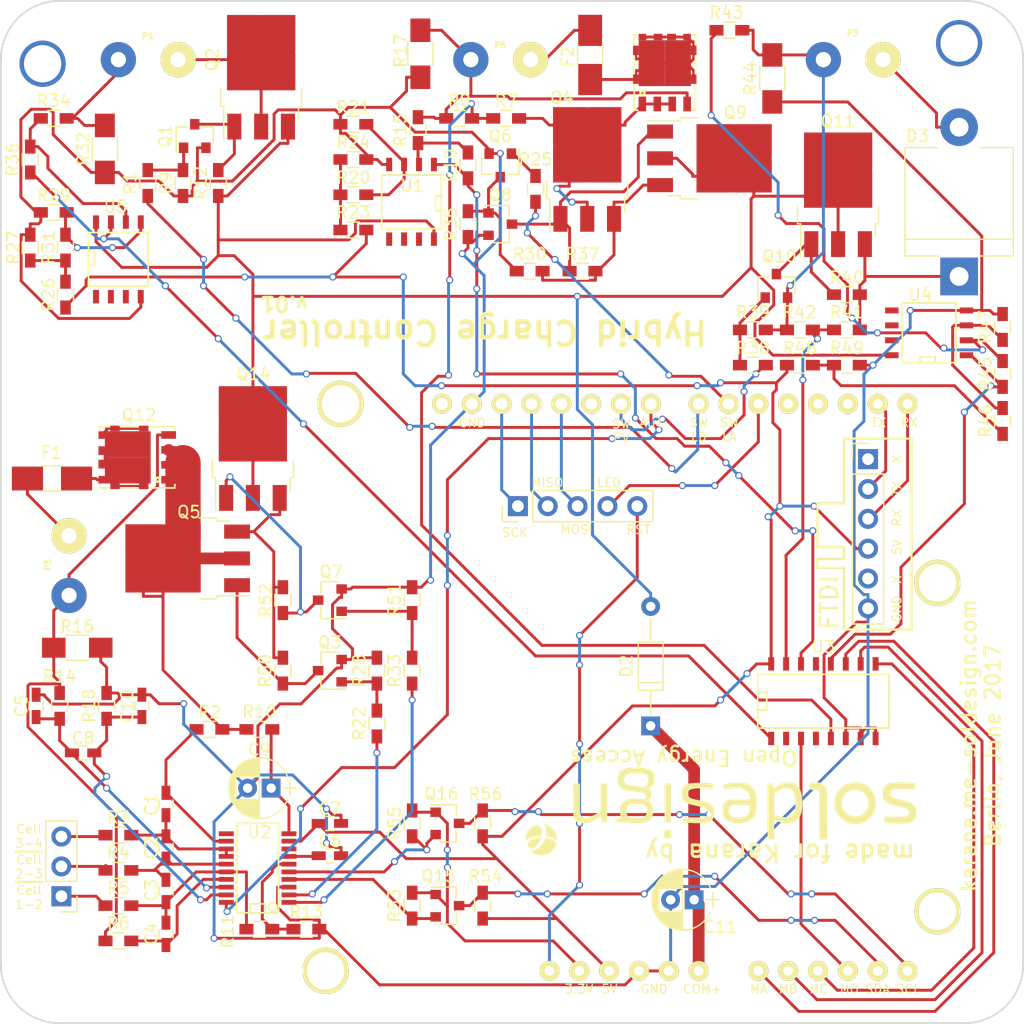
<source format=kicad_pcb>
(kicad_pcb (version 20171130) (host pcbnew "(5.1.12)-1")
  (layers (0 F.Cu signal) (31 B.Cu signal) (34 B.Paste user hide) (35 F.Paste user hide) (36 B.SilkS user) (37 F.SilkS user hide) (38 B.Mask user) (39 F.Mask user) (44 Edge.Cuts user))
  (net 0 "")
  (net 1 /MplexOut)
  (net 2 /MplexA)
  (net 3 /MplexB)
  (net 4 /MplexC)
  (net 5 "Net-(AU1-PadV_IN)")
  (net 6 /GND)
  (net 7 /RST)
  (net 8 /RX)
  (net 9 /TX)
  (net 10 /SSRX)
  (net 11 /SSTX)
  (net 12 /SIM_PWR)
  (net 13 /LED_BTN)
  (net 14 /SW_LA)
  (net 15 /SW_LD)
  (net 16 /SS)
  (net 17 /MOSI)
  (net 18 /MISO)
  (net 19 /SCK)
  (net 20 "Net-(AU1-PadAREF)")
  (net 21 /5V)
  (net 22 /VC5)
  (net 23 /VC3)
  (net 24 /VC2)
  (net 25 /VC1)
  (net 26 /VC0)
  (net 27 /SRP)
  (net 28 "Net-(C6-Pad1)")
  (net 29 /LI+)
  (net 30 /SRN)
  (net 31 "Net-(C9-Pad1)")
  (net 32 /COM+)
  (net 33 "Net-(D3-Pad2)")
  (net 34 "Net-(F1-Pad1)")
  (net 35 "Net-(F1-Pad2)")
  (net 36 "Net-(F2-Pad1)")
  (net 37 "Net-(F2-Pad2)")
  (net 38 /LOAD-)
  (net 39 /LOAD+)
  (net 40 /CELL12)
  (net 41 /CELL23)
  (net 42 /CELL34)
  (net 43 /PV-)
  (net 44 /LI-)
  (net 45 /LA-)
  (net 46 "Net-(Q1-Pad1)")
  (net 47 "Net-(Q1-Pad3)")
  (net 48 "Net-(Q3-Pad1)")
  (net 49 /DSG)
  (net 50 "Net-(Q4-Pad1)")
  (net 51 /LA+)
  (net 52 "Net-(Q4-Pad3)")
  (net 53 "Net-(Q6-Pad1)")
  (net 54 "Net-(Q6-Pad3)")
  (net 55 /CHG)
  (net 56 "Net-(Q10-Pad1)")
  (net 57 "Net-(Q10-Pad3)")
  (net 58 /S_LA_V)
  (net 59 "Net-(R11-Pad1)")
  (net 60 "Net-(R15-Pad2)")
  (net 61 /S_LA_I)
  (net 62 "Net-(R20-Pad1)")
  (net 63 "Net-(R20-Pad2)")
  (net 64 "Net-(R26-Pad2)")
  (net 65 "Net-(R29-Pad2)")
  (net 66 "Net-(R34-Pad2)")
  (net 67 /S_LD_I)
  (net 68 /SW_PV)
  (net 69 /S_PV_V)
  (net 70 "Net-(R43-Pad2)")
  (net 71 /S_PV_I)
  (net 72 "Net-(R46-Pad1)")
  (net 73 "Net-(R46-Pad2)")
  (net 74 "Net-(U2-Pad8)")
  (net 75 "Net-(U2-Pad11)")
  (net 76 /Alert)
  (net 77 "Net-(U3-Pad13)")
  (net 78 "Net-(U3-Pad4)")
  (net 79 "Net-(U3-Pad2)")
  (net 80 "Net-(Q3-Pad3)")
  (net 81 "Net-(Q14-Pad3)")
  (net 82 "Net-(Q7-Pad1)")
  (net 83 "Net-(Q14-Pad1)")
  (net 84 /PV+)
  (net 85 /3.3V)
  (net 86 /SDA3)
  (net 87 /SDA5)
  (net 88 /SCL3)
  (net 89 /SCL5)
  (net 90 "Net-(P7-Pad1)")
  (net 91 "Net-(P7-Pad5)")
  (module Capacitors_SMD:C_0603_HandSoldering (layer F.Cu) (at 114.05 108.35 270)
    (fp_text reference C1 (at 0.05 1.25 270) (layer F.SilkS))
    (fp_text value 1µ)
    (pad 1 smd rect (at -0.95 0 270) (size 1.2 0.75) (layers F.Cu F.Paste F.Mask) (net 22 /VC5))
    (pad 2 smd rect (at 0.95 0 270) (size 1.2 0.75) (layers F.Cu F.Paste F.Mask) (net 23 /VC3))
  )
  (module Capacitors_SMD:C_0603_HandSoldering (layer F.Cu) (at 114.05 112.05 270)
    (fp_text reference C2 (at 0.05 1.25 270) (layer F.SilkS))
    (fp_text value 1µ)
    (pad 1 smd rect (at -0.95 0 270) (size 1.2 0.75) (layers F.Cu F.Paste F.Mask) (net 23 /VC3))
    (pad 2 smd rect (at 0.95 0 270) (size 1.2 0.75) (layers F.Cu F.Paste F.Mask) (net 24 /VC2))
  )
  (module Capacitors_SMD:C_0603_HandSoldering (layer F.Cu) (at 114.05 115.75 270)
    (fp_text reference C3 (at -0.05 1.25 270) (layer F.SilkS))
    (fp_text value 1µ)
    (pad 1 smd rect (at -0.95 0 270) (size 1.2 0.75) (layers F.Cu F.Paste F.Mask) (net 24 /VC2))
    (pad 2 smd rect (at 0.95 0 270) (size 1.2 0.75) (layers F.Cu F.Paste F.Mask) (net 25 /VC1))
  )
  (module Capacitors_SMD:C_0603_HandSoldering (layer F.Cu) (at 114.05 119.4 270)
    (fp_text reference C4 (at 0 1.25 270) (layer F.SilkS))
    (fp_text value 1µ)
    (pad 1 smd rect (at -0.95 0 270) (size 1.2 0.75) (layers F.Cu F.Paste F.Mask) (net 25 /VC1))
    (pad 2 smd rect (at 0.95 0 270) (size 1.2 0.75) (layers F.Cu F.Paste F.Mask) (net 26 /VC0))
  )
  (module Capacitors_SMD:C_0603_HandSoldering (layer F.Cu) (at 103 100 90)
    (fp_text reference C5 (at 0 -1.25 90) (layer F.SilkS))
    (fp_text value 0.1µ)
    (pad 1 smd rect (at -0.95 0 90) (size 1.2 0.75) (layers F.Cu F.Paste F.Mask) (net 27 /SRP))
    (pad 2 smd rect (at 0.95 0 90) (size 1.2 0.75) (layers F.Cu F.Paste F.Mask) (net 6 /GND))
  )
  (module Capacitors_SMD:C_0603_HandSoldering (layer F.Cu) (at 128 112.75)
    (fp_text reference C6 (at 0 -1.25) (layer F.SilkS))
    (fp_text value 1µ)
    (pad 1 smd rect (at -0.95 0) (size 1.2 0.75) (layers F.Cu F.Paste F.Mask) (net 28 "Net-(C6-Pad1)"))
    (pad 2 smd rect (at 0.95 0) (size 1.2 0.75) (layers F.Cu F.Paste F.Mask) (net 6 /GND))
  )
  (module Capacitors_SMD:C_0603_HandSoldering (layer F.Cu) (at 128 110)
    (fp_text reference C7 (at 0 -1.25) (layer F.SilkS))
    (fp_text value 1µ)
    (pad 1 smd rect (at -0.95 0) (size 1.2 0.75) (layers F.Cu F.Paste F.Mask) (net 21 /5V))
    (pad 2 smd rect (at 0.95 0) (size 1.2 0.75) (layers F.Cu F.Paste F.Mask) (net 6 /GND))
  )
  (module Capacitors_SMD:C_0603_HandSoldering (layer F.Cu) (at 107 104 180)
    (fp_text reference C8 (at 0 1.25 180) (layer F.SilkS))
    (fp_text value 0.1µ)
    (pad 1 smd rect (at -0.95 0 180) (size 1.2 0.75) (layers F.Cu F.Paste F.Mask) (net 30 /SRN))
    (pad 2 smd rect (at 0.95 0 180) (size 1.2 0.75) (layers F.Cu F.Paste F.Mask) (net 27 /SRP))
  )
  (module Capacitors_ThroughHole:CP_Radial_D5.0mm_P2.00mm (layer F.Cu) (at 123 107 180)
    (fp_text reference C9 (at 1 3.25 180) (layer F.SilkS))
    (fp_text value 10µ)
    (pad 1 thru_hole rect (at 0 0 180) (size 1.6 1.6) (drill 0.8) (layers *.Cu *.Mask) (net 31 "Net-(C9-Pad1)"))
    (pad 2 thru_hole circle (at 2 0 180) (size 1.6 1.6) (drill 0.8) (layers *.Cu *.Mask) (net 6 /GND))
  )
  (module Capacitors_SMD:C_0603_HandSoldering (layer F.Cu) (at 112 100 90)
    (fp_text reference C10 (at 0 -1.25 90) (layer F.SilkS))
    (fp_text value 0.1µ)
    (pad 1 smd rect (at -0.95 0 90) (size 1.2 0.75) (layers F.Cu F.Paste F.Mask) (net 30 /SRN))
    (pad 2 smd rect (at 0.95 0 90) (size 1.2 0.75) (layers F.Cu F.Paste F.Mask) (net 6 /GND))
  )
  (module Capacitors_ThroughHole:CP_Radial_D5.0mm_P2.00mm (layer F.Cu) (at 159 116.5 180)
    (fp_text reference C11 (at -2.2138 -2.3212 180) (layer F.SilkS))
    (fp_text value 10µ)
    (pad 1 thru_hole rect (at 0 0 180) (size 1.6 1.6) (drill 0.8) (layers *.Cu *.Mask) (net 5 "Net-(AU1-PadV_IN)"))
    (pad 2 thru_hole circle (at 2 0 180) (size 1.6 1.6) (drill 0.8) (layers *.Cu *.Mask) (net 6 /GND))
  )
  (module Diodes_ThroughHole:D_DO-35_SOD27_P10.16mm_Horizontal (layer F.Cu) (at 155.3 101.7 90)
    (fp_text reference D2 (at 5.08 -2.06 90) (layer F.SilkS))
    (fp_text value 1N4148-T)
    (pad 1 thru_hole rect (at 0 0 90) (size 1.6 1.6) (drill 0.8) (layers *.Cu *.Mask) (net 5 "Net-(AU1-PadV_IN)"))
    (pad 2 thru_hole oval (at 10.16 0 90) (size 1.6 1.6) (drill 0.8) (layers *.Cu *.Mask) (net 32 /COM+))
  )
  (module Diodes_ThroughHole:D_P600_R-6_P12.70mm_Horizontal (layer F.Cu) (at 181.55 63.45 90)
    (fp_text reference D3 (at 11.95 -3.55 180) (layer F.SilkS))
    (fp_text value VSB2045Y-M3/54)
    (pad 1 thru_hole rect (at 0 0 90) (size 3.2 3.2) (drill 1.6) (layers *.Cu *.Mask) (net 84 /PV+))
    (pad 2 thru_hole oval (at 12.7 0 90) (size 3.2 3.2) (drill 1.6) (layers *.Cu *.Mask) (net 33 "Net-(D3-Pad2)"))
  )
  (module Fuse_Holders_and_Fuses:Fuse_SMD1206_HandSoldering (layer F.Cu) (at 104.35 80.65)
    (fp_text reference F1 (at -0.05 -2.2) (layer F.SilkS))
    (fp_text value 15A)
    (pad 1 smd rect (at -2.09 0 90) (size 2.03 2.65) (layers F.Cu F.Paste F.Mask) (net 34 "Net-(F1-Pad1)"))
    (pad 2 smd rect (at 2.09 0 90) (size 2.03 2.65) (layers F.Cu F.Paste F.Mask) (net 35 "Net-(F1-Pad2)"))
  )
  (module Fuse_Holders_and_Fuses:Fuse_SMD1206_HandSoldering (layer F.Cu) (at 150.15 44.6 270)
    (fp_text reference F2 (at 0.15 1.9 270) (layer F.SilkS))
    (fp_text value 15A)
    (pad 1 smd rect (at -2.09 0) (size 2.03 2.65) (layers F.Cu F.Paste F.Mask) (net 36 "Net-(F2-Pad1)"))
    (pad 2 smd rect (at 2.09 0) (size 2.03 2.65) (layers F.Cu F.Paste F.Mask) (net 37 "Net-(F2-Pad2)"))
  )
  (module VCS_library:TerminalBlock_Screw_2pol (layer F.Cu) (at 110 45)
    (fp_text reference P1 (at 2.5 -2) (layer F.SilkS) (effects (font (size 0.5 0.5) (thickness 0.125))))
    (fp_text value Load)
    (pad 2 thru_hole circle (at 5.08 0) (size 3 3) (drill 1.3) (layers *.Cu *.Mask F.SilkS) (net 39 /LOAD+))
    (pad 1 thru_hole circle (at 0 0) (size 3 3) (drill 1.3) (layers *.Cu *.Mask) (net 38 /LOAD-))
  )
  (module Pin_Headers:Pin_Header_Straight_1x03_Pitch2.54mm (layer F.Cu) (at 105.15 116.2 180)
    (fp_text reference P2)
    (fp_text value LI_balancer)
    (pad 1 thru_hole rect (at 0 0 180) (size 1.7 1.7) (drill 1) (layers *.Cu *.Mask) (net 40 /CELL12))
    (pad 2 thru_hole oval (at 0 2.54 180) (size 1.7 1.7) (drill 1) (layers *.Cu *.Mask) (net 41 /CELL23))
    (pad 3 thru_hole oval (at 0 5.08 180) (size 1.7 1.7) (drill 1) (layers *.Cu *.Mask) (net 42 /CELL34))
  )
  (module VCS_library:TerminalBlock_Screw_2pol (layer F.Cu) (at 170 45)
    (fp_text reference P3 (at 2.5 -2.25) (layer F.SilkS) (effects (font (size 0.5 0.5) (thickness 0.125))))
    (fp_text value PV)
    (pad 2 thru_hole circle (at 5.08 0) (size 3 3) (drill 1.3) (layers *.Cu *.Mask F.SilkS) (net 33 "Net-(D3-Pad2)"))
    (pad 1 thru_hole circle (at 0 0) (size 3 3) (drill 1.3) (layers *.Cu *.Mask) (net 43 /PV-))
  )
  (module VCS_library:TerminalBlock_Screw_2pol (layer F.Cu) (at 105.8 90.6 90)
    (fp_text reference P5 (at 2.6 -1.8 90) (layer F.SilkS) (effects (font (size 0.5 0.5) (thickness 0.125))))
    (fp_text value LI)
    (pad 2 thru_hole circle (at 5.08 0 90) (size 3 3) (drill 1.3) (layers *.Cu *.Mask F.SilkS) (net 34 "Net-(F1-Pad1)"))
    (pad 1 thru_hole circle (at 0 0 90) (size 3 3) (drill 1.3) (layers *.Cu *.Mask) (net 44 /LI-))
  )
  (module VCS_library:TerminalBlock_Screw_2pol (layer F.Cu) (at 140 45)
    (fp_text reference P6 (at 2.5 -1.25) (layer F.SilkS) (effects (font (size 0.5 0.5) (thickness 0.125))))
    (fp_text value LA)
    (pad 2 thru_hole circle (at 5.08 0) (size 3 3) (drill 1.3) (layers *.Cu *.Mask F.SilkS) (net 36 "Net-(F2-Pad1)"))
    (pad 1 thru_hole circle (at 0 0) (size 3 3) (drill 1.3) (layers *.Cu *.Mask) (net 45 /LA-))
  )
  (module TO_SOT_Packages_SMD:SOT-23 (layer F.Cu) (at 116.5 51.5 90)
    (fp_text reference Q1 (at 0 -2.5 90) (layer F.SilkS))
    (fp_text value MMBT3904)
    (pad 1 smd rect (at -1 -0.95 90) (size 0.9 0.8) (layers F.Cu F.Paste F.Mask) (net 46 "Net-(Q1-Pad1)"))
    (pad 2 smd rect (at -1 0.95 90) (size 0.9 0.8) (layers F.Cu F.Paste F.Mask) (net 6 /GND))
    (pad 3 smd rect (at 1 0 90) (size 0.9 0.8) (layers F.Cu F.Paste F.Mask) (net 47 "Net-(Q1-Pad3)"))
  )
  (module TO_SOT_Packages_SMD:TO-252-3_TabPin2 (layer F.Cu) (at 122.15 46.5 90)
    (fp_text reference Q2 (at 1.5 -4.15 270) (layer F.SilkS))
    (fp_text value IPD90P04P4L-04)
    (pad 1 smd rect (at -4.2 -2.28 90) (size 2.2 1.2) (layers F.Cu F.Paste F.Mask) (net 47 "Net-(Q1-Pad3)"))
    (pad 2 smd rect (at -4.2 0 90) (size 2.2 1.2) (layers F.Cu F.Paste F.Mask) (net 39 /LOAD+))
    (pad 3 smd rect (at -4.2 2.28 90) (size 2.2 1.2) (layers F.Cu F.Paste F.Mask) (net 32 /COM+))
    (pad 2 smd rect (at 2.1 0 90) (size 6.4 5.8) (layers F.Cu F.Mask) (net 39 /LOAD+))
    (pad 2 smd rect (at 3.775 1.525 90) (size 3.05 2.75) (layers F.Cu F.Paste) (net 39 /LOAD+))
    (pad 2 smd rect (at 0.425 -1.525 90) (size 3.05 2.75) (layers F.Cu F.Paste) (net 39 /LOAD+))
    (pad 2 smd rect (at 3.775 -1.525 90) (size 3.05 2.75) (layers F.Cu F.Paste) (net 39 /LOAD+))
    (pad 2 smd rect (at 0.425 1.525 90) (size 3.05 2.75) (layers F.Cu F.Paste) (net 39 /LOAD+))
  )
  (module TO_SOT_Packages_SMD:TO-252-3_TabPin2 (layer F.Cu) (at 149.9 54.35 90)
    (fp_text reference Q4 (at 6.1 -2.15 180) (layer F.SilkS))
    (fp_text value IPD90P04P4L-04)
    (pad 1 smd rect (at -4.2 -2.28 90) (size 2.2 1.2) (layers F.Cu F.Paste F.Mask) (net 50 "Net-(Q4-Pad1)"))
    (pad 2 smd rect (at -4.2 0 90) (size 2.2 1.2) (layers F.Cu F.Paste F.Mask) (net 51 /LA+))
    (pad 3 smd rect (at -4.2 2.28 90) (size 2.2 1.2) (layers F.Cu F.Paste F.Mask) (net 52 "Net-(Q4-Pad3)"))
    (pad 2 smd rect (at 2.1 0 90) (size 6.4 5.8) (layers F.Cu F.Mask) (net 51 /LA+))
    (pad 2 smd rect (at 3.775 1.525 90) (size 3.05 2.75) (layers F.Cu F.Paste) (net 51 /LA+))
    (pad 2 smd rect (at 0.425 -1.525 90) (size 3.05 2.75) (layers F.Cu F.Paste) (net 51 /LA+))
    (pad 2 smd rect (at 3.775 -1.525 90) (size 3.05 2.75) (layers F.Cu F.Paste) (net 51 /LA+))
    (pad 2 smd rect (at 0.425 1.525 90) (size 3.05 2.75) (layers F.Cu F.Paste) (net 51 /LA+))
  )
  (module TO_SOT_Packages_SMD:SOT-23 (layer F.Cu) (at 142.5 54 270)
    (fp_text reference Q6 (at -2.5 0) (layer F.SilkS))
    (fp_text value MMBT3904)
    (pad 1 smd rect (at -1 -0.95 270) (size 0.9 0.8) (layers F.Cu F.Paste F.Mask) (net 53 "Net-(Q6-Pad1)"))
    (pad 2 smd rect (at -1 0.95 270) (size 0.9 0.8) (layers F.Cu F.Paste F.Mask) (net 6 /GND))
    (pad 3 smd rect (at 1 0 270) (size 0.9 0.8) (layers F.Cu F.Paste F.Mask) (net 54 "Net-(Q6-Pad3)"))
  )
  (module TO_SOT_Packages_SMD:SOT-23 (layer F.Cu) (at 128 91 180)
    (fp_text reference Q7 (at -0.1 2.4) (layer F.SilkS))
    (fp_text value MMBT3904)
    (pad 1 smd rect (at -1 -0.95 180) (size 0.9 0.8) (layers F.Cu F.Paste F.Mask) (net 82 "Net-(Q7-Pad1)"))
    (pad 2 smd rect (at -1 0.95 180) (size 0.9 0.8) (layers F.Cu F.Paste F.Mask) (net 6 /GND))
    (pad 3 smd rect (at 1 0 180) (size 0.9 0.8) (layers F.Cu F.Paste F.Mask) (net 83 "Net-(Q14-Pad1)"))
  )
  (module TO_SOT_Packages_SMD:SOT-23 (layer F.Cu) (at 142.5 59)
    (fp_text reference Q8 (at 0 -2.5) (layer F.SilkS))
    (fp_text value MMBT3904)
    (pad 1 smd rect (at -1 -0.95) (size 0.9 0.8) (layers F.Cu F.Paste F.Mask) (net 54 "Net-(Q6-Pad3)"))
    (pad 2 smd rect (at -1 0.95) (size 0.9 0.8) (layers F.Cu F.Paste F.Mask) (net 6 /GND))
    (pad 3 smd rect (at 1 0) (size 0.9 0.8) (layers F.Cu F.Paste F.Mask) (net 50 "Net-(Q4-Pad1)"))
  )
  (module TO_SOT_Packages_SMD:TO-252-3_TabPin2 (layer F.Cu) (at 160.3 53.4)
    (fp_text reference Q9 (at 2.2 -3.9) (layer F.SilkS))
    (fp_text value IPD90P04P4L-04)
    (pad 1 smd rect (at -4.2 -2.28) (size 2.2 1.2) (layers F.Cu F.Paste F.Mask) (net 50 "Net-(Q4-Pad1)"))
    (pad 2 smd rect (at -4.2 0) (size 2.2 1.2) (layers F.Cu F.Paste F.Mask) (net 32 /COM+))
    (pad 3 smd rect (at -4.2 2.28) (size 2.2 1.2) (layers F.Cu F.Paste F.Mask) (net 52 "Net-(Q4-Pad3)"))
    (pad 2 smd rect (at 2.1 0) (size 6.4 5.8) (layers F.Cu F.Mask) (net 32 /COM+))
    (pad 2 smd rect (at 3.775 1.525) (size 3.05 2.75) (layers F.Cu F.Paste) (net 32 /COM+))
    (pad 2 smd rect (at 0.425 -1.525) (size 3.05 2.75) (layers F.Cu F.Paste) (net 32 /COM+))
    (pad 2 smd rect (at 3.775 -1.525) (size 3.05 2.75) (layers F.Cu F.Paste) (net 32 /COM+))
    (pad 2 smd rect (at 0.425 1.525) (size 3.05 2.75) (layers F.Cu F.Paste) (net 32 /COM+))
  )
  (module TO_SOT_Packages_SMD:SOT-23 (layer F.Cu) (at 166 64.25 90)
    (fp_text reference Q10 (at 2.5 0.25 180) (layer F.SilkS))
    (fp_text value MMBT3904)
    (pad 1 smd rect (at -1 -0.95 90) (size 0.9 0.8) (layers F.Cu F.Paste F.Mask) (net 56 "Net-(Q10-Pad1)"))
    (pad 2 smd rect (at -1 0.95 90) (size 0.9 0.8) (layers F.Cu F.Paste F.Mask) (net 43 /PV-))
    (pad 3 smd rect (at 1 0 90) (size 0.9 0.8) (layers F.Cu F.Paste F.Mask) (net 57 "Net-(Q10-Pad3)"))
  )
  (module TO_SOT_Packages_SMD:TO-252-3_TabPin2 (layer F.Cu) (at 171.25 56.5 90)
    (fp_text reference Q11 (at 6.25 0 180) (layer F.SilkS))
    (fp_text value IPD90P04P4L-04)
    (pad 1 smd rect (at -4.2 -2.28 90) (size 2.2 1.2) (layers F.Cu F.Paste F.Mask) (net 57 "Net-(Q10-Pad3)"))
    (pad 2 smd rect (at -4.2 0 90) (size 2.2 1.2) (layers F.Cu F.Paste F.Mask) (net 32 /COM+))
    (pad 3 smd rect (at -4.2 2.28 90) (size 2.2 1.2) (layers F.Cu F.Paste F.Mask) (net 84 /PV+))
    (pad 2 smd rect (at 2.1 0 90) (size 6.4 5.8) (layers F.Cu F.Mask) (net 32 /COM+))
    (pad 2 smd rect (at 3.775 1.525 90) (size 3.05 2.75) (layers F.Cu F.Paste) (net 32 /COM+))
    (pad 2 smd rect (at 0.425 -1.525 90) (size 3.05 2.75) (layers F.Cu F.Paste) (net 32 /COM+))
    (pad 2 smd rect (at 3.775 -1.525 90) (size 3.05 2.75) (layers F.Cu F.Paste) (net 32 /COM+))
    (pad 2 smd rect (at 0.425 1.525 90) (size 3.05 2.75) (layers F.Cu F.Paste) (net 32 /COM+))
  )
  (module Resistors_SMD:R_0603_HandSoldering (layer F.Cu) (at 112.5 55.5 270)
    (fp_text reference R1 (at 0 1.5 270) (layer F.SilkS))
    (fp_text value 10k)
    (pad 1 smd rect (at -1.1 0 270) (size 1.2 0.9) (layers F.Cu F.Paste F.Mask) (net 46 "Net-(Q1-Pad1)"))
    (pad 2 smd rect (at 1.1 0 270) (size 1.2 0.9) (layers F.Cu F.Paste F.Mask) (net 15 /SW_LD))
  )
  (module Resistors_SMD:R_0603_HandSoldering (layer F.Cu) (at 117.75 102)
    (fp_text reference R2 (at 0 -1.45) (layer F.SilkS))
    (fp_text value 100)
    (pad 1 smd rect (at -1.1 0) (size 1.2 0.9) (layers F.Cu F.Paste F.Mask) (net 22 /VC5))
    (pad 2 smd rect (at 1.1 0) (size 1.2 0.9) (layers F.Cu F.Paste F.Mask) (net 29 /LI+))
  )
  (module Resistors_SMD:R_0603_HandSoldering (layer F.Cu) (at 110 111 180)
    (fp_text reference R3 (at 0 1.5 180) (layer F.SilkS))
    (fp_text value 100)
    (pad 1 smd rect (at -1.1 0 180) (size 1.2 0.9) (layers F.Cu F.Paste F.Mask) (net 23 /VC3))
    (pad 2 smd rect (at 1.1 0 180) (size 1.2 0.9) (layers F.Cu F.Paste F.Mask) (net 42 /CELL34))
  )
  (module Resistors_SMD:R_0603_HandSoldering (layer F.Cu) (at 110 114 180)
    (fp_text reference R4 (at 0 1.5 180) (layer F.SilkS))
    (fp_text value 100)
    (pad 1 smd rect (at -1.1 0 180) (size 1.2 0.9) (layers F.Cu F.Paste F.Mask) (net 24 /VC2))
    (pad 2 smd rect (at 1.1 0 180) (size 1.2 0.9) (layers F.Cu F.Paste F.Mask) (net 41 /CELL23))
  )
  (module Resistors_SMD:R_0603_HandSoldering (layer F.Cu) (at 110 117 180)
    (fp_text reference R5 (at 0 1.5 180) (layer F.SilkS))
    (fp_text value 100)
    (pad 1 smd rect (at -1.1 0 180) (size 1.2 0.9) (layers F.Cu F.Paste F.Mask) (net 25 /VC1))
    (pad 2 smd rect (at 1.1 0 180) (size 1.2 0.9) (layers F.Cu F.Paste F.Mask) (net 40 /CELL12))
  )
  (module Resistors_SMD:R_0603_HandSoldering (layer F.Cu) (at 110 120 180)
    (fp_text reference R6 (at 0 1.5 180) (layer F.SilkS))
    (fp_text value 100)
    (pad 1 smd rect (at -1.1 0 180) (size 1.2 0.9) (layers F.Cu F.Paste F.Mask) (net 26 /VC0))
    (pad 2 smd rect (at 1.1 0 180) (size 1.2 0.9) (layers F.Cu F.Paste F.Mask) (net 44 /LI-))
  )
  (module Resistors_SMD:R_0603_HandSoldering (layer F.Cu) (at 143 50 180)
    (fp_text reference R7 (at 0 1.5 180) (layer F.SilkS))
    (fp_text value 100k)
    (pad 1 smd rect (at -1.1 0 180) (size 1.2 0.9) (layers F.Cu F.Paste F.Mask) (net 51 /LA+))
    (pad 2 smd rect (at 1.1 0 180) (size 1.2 0.9) (layers F.Cu F.Paste F.Mask) (net 58 /S_LA_V))
  )
  (module Resistors_SMD:R_0603_HandSoldering (layer F.Cu) (at 139 50 180)
    (fp_text reference R8 (at 0 1.5 180) (layer F.SilkS))
    (fp_text value 33k)
    (pad 1 smd rect (at -1.1 0 180) (size 1.2 0.9) (layers F.Cu F.Paste F.Mask) (net 58 /S_LA_V))
    (pad 2 smd rect (at 1.1 0 180) (size 1.2 0.9) (layers F.Cu F.Paste F.Mask) (net 45 /LA-))
  )
  (module Resistors_SMD:R_0603_HandSoldering (layer F.Cu) (at 115.5 55.5 90)
    (fp_text reference R9 (at 0 -1.45 90) (layer F.SilkS))
    (fp_text value 100k)
    (pad 1 smd rect (at -1.1 0 90) (size 1.2 0.9) (layers F.Cu F.Paste F.Mask) (net 6 /GND))
    (pad 2 smd rect (at 1.1 0 90) (size 1.2 0.9) (layers F.Cu F.Paste F.Mask) (net 46 "Net-(Q1-Pad1)"))
  )
  (module Resistors_SMD:R_0603_HandSoldering (layer F.Cu) (at 122 102 180)
    (fp_text reference R10 (at 0 1.5 180) (layer F.SilkS))
    (fp_text value 100)
    (pad 1 smd rect (at -1.1 0 180) (size 1.2 0.9) (layers F.Cu F.Paste F.Mask) (net 31 "Net-(C9-Pad1)"))
    (pad 2 smd rect (at 1.1 0 180) (size 1.2 0.9) (layers F.Cu F.Paste F.Mask) (net 29 /LI+))
  )
  (module Resistors_SMD:R_0603_HandSoldering (layer F.Cu) (at 122 119 180)
    (fp_text reference R11 (at 2.7 -0.2 270) (layer F.SilkS))
    (fp_text value 10k)
    (pad 1 smd rect (at -1.1 0 180) (size 1.2 0.9) (layers F.Cu F.Paste F.Mask) (net 59 "Net-(R11-Pad1)"))
    (pad 2 smd rect (at 1.1 0 180) (size 1.2 0.9) (layers F.Cu F.Paste F.Mask) (net 25 /VC1))
  )
  (module Resistors_SMD:R_0603_HandSoldering (layer F.Cu) (at 118.5 55.5 270)
    (fp_text reference R12 (at 0 1.5 270) (layer F.SilkS))
    (fp_text value 47k)
    (pad 1 smd rect (at -1.1 0 270) (size 1.2 0.9) (layers F.Cu F.Paste F.Mask) (net 47 "Net-(Q1-Pad3)"))
    (pad 2 smd rect (at 1.1 0 270) (size 1.2 0.9) (layers F.Cu F.Paste F.Mask) (net 32 /COM+))
  )
  (module Resistors_SMD:R_0603_HandSoldering (layer F.Cu) (at 126 119)
    (fp_text reference R13 (at 0 -1.45) (layer F.SilkS))
    (fp_text value 10k)
    (pad 1 smd rect (at -1.1 0) (size 1.2 0.9) (layers F.Cu F.Paste F.Mask) (net 59 "Net-(R11-Pad1)"))
    (pad 2 smd rect (at 1.1 0) (size 1.2 0.9) (layers F.Cu F.Paste F.Mask) (net 6 /GND))
  )
  (module Resistors_SMD:R_0603_HandSoldering (layer F.Cu) (at 105 100 270)
    (fp_text reference R14 (at -2.5 0 180) (layer F.SilkS))
    (fp_text value 100)
    (pad 1 smd rect (at -1.1 0 270) (size 1.2 0.9) (layers F.Cu F.Paste F.Mask) (net 44 /LI-))
    (pad 2 smd rect (at 1.1 0 270) (size 1.2 0.9) (layers F.Cu F.Paste F.Mask) (net 27 /SRP))
  )
  (module Resistors_SMD:R_0603_HandSoldering (layer F.Cu) (at 135.5 51 270)
    (fp_text reference R15 (at 0 1.5 270) (layer F.SilkS))
    (fp_text value 4.7k)
    (pad 1 smd rect (at -1.1 0 270) (size 1.2 0.9) (layers F.Cu F.Paste F.Mask) (net 45 /LA-))
    (pad 2 smd rect (at 1.1 0 270) (size 1.2 0.9) (layers F.Cu F.Paste F.Mask) (net 60 "Net-(R15-Pad2)"))
  )
  (module Resistors_SMD:R_1206_HandSoldering (layer F.Cu) (at 106.5 95.05 180)
    (fp_text reference R16 (at 0 1.8 180) (layer F.SilkS))
    (fp_text value R005)
    (pad 1 smd rect (at -2 0 180) (size 2 1.7) (layers F.Cu F.Paste F.Mask) (net 6 /GND))
    (pad 2 smd rect (at 2 0 180) (size 2 1.7) (layers F.Cu F.Paste F.Mask) (net 44 /LI-))
  )
  (module Resistors_SMD:R_1206_HandSoldering (layer F.Cu) (at 135.7 44.5 90)
    (fp_text reference R17 (at 0.25 -1.7 90) (layer F.SilkS))
    (fp_text value R005)
    (pad 1 smd rect (at -2 0 90) (size 2 1.7) (layers F.Cu F.Paste F.Mask) (net 6 /GND))
    (pad 2 smd rect (at 2 0 90) (size 2 1.7) (layers F.Cu F.Paste F.Mask) (net 45 /LA-))
  )
  (module Resistors_SMD:R_0603_HandSoldering (layer F.Cu) (at 109 100 270)
    (fp_text reference R18 (at 0 1.5 90) (layer F.SilkS))
    (fp_text value 100)
    (pad 1 smd rect (at -1.1 0 270) (size 1.2 0.9) (layers F.Cu F.Paste F.Mask) (net 6 /GND))
    (pad 2 smd rect (at 1.1 0 270) (size 1.2 0.9) (layers F.Cu F.Paste F.Mask) (net 30 /SRN))
  )
  (module Resistors_SMD:R_0603_HandSoldering (layer F.Cu) (at 139.75 54 90)
    (fp_text reference R19 (at 0 -1.45 90) (layer F.SilkS))
    (fp_text value 220k)
    (pad 1 smd rect (at -1.1 0 90) (size 1.2 0.9) (layers F.Cu F.Paste F.Mask) (net 61 /S_LA_I))
    (pad 2 smd rect (at 1.1 0 90) (size 1.2 0.9) (layers F.Cu F.Paste F.Mask) (net 60 "Net-(R15-Pad2)"))
  )
  (module Resistors_SMD:R_0603_HandSoldering (layer F.Cu) (at 130 56.5)
    (fp_text reference R20 (at 0 -1.45) (layer F.SilkS))
    (fp_text value 220k)
    (pad 1 smd rect (at -1.1 0) (size 1.2 0.9) (layers F.Cu F.Paste F.Mask) (net 62 "Net-(R20-Pad1)"))
    (pad 2 smd rect (at 1.1 0) (size 1.2 0.9) (layers F.Cu F.Paste F.Mask) (net 63 "Net-(R20-Pad2)"))
  )
  (module Resistors_SMD:R_0603_HandSoldering (layer F.Cu) (at 130 50.5)
    (fp_text reference R21 (at 0 -1.45) (layer F.SilkS))
    (fp_text value 4.7k)
    (pad 1 smd rect (at -1.1 0) (size 1.2 0.9) (layers F.Cu F.Paste F.Mask) (net 6 /GND))
    (pad 2 smd rect (at 1.1 0) (size 1.2 0.9) (layers F.Cu F.Paste F.Mask) (net 63 "Net-(R20-Pad2)"))
  )
  (module Resistors_SMD:R_0603_HandSoldering (layer F.Cu) (at 132 101.5 270)
    (fp_text reference R22 (at 0 1.5 270) (layer F.SilkS))
    (fp_text value 10k)
    (pad 1 smd rect (at -1.1 0 270) (size 1.2 0.9) (layers F.Cu F.Paste F.Mask) (net 48 "Net-(Q3-Pad1)"))
    (pad 2 smd rect (at 1.1 0 270) (size 1.2 0.9) (layers F.Cu F.Paste F.Mask) (net 55 /CHG))
  )
  (module Resistors_SMD:R_0603_HandSoldering (layer F.Cu) (at 130 59.5 180)
    (fp_text reference R23 (at 0 1.5 180) (layer F.SilkS))
    (fp_text value 10k)
    (pad 1 smd rect (at -1.1 0 180) (size 1.2 0.9) (layers F.Cu F.Paste F.Mask) (net 21 /5V))
    (pad 2 smd rect (at 1.1 0 180) (size 1.2 0.9) (layers F.Cu F.Paste F.Mask) (net 62 "Net-(R20-Pad1)"))
  )
  (module Resistors_SMD:R_0603_HandSoldering (layer F.Cu) (at 130 53.5)
    (fp_text reference R24 (at 0 -1.45) (layer F.SilkS))
    (fp_text value 10k)
    (pad 1 smd rect (at -1.1 0) (size 1.2 0.9) (layers F.Cu F.Paste F.Mask) (net 62 "Net-(R20-Pad1)"))
    (pad 2 smd rect (at 1.1 0) (size 1.2 0.9) (layers F.Cu F.Paste F.Mask) (net 6 /GND))
  )
  (module Resistors_SMD:R_0603_HandSoldering (layer F.Cu) (at 145.5 56 270)
    (fp_text reference R25 (at -2.5 0) (layer F.SilkS))
    (fp_text value 10k)
    (pad 1 smd rect (at -1.1 0 270) (size 1.2 0.9) (layers F.Cu F.Paste F.Mask) (net 53 "Net-(Q6-Pad1)"))
    (pad 2 smd rect (at 1.1 0 270) (size 1.2 0.9) (layers F.Cu F.Paste F.Mask) (net 14 /SW_LA))
  )
  (module Resistors_SMD:R_0603_HandSoldering (layer F.Cu) (at 105.5 65 90)
    (fp_text reference R26 (at 0 -1.45 90) (layer F.SilkS))
    (fp_text value 10k)
    (pad 1 smd rect (at -1.1 0 90) (size 1.2 0.9) (layers F.Cu F.Paste F.Mask) (net 21 /5V))
    (pad 2 smd rect (at 1.1 0 90) (size 1.2 0.9) (layers F.Cu F.Paste F.Mask) (net 64 "Net-(R26-Pad2)"))
  )
  (module Resistors_SMD:R_0603_HandSoldering (layer F.Cu) (at 102.5 61 90)
    (fp_text reference R27 (at 0 -1.45 90) (layer F.SilkS))
    (fp_text value 10k)
    (pad 1 smd rect (at -1.1 0 90) (size 1.2 0.9) (layers F.Cu F.Paste F.Mask) (net 64 "Net-(R26-Pad2)"))
    (pad 2 smd rect (at 1.1 0 90) (size 1.2 0.9) (layers F.Cu F.Paste F.Mask) (net 6 /GND))
  )
  (module Resistors_SMD:R_0603_HandSoldering (layer F.Cu) (at 132 97 270)
    (fp_text reference R28 (at 0 1.5 270) (layer F.SilkS))
    (fp_text value 100k)
    (pad 1 smd rect (at -1.1 0 270) (size 1.2 0.9) (layers F.Cu F.Paste F.Mask) (net 6 /GND))
    (pad 2 smd rect (at 1.1 0 270) (size 1.2 0.9) (layers F.Cu F.Paste F.Mask) (net 48 "Net-(Q3-Pad1)"))
  )
  (module Resistors_SMD:R_0603_HandSoldering (layer F.Cu) (at 104.5 58)
    (fp_text reference R29 (at 0 -1.45) (layer F.SilkS))
    (fp_text value 4.7k)
    (pad 1 smd rect (at -1.1 0) (size 1.2 0.9) (layers F.Cu F.Paste F.Mask) (net 6 /GND))
    (pad 2 smd rect (at 1.1 0) (size 1.2 0.9) (layers F.Cu F.Paste F.Mask) (net 65 "Net-(R29-Pad2)"))
  )
  (module Resistors_SMD:R_0603_HandSoldering (layer F.Cu) (at 145 63)
    (fp_text reference R30 (at 0 -1.45) (layer F.SilkS))
    (fp_text value 47k)
    (pad 1 smd rect (at -1.1 0) (size 1.2 0.9) (layers F.Cu F.Paste F.Mask) (net 54 "Net-(Q6-Pad3)"))
    (pad 2 smd rect (at 1.1 0) (size 1.2 0.9) (layers F.Cu F.Paste F.Mask) (net 52 "Net-(Q4-Pad3)"))
  )
  (module Resistors_SMD:R_0603_HandSoldering (layer F.Cu) (at 105.5 61 90)
    (fp_text reference R31 (at 0 -1.45 90) (layer F.SilkS))
    (fp_text value 220k)
    (pad 1 smd rect (at -1.1 0 90) (size 1.2 0.9) (layers F.Cu F.Paste F.Mask) (net 64 "Net-(R26-Pad2)"))
    (pad 2 smd rect (at 1.1 0 90) (size 1.2 0.9) (layers F.Cu F.Paste F.Mask) (net 65 "Net-(R29-Pad2)"))
  )
  (module Resistors_SMD:R_1206_HandSoldering (layer F.Cu) (at 108.85 52.6 90)
    (fp_text reference R32 (at 0 -1.85 90) (layer F.SilkS))
    (fp_text value R005)
    (pad 1 smd rect (at -2 0 90) (size 2 1.7) (layers F.Cu F.Paste F.Mask) (net 6 /GND))
    (pad 2 smd rect (at 2 0 90) (size 2 1.7) (layers F.Cu F.Paste F.Mask) (net 38 /LOAD-))
  )
  (module Resistors_SMD:R_0603_HandSoldering (layer F.Cu) (at 135 97 270)
    (fp_text reference R33 (at 0 1.5 270) (layer F.SilkS))
    (fp_text value 10k)
    (pad 1 smd rect (at -1.1 0 270) (size 1.2 0.9) (layers F.Cu F.Paste F.Mask) (net 82 "Net-(Q7-Pad1)"))
    (pad 2 smd rect (at 1.1 0 270) (size 1.2 0.9) (layers F.Cu F.Paste F.Mask) (net 49 /DSG))
  )
  (module Resistors_SMD:R_0603_HandSoldering (layer F.Cu) (at 104.5 50 180)
    (fp_text reference R34 (at 0 1.5 180) (layer F.SilkS))
    (fp_text value 4.7k)
    (pad 1 smd rect (at -1.1 0 180) (size 1.2 0.9) (layers F.Cu F.Paste F.Mask) (net 38 /LOAD-))
    (pad 2 smd rect (at 1.1 0 180) (size 1.2 0.9) (layers F.Cu F.Paste F.Mask) (net 66 "Net-(R34-Pad2)"))
  )
  (module Resistors_SMD:R_0603_HandSoldering (layer F.Cu) (at 139.75 59 90)
    (fp_text reference R35 (at 0 -1.45 90) (layer F.SilkS))
    (fp_text value 100k)
    (pad 1 smd rect (at -1.1 0 90) (size 1.2 0.9) (layers F.Cu F.Paste F.Mask) (net 6 /GND))
    (pad 2 smd rect (at 1.1 0 90) (size 1.2 0.9) (layers F.Cu F.Paste F.Mask) (net 54 "Net-(Q6-Pad3)"))
  )
  (module Resistors_SMD:R_0603_HandSoldering (layer F.Cu) (at 102.5 53.5 270)
    (fp_text reference R36 (at 0 1.5 270) (layer F.SilkS))
    (fp_text value 220k)
    (pad 1 smd rect (at -1.1 0 270) (size 1.2 0.9) (layers F.Cu F.Paste F.Mask) (net 66 "Net-(R34-Pad2)"))
    (pad 2 smd rect (at 1.1 0 270) (size 1.2 0.9) (layers F.Cu F.Paste F.Mask) (net 67 /S_LD_I))
  )
  (module Resistors_SMD:R_0603_HandSoldering (layer F.Cu) (at 149.5 63)
    (fp_text reference R37 (at 0 -1.45) (layer F.SilkS))
    (fp_text value 47k)
    (pad 1 smd rect (at -1.1 0) (size 1.2 0.9) (layers F.Cu F.Paste F.Mask) (net 50 "Net-(Q4-Pad1)"))
    (pad 2 smd rect (at 1.1 0) (size 1.2 0.9) (layers F.Cu F.Paste F.Mask) (net 52 "Net-(Q4-Pad3)"))
  )
  (module Resistors_SMD:R_0603_HandSoldering (layer F.Cu) (at 164 71)
    (fp_text reference R38 (at 0 -1.45) (layer F.SilkS))
    (fp_text value 10k)
    (pad 1 smd rect (at -1.1 0) (size 1.2 0.9) (layers F.Cu F.Paste F.Mask) (net 56 "Net-(Q10-Pad1)"))
    (pad 2 smd rect (at 1.1 0) (size 1.2 0.9) (layers F.Cu F.Paste F.Mask) (net 68 /SW_PV))
  )
  (module Resistors_SMD:R_0603_HandSoldering (layer F.Cu) (at 164 68 180)
    (fp_text reference R39 (at 0 1.5 180) (layer F.SilkS))
    (fp_text value 100k)
    (pad 1 smd rect (at -1.1 0 180) (size 1.2 0.9) (layers F.Cu F.Paste F.Mask) (net 43 /PV-))
    (pad 2 smd rect (at 1.1 0 180) (size 1.2 0.9) (layers F.Cu F.Paste F.Mask) (net 56 "Net-(Q10-Pad1)"))
  )
  (module Resistors_SMD:R_0603_HandSoldering (layer F.Cu) (at 172 65)
    (fp_text reference R40 (at 0 -1.45) (layer F.SilkS))
    (fp_text value 2.2k)
    (pad 1 smd rect (at -1.1 0) (size 1.2 0.9) (layers F.Cu F.Paste F.Mask) (net 57 "Net-(Q10-Pad3)"))
    (pad 2 smd rect (at 1.1 0) (size 1.2 0.9) (layers F.Cu F.Paste F.Mask) (net 84 /PV+))
  )
  (module Resistors_SMD:R_0603_HandSoldering (layer F.Cu) (at 172 68 180)
    (fp_text reference R41 (at 0 1.5 180) (layer F.SilkS))
    (fp_text value 100k)
    (pad 1 smd rect (at -1.1 0 180) (size 1.2 0.9) (layers F.Cu F.Paste F.Mask) (net 84 /PV+))
    (pad 2 smd rect (at 1.1 0 180) (size 1.2 0.9) (layers F.Cu F.Paste F.Mask) (net 69 /S_PV_V))
  )
  (module Resistors_SMD:R_0603_HandSoldering (layer F.Cu) (at 168 68 180)
    (fp_text reference R42 (at 0.05 1.5 180) (layer F.SilkS))
    (fp_text value 33k)
    (pad 1 smd rect (at -1.1 0 180) (size 1.2 0.9) (layers F.Cu F.Paste F.Mask) (net 69 /S_PV_V))
    (pad 2 smd rect (at 1.1 0 180) (size 1.2 0.9) (layers F.Cu F.Paste F.Mask) (net 43 /PV-))
  )
  (module Resistors_SMD:R_0603_HandSoldering (layer F.Cu) (at 162 42.5 180)
    (fp_text reference R43 (at 0.25 1.5 180) (layer F.SilkS))
    (fp_text value 4.7k)
    (pad 1 smd rect (at -1.1 0 180) (size 1.2 0.9) (layers F.Cu F.Paste F.Mask) (net 43 /PV-))
    (pad 2 smd rect (at 1.1 0 180) (size 1.2 0.9) (layers F.Cu F.Paste F.Mask) (net 70 "Net-(R43-Pad2)"))
  )
  (module Resistors_SMD:R_1206_HandSoldering (layer F.Cu) (at 165.65 46.6 90)
    (fp_text reference R44 (at 0 -1.85 90) (layer F.SilkS))
    (fp_text value R005)
    (pad 1 smd rect (at -2 0 90) (size 2 1.7) (layers F.Cu F.Paste F.Mask) (net 6 /GND))
    (pad 2 smd rect (at 2 0 90) (size 2 1.7) (layers F.Cu F.Paste F.Mask) (net 43 /PV-))
  )
  (module Resistors_SMD:R_0603_HandSoldering (layer F.Cu) (at 185.25 71.75 90)
    (fp_text reference R45 (at 0 -1.45 90) (layer F.SilkS))
    (fp_text value 220k)
    (pad 1 smd rect (at -1.1 0 90) (size 1.2 0.9) (layers F.Cu F.Paste F.Mask) (net 71 /S_PV_I))
    (pad 2 smd rect (at 1.1 0 90) (size 1.2 0.9) (layers F.Cu F.Paste F.Mask) (net 70 "Net-(R43-Pad2)"))
  )
  (module Resistors_SMD:R_0603_HandSoldering (layer F.Cu) (at 185.25 75.75 90)
    (fp_text reference R46 (at 0 -1.45 90) (layer F.SilkS))
    (fp_text value 220k)
    (pad 1 smd rect (at -1.1 0 90) (size 1.2 0.9) (layers F.Cu F.Paste F.Mask) (net 72 "Net-(R46-Pad1)"))
    (pad 2 smd rect (at 1.1 0 90) (size 1.2 0.9) (layers F.Cu F.Paste F.Mask) (net 73 "Net-(R46-Pad2)"))
  )
  (module Resistors_SMD:R_0603_HandSoldering (layer F.Cu) (at 185.25 67.75 270)
    (fp_text reference R47 (at 0 1.5 270) (layer F.SilkS))
    (fp_text value 4.7k)
    (pad 1 smd rect (at -1.1 0 270) (size 1.2 0.9) (layers F.Cu F.Paste F.Mask) (net 6 /GND))
    (pad 2 smd rect (at 1.1 0 270) (size 1.2 0.9) (layers F.Cu F.Paste F.Mask) (net 73 "Net-(R46-Pad2)"))
  )
  (module Resistors_SMD:R_0603_HandSoldering (layer F.Cu) (at 168 71)
    (fp_text reference R48 (at 0 -1.45) (layer F.SilkS))
    (fp_text value 10k)
    (pad 1 smd rect (at -1.1 0) (size 1.2 0.9) (layers F.Cu F.Paste F.Mask) (net 21 /5V))
    (pad 2 smd rect (at 1.1 0) (size 1.2 0.9) (layers F.Cu F.Paste F.Mask) (net 72 "Net-(R46-Pad1)"))
  )
  (module Resistors_SMD:R_0603_HandSoldering (layer F.Cu) (at 172 71)
    (fp_text reference R49 (at 0 -1.45) (layer F.SilkS))
    (fp_text value 10k)
    (pad 1 smd rect (at -1.1 0) (size 1.2 0.9) (layers F.Cu F.Paste F.Mask) (net 72 "Net-(R46-Pad1)"))
    (pad 2 smd rect (at 1.1 0) (size 1.2 0.9) (layers F.Cu F.Paste F.Mask) (net 6 /GND))
  )
  (module SMD_Packages:SOIC-8-N (layer F.Cu) (at 134.95 57.1 180)
    (fp_text reference U1 (at -0.05 1.35 180) (layer F.SilkS))
    (fp_text value LM358D)
    (pad 8 smd rect (at -1.905 -3.175 180) (size 0.508 1.143) (layers F.Cu F.Paste F.Mask) (net 32 /COM+))
    (pad 7 smd rect (at -0.635 -3.175 180) (size 0.508 1.143) (layers F.Cu F.Paste F.Mask))
    (pad 6 smd rect (at 0.635 -3.175 180) (size 0.508 1.143) (layers F.Cu F.Paste F.Mask))
    (pad 5 smd rect (at 1.905 -3.175 180) (size 0.508 1.143) (layers F.Cu F.Paste F.Mask))
    (pad 4 smd rect (at 1.905 3.175 180) (size 0.508 1.143) (layers F.Cu F.Paste F.Mask) (net 6 /GND))
    (pad 3 smd rect (at 0.635 3.175 180) (size 0.508 1.143) (layers F.Cu F.Paste F.Mask) (net 63 "Net-(R20-Pad2)"))
    (pad 2 smd rect (at -0.635 3.175 180) (size 0.508 1.143) (layers F.Cu F.Paste F.Mask) (net 60 "Net-(R15-Pad2)"))
    (pad 1 smd rect (at -1.905 3.175 180) (size 0.508 1.143) (layers F.Cu F.Paste F.Mask) (net 61 /S_LA_I))
  )
  (module SMD_Packages:SSOP-20 (layer F.Cu) (at 121.85 113.8 90)
    (fp_text reference U2 (at 3.05 0.15 180) (layer F.SilkS))
    (fp_text value bq76920)
    (pad 1 smd rect (at -2.921 2.667 90) (size 0.4064 1.27) (layers F.Cu F.Paste F.Mask) (net 49 /DSG))
    (pad 2 smd rect (at -2.286 2.667 90) (size 0.4064 1.27) (layers F.Cu F.Paste F.Mask) (net 55 /CHG))
    (pad 3 smd rect (at -1.6256 2.667 90) (size 0.4064 1.27) (layers F.Cu F.Paste F.Mask) (net 6 /GND))
    (pad 4 smd rect (at -0.9652 2.667 90) (size 0.4064 1.27) (layers F.Cu F.Paste F.Mask) (net 86 /SDA3))
    (pad 5 smd rect (at -0.3302 2.667 90) (size 0.4064 1.27) (layers F.Cu F.Paste F.Mask) (net 88 /SCL3))
    (pad 6 smd rect (at 0.3302 2.667 90) (size 0.4064 1.27) (layers F.Cu F.Paste F.Mask) (net 59 "Net-(R11-Pad1)"))
    (pad 7 smd rect (at 0.9906 2.667 90) (size 0.4064 1.27) (layers F.Cu F.Paste F.Mask) (net 28 "Net-(C6-Pad1)"))
    (pad 8 smd rect (at 1.6256 2.667 90) (size 0.4064 1.27) (layers F.Cu F.Paste F.Mask) (net 74 "Net-(U2-Pad8)"))
    (pad 9 smd rect (at 2.286 2.667 90) (size 0.4064 1.27) (layers F.Cu F.Paste F.Mask) (net 21 /5V))
    (pad 10 smd rect (at 2.921 2.667 90) (size 0.4064 1.27) (layers F.Cu F.Paste F.Mask) (net 31 "Net-(C9-Pad1)"))
    (pad 11 smd rect (at 2.921 -2.667 90) (size 0.4064 1.27) (layers F.Cu F.Paste F.Mask) (net 75 "Net-(U2-Pad11)"))
    (pad 12 smd rect (at 2.286 -2.667 90) (size 0.4064 1.27) (layers F.Cu F.Paste F.Mask) (net 22 /VC5))
    (pad 13 smd rect (at 1.6256 -2.667 90) (size 0.4064 1.27) (layers F.Cu F.Paste F.Mask) (net 23 /VC3))
    (pad 14 smd rect (at 0.9906 -2.667 90) (size 0.4064 1.27) (layers F.Cu F.Paste F.Mask) (net 23 /VC3))
    (pad 15 smd rect (at 0.3302 -2.667 90) (size 0.4064 1.27) (layers F.Cu F.Paste F.Mask) (net 24 /VC2))
    (pad 16 smd rect (at -0.3302 -2.667 90) (size 0.4064 1.27) (layers F.Cu F.Paste F.Mask) (net 25 /VC1))
    (pad 17 smd rect (at -0.9652 -2.667 90) (size 0.4064 1.27) (layers F.Cu F.Paste F.Mask) (net 26 /VC0))
    (pad 18 smd rect (at -1.6256 -2.667 90) (size 0.4064 1.27) (layers F.Cu F.Paste F.Mask) (net 27 /SRP))
    (pad 19 smd rect (at -2.286 -2.667 90) (size 0.4064 1.27) (layers F.Cu F.Paste F.Mask) (net 30 /SRN))
    (pad 20 smd rect (at -2.921 -2.667 90) (size 0.4064 1.27) (layers F.Cu F.Paste F.Mask) (net 76 /Alert))
  )
  (module SMD_Packages:SO-16-N (layer F.Cu) (at 170 99.6)
    (fp_text reference U3 (at 0 -4.6) (layer F.SilkS))
    (fp_text value cd4051)
    (pad 16 smd rect (at -4.445 -3.175) (size 0.508 1.143) (layers F.Cu F.Paste F.Mask) (net 21 /5V))
    (pad 14 smd rect (at -1.905 -3.175) (size 0.508 1.143) (layers F.Cu F.Paste F.Mask) (net 61 /S_LA_I))
    (pad 13 smd rect (at -0.635 -3.175) (size 0.508 1.143) (layers F.Cu F.Paste F.Mask) (net 77 "Net-(U3-Pad13)"))
    (pad 12 smd rect (at 0.635 -3.175) (size 0.508 1.143) (layers F.Cu F.Paste F.Mask) (net 71 /S_PV_I))
    (pad 11 smd rect (at 1.905 -3.175) (size 0.508 1.143) (layers F.Cu F.Paste F.Mask) (net 2 /MplexA))
    (pad 10 smd rect (at 3.175 -3.175) (size 0.508 1.143) (layers F.Cu F.Paste F.Mask) (net 3 /MplexB))
    (pad 9 smd rect (at 4.445 -3.175) (size 0.508 1.143) (layers F.Cu F.Paste F.Mask) (net 4 /MplexC))
    (pad 8 smd rect (at 4.445 3.175) (size 0.508 1.143) (layers F.Cu F.Paste F.Mask) (net 6 /GND))
    (pad 7 smd rect (at 3.175 3.175) (size 0.508 1.143) (layers F.Cu F.Paste F.Mask) (net 6 /GND))
    (pad 6 smd rect (at 1.905 3.175) (size 0.508 1.143) (layers F.Cu F.Paste F.Mask) (net 6 /GND))
    (pad 5 smd rect (at 0.635 3.175) (size 0.508 1.143) (layers F.Cu F.Paste F.Mask) (net 58 /S_LA_V))
    (pad 4 smd rect (at -0.635 3.175) (size 0.508 1.143) (layers F.Cu F.Paste F.Mask) (net 78 "Net-(U3-Pad4)"))
    (pad 3 smd rect (at -1.905 3.175) (size 0.508 1.143) (layers F.Cu F.Paste F.Mask) (net 1 /MplexOut))
    (pad 2 smd rect (at -3.175 3.175) (size 0.508 1.143) (layers F.Cu F.Paste F.Mask) (net 79 "Net-(U3-Pad2)"))
    (pad 1 smd rect (at -4.445 3.175) (size 0.508 1.143) (layers F.Cu F.Paste F.Mask) (net 67 /S_LD_I))
    (pad 15 smd rect (at -3.175 -3.175) (size 0.508 1.143) (layers F.Cu F.Paste F.Mask) (net 69 /S_PV_V))
  )
  (module SMD_Packages:SOIC-8-N (layer F.Cu) (at 179 68.25 90)
    (fp_text reference U4 (at 3.25 -0.75 180) (layer F.SilkS))
    (fp_text value LM358D)
    (pad 8 smd rect (at -1.905 -3.175 90) (size 0.508 1.143) (layers F.Cu F.Paste F.Mask) (net 32 /COM+))
    (pad 7 smd rect (at -0.635 -3.175 90) (size 0.508 1.143) (layers F.Cu F.Paste F.Mask))
    (pad 6 smd rect (at 0.635 -3.175 90) (size 0.508 1.143) (layers F.Cu F.Paste F.Mask))
    (pad 5 smd rect (at 1.905 -3.175 90) (size 0.508 1.143) (layers F.Cu F.Paste F.Mask))
    (pad 4 smd rect (at 1.905 3.175 90) (size 0.508 1.143) (layers F.Cu F.Paste F.Mask) (net 6 /GND))
    (pad 3 smd rect (at 0.635 3.175 90) (size 0.508 1.143) (layers F.Cu F.Paste F.Mask) (net 73 "Net-(R46-Pad2)"))
    (pad 2 smd rect (at -0.635 3.175 90) (size 0.508 1.143) (layers F.Cu F.Paste F.Mask) (net 70 "Net-(R43-Pad2)"))
    (pad 1 smd rect (at -1.905 3.175 90) (size 0.508 1.143) (layers F.Cu F.Paste F.Mask) (net 71 /S_PV_I))
  )
  (module SMD_Packages:SOIC-8-N (layer F.Cu) (at 110 62)
    (fp_text reference U5 (at -0.25 -4.5) (layer F.SilkS))
    (fp_text value LM358D)
    (pad 8 smd rect (at -1.905 -3.175) (size 0.508 1.143) (layers F.Cu F.Paste F.Mask) (net 32 /COM+))
    (pad 7 smd rect (at -0.635 -3.175) (size 0.508 1.143) (layers F.Cu F.Paste F.Mask) (net 67 /S_LD_I))
    (pad 6 smd rect (at 0.635 -3.175) (size 0.508 1.143) (layers F.Cu F.Paste F.Mask) (net 66 "Net-(R34-Pad2)"))
    (pad 5 smd rect (at 1.905 -3.175) (size 0.508 1.143) (layers F.Cu F.Paste F.Mask) (net 65 "Net-(R29-Pad2)"))
    (pad 4 smd rect (at 1.905 3.175) (size 0.508 1.143) (layers F.Cu F.Paste F.Mask) (net 6 /GND))
    (pad 3 smd rect (at 0.635 3.175) (size 0.508 1.143) (layers F.Cu F.Paste F.Mask))
    (pad 2 smd rect (at -0.635 3.175) (size 0.508 1.143) (layers F.Cu F.Paste F.Mask))
    (pad 1 smd rect (at -1.905 3.175) (size 0.508 1.143) (layers F.Cu F.Paste F.Mask))
  )
  (module TO_SOT_Packages_SMD:SOT-23 (layer F.Cu) (at 128 97 180)
    (fp_text reference Q3 (at 0 2.4) (layer F.SilkS))
    (fp_text value MMBT3904)
    (pad 1 smd rect (at -1 -0.95 180) (size 0.9 0.8) (layers F.Cu F.Paste F.Mask) (net 48 "Net-(Q3-Pad1)"))
    (pad 2 smd rect (at -1 0.95 180) (size 0.9 0.8) (layers F.Cu F.Paste F.Mask) (net 6 /GND))
    (pad 3 smd rect (at 1 0 180) (size 0.9 0.8) (layers F.Cu F.Paste F.Mask) (net 80 "Net-(Q3-Pad3)"))
  )
  (module TO_SOT_Packages_SMD:TO-252-3_TabPin2 (layer F.Cu) (at 115.9 87.45 180)
    (fp_text reference Q5 (at -0.1 3.95 180) (layer F.SilkS))
    (fp_text value IPD90P04P4L-04)
    (pad 1 smd rect (at -4.2 -2.28 180) (size 2.2 1.2) (layers F.Cu F.Paste F.Mask) (net 80 "Net-(Q3-Pad3)"))
    (pad 2 smd rect (at -4.2 0 180) (size 2.2 1.2) (layers F.Cu F.Paste F.Mask) (net 29 /LI+))
    (pad 3 smd rect (at -4.2 2.28 180) (size 2.2 1.2) (layers F.Cu F.Paste F.Mask) (net 81 "Net-(Q14-Pad3)"))
    (pad 2 smd rect (at 2.1 0 180) (size 6.4 5.8) (layers F.Cu F.Mask) (net 29 /LI+))
    (pad 2 smd rect (at 3.775 1.525 180) (size 3.05 2.75) (layers F.Cu F.Paste) (net 29 /LI+))
    (pad 2 smd rect (at 0.425 -1.525 180) (size 3.05 2.75) (layers F.Cu F.Paste) (net 29 /LI+))
    (pad 2 smd rect (at 3.775 -1.525 180) (size 3.05 2.75) (layers F.Cu F.Paste) (net 29 /LI+))
    (pad 2 smd rect (at 0.425 1.525 180) (size 3.05 2.75) (layers F.Cu F.Paste) (net 29 /LI+))
  )
  (module TO_SOT_Packages_SMD:TO-252-3_TabPin2 (layer F.Cu) (at 121.45 78.1 90)
    (fp_text reference Q14 (at 6.35 0.05 180) (layer F.SilkS))
    (fp_text value IPD90P04P4L-04)
    (pad 1 smd rect (at -4.2 -2.28 90) (size 2.2 1.2) (layers F.Cu F.Paste F.Mask) (net 83 "Net-(Q14-Pad1)"))
    (pad 2 smd rect (at -4.2 0 90) (size 2.2 1.2) (layers F.Cu F.Paste F.Mask) (net 32 /COM+))
    (pad 3 smd rect (at -4.2 2.28 90) (size 2.2 1.2) (layers F.Cu F.Paste F.Mask) (net 81 "Net-(Q14-Pad3)"))
    (pad 2 smd rect (at 2.1 0 90) (size 6.4 5.8) (layers F.Cu F.Mask) (net 32 /COM+))
    (pad 2 smd rect (at 3.775 1.525 90) (size 3.05 2.75) (layers F.Cu F.Paste) (net 32 /COM+))
    (pad 2 smd rect (at 0.425 -1.525 90) (size 3.05 2.75) (layers F.Cu F.Paste) (net 32 /COM+))
    (pad 2 smd rect (at 3.775 -1.525 90) (size 3.05 2.75) (layers F.Cu F.Paste) (net 32 /COM+))
    (pad 2 smd rect (at 0.425 1.525 90) (size 3.05 2.75) (layers F.Cu F.Paste) (net 32 /COM+))
  )
  (module Resistors_SMD:R_0603_HandSoldering (layer F.Cu) (at 124 97 270)
    (fp_text reference R50 (at 0 1.5 270) (layer F.SilkS))
    (fp_text value 47k)
    (pad 1 smd rect (at -1.1 0 270) (size 1.2 0.9) (layers F.Cu F.Paste F.Mask) (net 81 "Net-(Q14-Pad3)"))
    (pad 2 smd rect (at 1.1 0 270) (size 1.2 0.9) (layers F.Cu F.Paste F.Mask) (net 80 "Net-(Q3-Pad3)"))
  )
  (module Resistors_SMD:R_0603_HandSoldering (layer F.Cu) (at 135 91 270)
    (fp_text reference R51 (at 0 1.5 270) (layer F.SilkS))
    (fp_text value 100k)
    (pad 1 smd rect (at -1.1 0 270) (size 1.2 0.9) (layers F.Cu F.Paste F.Mask) (net 6 /GND))
    (pad 2 smd rect (at 1.1 0 270) (size 1.2 0.9) (layers F.Cu F.Paste F.Mask) (net 82 "Net-(Q7-Pad1)"))
  )
  (module Resistors_SMD:R_0603_HandSoldering (layer F.Cu) (at 124 91 90)
    (fp_text reference R52 (at 0 -1.45 90) (layer F.SilkS))
    (fp_text value 47k)
    (pad 1 smd rect (at -1.1 0 90) (size 1.2 0.9) (layers F.Cu F.Paste F.Mask) (net 83 "Net-(Q14-Pad1)"))
    (pad 2 smd rect (at 1.1 0 90) (size 1.2 0.9) (layers F.Cu F.Paste F.Mask) (net 81 "Net-(Q14-Pad3)"))
  )
  (module Arduinos:ARDUINO_SHIELD_bigger_holes_no_outline (layer F.Cu) (at 113.665 125.095)
    (fp_text reference AU1)
    (fp_text value "Uno Layout" hide)
    (pad A5 thru_hole circle (at 63.5 -2.54 90) (size 1.7 1.7) (drill 0.8128) (layers *.Cu *.Mask F.SilkS) (net 89 /SCL5))
    (pad A4 thru_hole circle (at 60.96 -2.54 90) (size 1.7 1.7) (drill 0.8128) (layers *.Cu *.Mask F.SilkS) (net 87 /SDA5))
    (pad A3 thru_hole circle (at 58.42 -2.54 90) (size 1.7 1.7) (drill 0.8128) (layers *.Cu *.Mask F.SilkS) (net 1 /MplexOut))
    (pad A0 thru_hole circle (at 50.8 -2.54 90) (size 1.7 1.7) (drill 0.8128) (layers *.Cu *.Mask F.SilkS) (net 2 /MplexA))
    (pad A1 thru_hole circle (at 53.34 -2.54 90) (size 1.7 1.7) (drill 0.8128) (layers *.Cu *.Mask F.SilkS) (net 3 /MplexB))
    (pad A2 thru_hole circle (at 55.88 -2.54 90) (size 1.7 1.7) (drill 0.8128) (layers *.Cu *.Mask F.SilkS) (net 4 /MplexC))
    (pad V_IN thru_hole circle (at 45.72 -2.54 90) (size 1.7 1.7) (drill 0.8128) (layers *.Cu *.Mask F.SilkS) (net 5 "Net-(AU1-PadV_IN)"))
    (pad GND2 thru_hole circle (at 43.18 -2.54 90) (size 1.7 1.7) (drill 0.8128) (layers *.Cu *.Mask F.SilkS) (net 6 /GND))
    (pad GND1 thru_hole circle (at 40.64 -2.54 90) (size 1.7 1.7) (drill 0.8128) (layers *.Cu *.Mask F.SilkS) (net 6 /GND))
    (pad 3V3 thru_hole circle (at 35.56 -2.54 90) (size 1.7 1.7) (drill 0.8128) (layers *.Cu *.Mask F.SilkS) (net 85 /3.3V))
    (pad RST thru_hole circle (at 33.02 -2.54 90) (size 1.7 1.7) (drill 0.8128) (layers *.Cu *.Mask F.SilkS) (net 7 /RST))
    (pad 0 thru_hole circle (at 63.5 -50.8 90) (size 1.7 1.7) (drill 0.8128) (layers *.Cu *.Mask F.SilkS) (net 8 /RX))
    (pad 1 thru_hole circle (at 60.96 -50.8 90) (size 1.7 1.7) (drill 0.8128) (layers *.Cu *.Mask F.SilkS) (net 9 /TX))
    (pad 2 thru_hole circle (at 58.42 -50.8 90) (size 1.7 1.7) (drill 0.8128) (layers *.Cu *.Mask F.SilkS) (net 10 /SSRX))
    (pad 3 thru_hole circle (at 55.88 -50.8 90) (size 1.7 1.7) (drill 0.8128) (layers *.Cu *.Mask F.SilkS) (net 11 /SSTX))
    (pad 4 thru_hole circle (at 53.34 -50.8 90) (size 1.7 1.7) (drill 0.8128) (layers *.Cu *.Mask F.SilkS) (net 12 /SIM_PWR))
    (pad 5 thru_hole circle (at 50.8 -50.8 90) (size 1.7 1.7) (drill 0.8128) (layers *.Cu *.Mask F.SilkS) (net 13 /LED_BTN))
    (pad 6 thru_hole circle (at 48.26 -50.8 90) (size 1.7 1.7) (drill 1) (layers *.Cu *.Mask F.SilkS) (net 14 /SW_LA))
    (pad 7 thru_hole circle (at 45.72 -50.8 90) (size 1.7 1.7) (drill 1) (layers *.Cu *.Mask F.SilkS) (net 15 /SW_LD))
    (pad 8 thru_hole circle (at 41.656 -50.8 90) (size 1.7 1.7) (drill 1) (layers *.Cu *.Mask F.SilkS) (net 76 /Alert))
    (pad 9 thru_hole circle (at 39.116 -50.8 90) (size 1.7 1.7) (drill 1) (layers *.Cu *.Mask F.SilkS) (net 68 /SW_PV))
    (pad 10 thru_hole circle (at 36.576 -50.8 90) (size 1.7 1.7) (drill 1) (layers *.Cu *.Mask F.SilkS) (net 16 /SS))
    (pad 11 thru_hole circle (at 34.036 -50.8 90) (size 1.7 1.7) (drill 1) (layers *.Cu *.Mask F.SilkS) (net 17 /MOSI))
    (pad 12 thru_hole circle (at 31.496 -50.8 90) (size 1.7 1.7) (drill 1) (layers *.Cu *.Mask F.SilkS) (net 18 /MISO))
    (pad 13 thru_hole circle (at 28.956 -50.8 90) (size 1.7 1.7) (drill 1) (layers *.Cu *.Mask F.SilkS) (net 19 /SCK))
    (pad GND3 thru_hole circle (at 26.416 -50.8 90) (size 1.7 1.7) (drill 1) (layers *.Cu *.Mask F.SilkS) (net 6 /GND))
    (pad AREF thru_hole circle (at 23.876 -50.8 90) (size 1.7 1.7) (drill 1) (layers *.Cu *.Mask F.SilkS) (net 20 "Net-(AU1-PadAREF)"))
    (pad 5V thru_hole circle (at 38.1 -2.54 90) (size 1.7 1.7) (drill 0.8128) (layers *.Cu *.Mask F.SilkS) (net 21 /5V))
    (pad "" thru_hole circle (at 66.04 -7.62 90) (size 3.937 3.937) (drill 3.175) (layers *.Cu *.Mask F.SilkS))
    (pad "" thru_hole circle (at 66.04 -35.56 90) (size 3.937 3.937) (drill 3.175) (layers *.Cu *.Mask F.SilkS))
    (pad "" thru_hole circle (at 15.24 -50.8 90) (size 3.937 3.937) (drill 3.175) (layers *.Cu *.Mask F.SilkS))
    (pad "" thru_hole circle (at 13.97 -2.54 90) (size 3.937 3.937) (drill 3.175) (layers *.Cu *.Mask F.SilkS))
  )
  (module Screwholes:Screwhole (layer F.Cu) (at 103.55 45.35)
    (fp_text reference REF**_2 hide)
    (fp_text value Screwhole hide)
    (pad 1 thru_hole circle (at 0 0) (size 3.937 3.937) (drill 3.175) (layers *.Cu *.Mask))
  )
  (module Screwholes:Screwhole (layer F.Cu) (at 181.55 43.6)
    (fp_text reference REF** hide)
    (fp_text value Screwhole hide)
    (pad 1 thru_hole circle (at 0 0) (size 3.937 3.937) (drill 3.175) (layers *.Cu *.Mask))
  )
  (module TO_SOT_Packages_SMD:SOT-23 (layer F.Cu) (at 138 117)
    (fp_text reference Q15 (at -0.75 -2.5) (layer F.SilkS))
    (fp_text value BSS138)
    (pad 1 smd rect (at -1 -0.95) (size 0.9 0.8) (layers F.Cu F.Paste F.Mask) (net 85 /3.3V))
    (pad 2 smd rect (at -1 0.95) (size 0.9 0.8) (layers F.Cu F.Paste F.Mask) (net 86 /SDA3))
    (pad 3 smd rect (at 1 0) (size 0.9 0.8) (layers F.Cu F.Paste F.Mask) (net 87 /SDA5))
  )
  (module TO_SOT_Packages_SMD:SOT-23 (layer F.Cu) (at 138 110)
    (fp_text reference Q16 (at -0.5 -2.5) (layer F.SilkS))
    (fp_text value BSS138)
    (pad 1 smd rect (at -1 -0.95) (size 0.9 0.8) (layers F.Cu F.Paste F.Mask) (net 85 /3.3V))
    (pad 2 smd rect (at -1 0.95) (size 0.9 0.8) (layers F.Cu F.Paste F.Mask) (net 88 /SCL3))
    (pad 3 smd rect (at 1 0) (size 0.9 0.8) (layers F.Cu F.Paste F.Mask) (net 89 /SCL5))
  )
  (module Resistors_SMD:R_0603_HandSoldering (layer F.Cu) (at 135 117 270)
    (fp_text reference R53 (at 0 1.5 270) (layer F.SilkS))
    (fp_text value 10k)
    (pad 1 smd rect (at -1.1 0 270) (size 1.2 0.9) (layers F.Cu F.Paste F.Mask) (net 85 /3.3V))
    (pad 2 smd rect (at 1.1 0 270) (size 1.2 0.9) (layers F.Cu F.Paste F.Mask) (net 86 /SDA3))
  )
  (module Resistors_SMD:R_0603_HandSoldering (layer F.Cu) (at 141 117 90)
    (fp_text reference R54 (at 2.5 0.25 180) (layer F.SilkS))
    (fp_text value 10k)
    (pad 1 smd rect (at -1.1 0 90) (size 1.2 0.9) (layers F.Cu F.Paste F.Mask) (net 21 /5V))
    (pad 2 smd rect (at 1.1 0 90) (size 1.2 0.9) (layers F.Cu F.Paste F.Mask) (net 87 /SDA5))
  )
  (module Resistors_SMD:R_0603_HandSoldering (layer F.Cu) (at 135 110 270)
    (fp_text reference R55 (at 0 1.5 270) (layer F.SilkS))
    (fp_text value 10k)
    (pad 1 smd rect (at -1.1 0 270) (size 1.2 0.9) (layers F.Cu F.Paste F.Mask) (net 85 /3.3V))
    (pad 2 smd rect (at 1.1 0 270) (size 1.2 0.9) (layers F.Cu F.Paste F.Mask) (net 88 /SCL3))
  )
  (module Resistors_SMD:R_0603_HandSoldering (layer F.Cu) (at 141 110 90)
    (fp_text reference R56 (at 2.5 0.25 180) (layer F.SilkS))
    (fp_text value 10k)
    (pad 1 smd rect (at -1.1 0 90) (size 1.2 0.9) (layers F.Cu F.Paste F.Mask) (net 21 /5V))
    (pad 2 smd rect (at 1.1 0 90) (size 1.2 0.9) (layers F.Cu F.Paste F.Mask) (net 89 /SCL5))
  )
  (module bachelorSMDs:powerFLAT_5x6_5..8com (layer F.Cu) (at 111.6 78.85 90)
    (fp_text reference Q12 (at 3.6 0.15 180) (layer F.SilkS))
    (fp_text value STL60P4LLF6)
    (pad 8 smd rect (at -2.4625 0.56 90) (size 0.475 0.8) (layers F.Cu F.Paste F.Mask) (net 35 "Net-(F1-Pad2)"))
    (pad 8 smd rect (at -2.4625 -1.89 90) (size 0.475 0.8) (layers F.Cu F.Paste F.Mask) (net 35 "Net-(F1-Pad2)"))
    (pad 8 smd rect (at 2.4625 0.56 90) (size 0.475 0.8) (layers F.Cu F.Paste F.Mask) (net 35 "Net-(F1-Pad2)"))
    (pad 8 smd rect (at -1.9 -3.02 90) (size 0.65 0.55) (layers F.Cu F.Paste F.Mask) (net 35 "Net-(F1-Pad2)"))
    (pad 7 smd rect (at -0.575 -3.025 90) (size 0.75 0.55) (layers F.Cu F.Paste F.Mask) (net 35 "Net-(F1-Pad2)"))
    (pad 8 smd rect (at -1.1125 -0.8 90) (size 2.225 3.9) (layers F.Cu F.Paste F.Mask) (net 35 "Net-(F1-Pad2)"))
    (pad 1 smd rect (at -1.905 2.675 90) (size 0.65 1.25) (layers F.Cu F.Paste F.Mask) (net 29 /LI+))
    (pad 2 smd rect (at -0.635 2.675 90) (size 0.65 1.25) (layers F.Cu F.Paste F.Mask) (net 29 /LI+))
    (pad 3 smd rect (at 0.635 2.675 90) (size 0.65 1.25) (layers F.Cu F.Paste F.Mask) (net 29 /LI+))
    (pad 4 smd rect (at 1.905 2.675 90) (size 0.65 1.25) (layers F.Cu F.Paste F.Mask) (net 44 /LI-))
    (pad 6 smd rect (at 0.575 -3.025 90) (size 0.75 0.55) (layers F.Cu F.Paste F.Mask) (net 35 "Net-(F1-Pad2)"))
    (pad 8 smd rect (at 1.1125 -0.8 90) (size 2.225 3.9) (layers F.Cu F.Paste F.Mask) (net 35 "Net-(F1-Pad2)"))
    (pad 5 smd rect (at 1.9 -3.02 90) (size 0.65 0.55) (layers F.Cu F.Paste F.Mask) (net 35 "Net-(F1-Pad2)"))
    (pad 8 smd rect (at 2.4625 -1.89 90) (size 0.475 0.8) (layers F.Cu F.Paste F.Mask) (net 35 "Net-(F1-Pad2)"))
  )
  (module Pin_Headers:Pin_Header_Straight_1x05_Pitch2.54mm (layer F.Cu) (at 144 83 90)
    (fp_text reference P4 hide)
    (fp_text value Extra)
    (pad 1 thru_hole rect (at 0 0 90) (size 1.7 1.7) (drill 1) (layers *.Cu *.Mask) (net 19 /SCK))
    (pad 2 thru_hole oval (at 0 2.54 90) (size 1.7 1.7) (drill 1) (layers *.Cu *.Mask) (net 18 /MISO))
    (pad 3 thru_hole oval (at 0 5.08 90) (size 1.7 1.7) (drill 1) (layers *.Cu *.Mask) (net 17 /MOSI))
    (pad 4 thru_hole oval (at 0 7.62 90) (size 1.7 1.7) (drill 1) (layers *.Cu *.Mask) (net 13 /LED_BTN))
    (pad 5 thru_hole oval (at 0 10.16 90) (size 1.7 1.7) (drill 1) (layers *.Cu *.Mask) (net 7 /RST))
  )
  (module bachelorSMDs:powerFLAT_5x6_5..8com (layer F.Cu) (at 156.5 46.1)
    (fp_text reference Q13)
    (fp_text value STL60P4LLF6)
    (pad 8 smd rect (at -2.4625 0.56) (size 0.475 0.8) (layers F.Cu F.Paste F.Mask) (net 37 "Net-(F2-Pad2)"))
    (pad 8 smd rect (at -2.4625 -1.89) (size 0.475 0.8) (layers F.Cu F.Paste F.Mask) (net 37 "Net-(F2-Pad2)"))
    (pad 8 smd rect (at 2.4625 0.56) (size 0.475 0.8) (layers F.Cu F.Paste F.Mask) (net 37 "Net-(F2-Pad2)"))
    (pad 8 smd rect (at -1.9 -3.02) (size 0.65 0.55) (layers F.Cu F.Paste F.Mask) (net 37 "Net-(F2-Pad2)"))
    (pad 7 smd rect (at -0.575 -3.025) (size 0.75 0.55) (layers F.Cu F.Paste F.Mask) (net 37 "Net-(F2-Pad2)"))
    (pad 8 smd rect (at -1.1125 -0.8) (size 2.225 3.9) (layers F.Cu F.Paste F.Mask) (net 37 "Net-(F2-Pad2)"))
    (pad 1 smd rect (at -1.905 2.675) (size 0.65 1.25) (layers F.Cu F.Paste F.Mask) (net 51 /LA+))
    (pad 2 smd rect (at -0.635 2.675) (size 0.65 1.25) (layers F.Cu F.Paste F.Mask) (net 51 /LA+))
    (pad 3 smd rect (at 0.635 2.675) (size 0.65 1.25) (layers F.Cu F.Paste F.Mask) (net 51 /LA+))
    (pad 4 smd rect (at 1.905 2.675) (size 0.65 1.25) (layers F.Cu F.Paste F.Mask) (net 45 /LA-))
    (pad 6 smd rect (at 0.575 -3.025) (size 0.75 0.55) (layers F.Cu F.Paste F.Mask) (net 37 "Net-(F2-Pad2)"))
    (pad 8 smd rect (at 1.1125 -0.8) (size 2.225 3.9) (layers F.Cu F.Paste F.Mask) (net 37 "Net-(F2-Pad2)"))
    (pad 5 smd rect (at 1.9 -3.02) (size 0.65 0.55) (layers F.Cu F.Paste F.Mask) (net 37 "Net-(F2-Pad2)"))
    (pad 8 smd rect (at 2.4625 -1.89) (size 0.475 0.8) (layers F.Cu F.Paste F.Mask) (net 37 "Net-(F2-Pad2)"))
  )
  (module MEI_logo:soldesign-logo (layer F.Cu) (at 161.1 109 180)
    (fp_text reference G*** hide)
    (fp_text value LOGO hide)
  )
  (module Pin_Headers:Pin_Header_Straight_1x06_Pitch2.54mm (layer F.Cu) (at 173.8 79)
    (fp_text reference P7)
    (fp_text value FTDI)
    (pad 1 thru_hole rect (at 0 0) (size 1.7 1.7) (drill 1) (layers *.Cu *.Mask) (net 90 "Net-(P7-Pad1)"))
    (pad 2 thru_hole oval (at 0 2.54) (size 1.7 1.7) (drill 1) (layers *.Cu *.Mask) (net 9 /TX))
    (pad 3 thru_hole oval (at 0 5.08) (size 1.7 1.7) (drill 1) (layers *.Cu *.Mask) (net 8 /RX))
    (pad 4 thru_hole oval (at 0 7.62) (size 1.7 1.7) (drill 1) (layers *.Cu *.Mask) (net 21 /5V))
    (pad 5 thru_hole oval (at 0 10.16) (size 1.7 1.7) (drill 1) (layers *.Cu *.Mask) (net 91 "Net-(P7-Pad5)"))
    (pad 6 thru_hole oval (at 0 12.7) (size 1.7 1.7) (drill 1) (layers *.Cu *.Mask) (net 6 /GND))
  )
  (gr_text FTDI (at 170.5 91.2 90) (layer F.SilkS) (effects (font (size 1.5 1.5) (thickness 0.2))))
  (gr_text X (at 176.25 79 90) (layer F.SilkS) (effects (font (size 0.75 0.75) (thickness 0.1))))
  (gr_text GND (at 176.25 91.75 90) (layer F.SilkS) (effects (font (size 0.75 0.75) (thickness 0.1))))
  (gr_text X (at 176.25 89.25 90) (layer F.SilkS) (effects (font (size 0.75 0.75) (thickness 0.1))))
  (gr_text 5V (at 176.25 86.5 90) (layer F.SilkS) (effects (font (size 0.75 0.75) (thickness 0.1))))
  (gr_text RX (at 176.25 84 90) (layer F.SilkS) (effects (font (size 0.75 0.75) (thickness 0.1))))
  (gr_text TX (at 176.25 81.5 90) (layer F.SilkS) (effects (font (size 0.75 0.75) (thickness 0.1))))
  (gr_text "karana.me-soldesign.com\nBerlin, June 2017" (at 183.388 103.378 90) (layer F.SilkS) (effects (font (size 1.27 1.27) (thickness 0.2032))))
  (gr_text v.01 (at 124.1 65.8 180) (layer F.SilkS) (effects (font (size 1.27 1.27) (thickness 0.254))))
  (gr_text "Open Energy Access" (at 158.1 104.4 180) (layer F.SilkS) (effects (font (size 1.27 1.27) (thickness 0.2032))))
  (gr_text "made for Karana by" (at 166.3 112.5 180) (layer F.SilkS) (effects (font (size 1.5 1.5) (thickness 0.25))))
  (gr_text "Hybrid Charge Controller" (at 141.2 68.2 180) (layer F.SilkS) (effects (font (size 2 2) (thickness 0.4))))
  (gr_text "Cell\n3-4" (at 102.4 111.1) (layer F.SilkS) (effects (font (size 0.75 0.75) (thickness 0.1))))
  (gr_text "Cell\n2-3" (at 102.4 113.7) (layer F.SilkS) (effects (font (size 0.75 0.75) (thickness 0.1))))
  (gr_text "Cell\n1-2" (at 102.4 116.3) (layer F.SilkS) (effects (font (size 0.75 0.75) (thickness 0.1))))
  (gr_text SCL (at 177.2 124.1) (layer F.SilkS) (effects (font (size 0.75 0.75) (thickness 0.1))))
  (gr_text SDA (at 174.6 124.1) (layer F.SilkS) (effects (font (size 0.75 0.75) (thickness 0.1))))
  (gr_text MO (at 172.2 124.1) (layer F.SilkS) (effects (font (size 0.75 0.75) (thickness 0.1))))
  (gr_text MC (at 169.6 124.1) (layer F.SilkS) (effects (font (size 0.75 0.75) (thickness 0.1))))
  (gr_text MB (at 167 124.1) (layer F.SilkS) (effects (font (size 0.75 0.75) (thickness 0.1))))
  (gr_text MA (at 164.5 124.1) (layer F.SilkS) (effects (font (size 0.75 0.75) (thickness 0.1))))
  (gr_text COM+ (at 159.7 124.1) (layer F.SilkS) (effects (font (size 0.75 0.75) (thickness 0.1))))
  (gr_text 3.3V (at 149.2 124.1) (layer F.SilkS) (effects (font (size 0.75 0.75) (thickness 0.1))))
  (gr_text 5V (at 151.8 124.1) (layer F.SilkS) (effects (font (size 0.75 0.75) (thickness 0.1))))
  (gr_text GND (at 155.6 124.1) (layer F.SilkS) (effects (font (size 0.75 0.75) (thickness 0.1))))
  (gr_text GND (at 140.1 75.9) (layer F.SilkS) (effects (font (size 0.75 0.75) (thickness 0.1))))
  (gr_text Alrt (at 155.3 75.9) (layer F.SilkS) (effects (font (size 0.75 0.75) (thickness 0.1))))
  (gr_text "SW\nPV" (at 152.8 76.6) (layer F.SilkS) (effects (font (size 0.75 0.75) (thickness 0.1))))
  (gr_text "SW\nLD" (at 159.4 76.5) (layer F.SilkS) (effects (font (size 0.75 0.75) (thickness 0.1))))
  (gr_text "SW\nLA" (at 162 76.5) (layer F.SilkS) (effects (font (size 0.75 0.75) (thickness 0.1))))
  (gr_text RX (at 177.3 75.9) (layer F.SilkS) (effects (font (size 0.75 0.75) (thickness 0.1))))
  (gr_text TX (at 174.7 75.9) (layer F.SilkS) (effects (font (size 0.75 0.75) (thickness 0.1))))
  (gr_text RST (at 154.25 85) (layer F.SilkS) (effects (font (size 0.75 0.75) (thickness 0.1))))
  (gr_text LED (at 151.75 81) (layer F.SilkS) (effects (font (size 0.75 0.75) (thickness 0.1))))
  (gr_text MOSI (at 149 85) (layer F.SilkS) (effects (font (size 0.75 0.75) (thickness 0.1))))
  (gr_text MISO (at 146.5 81) (layer F.SilkS) (effects (font (size 0.75 0.75) (thickness 0.1))))
  (gr_text "SCK\n" (at 143.75 85.25) (layer F.SilkS) (effects (font (size 0.75 0.75) (thickness 0.1))))
  (gr_line (start 177.5 93.5) (end 171.75 93.5) (angle 90) (layer F.SilkS) (width 0.2))
  (gr_line (start 177.5 77.25) (end 177.5 93.5) (angle 90) (layer F.SilkS) (width 0.2))
  (gr_line (start 171.75 77.25) (end 177.5 77.25) (angle 90) (layer F.SilkS) (width 0.2))
  (gr_line (start 171.75 82.75) (end 171.75 77.25) (angle 90) (layer F.SilkS) (width 0.2))
  (gr_line (start 169.5 82.75) (end 171.75 82.75) (angle 90) (layer F.SilkS) (width 0.2))
  (gr_line (start 169.5 86.5) (end 169.5 82.75) (angle 90) (layer F.SilkS) (width 0.2))
  (gr_line (start 171.75 86.5) (end 169.5 86.5) (angle 90) (layer F.SilkS) (width 0.2))
  (gr_line (start 171.75 87.5) (end 171.75 86.5) (angle 90) (layer F.SilkS) (width 0.2))
  (gr_line (start 169.5 87.5) (end 171.75 87.5) (angle 90) (layer F.SilkS) (width 0.2))
  (gr_line (start 169.5 88.25) (end 169.5 87.5) (angle 90) (layer F.SilkS) (width 0.2))
  (gr_line (start 171.75 88.25) (end 169.5 88.25) (angle 90) (layer F.SilkS) (width 0.2))
  (gr_line (start 171.75 93.5) (end 171.75 88.25) (angle 90) (layer F.SilkS) (width 0.2))
  (gr_line (start 101.3 115) (end 103.5 115) (angle 90) (layer F.SilkS) (width 0.2))
  (gr_line (start 101.3 112.4) (end 103.5 112.4) (angle 90) (layer F.SilkS) (width 0.2))
  (gr_line (start 187 45) (end 187 122) (angle 90) (layer Edge.Cuts) (width 0.15))
  (gr_line (start 100 122) (end 100 45) (angle 90) (layer Edge.Cuts) (width 0.15))
  (gr_line (start 182 127) (end 105 127) (angle 90) (layer Edge.Cuts) (width 0.15))
  (gr_line (start 105 40) (end 182 40) (angle 90) (layer Edge.Cuts) (width 0.15))
  (gr_arc (start 105 122) (end 105 127) (angle 90) (layer Edge.Cuts) (width 0.15))
  (gr_arc (start 182 122) (end 187 122) (angle 90) (layer Edge.Cuts) (width 0.15))
  (gr_arc (start 182 45) (end 182 40) (angle 90) (layer Edge.Cuts) (width 0.15))
  (gr_arc (start 105 45) (end 100 45) (angle 90) (layer Edge.Cuts) (width 0.15))
  (segment (start 168.095 102.775) (end 168.095 118.565) (width 0.25) (layer F.Cu) (net 1))
  (segment (start 168.095 118.565) (end 172.085 122.555) (width 0.25) (layer F.Cu) (net 1))
  (segment (start 171.905 96.425) (end 171.905 95.595) (width 0.25) (layer F.Cu) (net 2))
  (segment (start 171.905 95.595) (end 173 94.5) (width 0.25) (layer F.Cu) (net 2))
  (segment (start 173 94.5) (end 176 94.5) (width 0.25) (layer F.Cu) (net 2))
  (segment (start 176 94.5) (end 184.5 103) (width 0.25) (layer F.Cu) (net 2))
  (segment (start 184.5 103) (end 184.5 121) (width 0.25) (layer F.Cu) (net 2))
  (segment (start 184.5 121) (end 179.5 126) (width 0.25) (layer F.Cu) (net 2))
  (segment (start 179.5 126) (end 167.91 126) (width 0.25) (layer F.Cu) (net 2))
  (segment (start 167.91 126) (end 164.465 122.555) (width 0.25) (layer F.Cu) (net 2))
  (segment (start 173.175 96.425) (end 173.175 95.325) (width 0.25) (layer F.Cu) (net 3))
  (segment (start 173.175 95.325) (end 173.5 95) (width 0.25) (layer F.Cu) (net 3))
  (segment (start 173.5 95) (end 175.5 95) (width 0.25) (layer F.Cu) (net 3))
  (segment (start 175.5 95) (end 183.5 103) (width 0.25) (layer F.Cu) (net 3))
  (segment (start 183.5 103) (end 183.5 121) (width 0.25) (layer F.Cu) (net 3))
  (segment (start 183.5 121) (end 179.5 125) (width 0.25) (layer F.Cu) (net 3))
  (segment (start 179.5 125) (end 169.45 125) (width 0.25) (layer F.Cu) (net 3))
  (segment (start 169.45 125) (end 167.005 122.555) (width 0.25) (layer F.Cu) (net 3))
  (segment (start 174.445 96.425) (end 175.825 96.425) (width 0.25) (layer F.Cu) (net 4))
  (segment (start 175.825 96.425) (end 182.8 103.4) (width 0.25) (layer F.Cu) (net 4))
  (segment (start 182.8 103.4) (end 182.8 120.6) (width 0.25) (layer F.Cu) (net 4))
  (segment (start 182.8 120.6) (end 179.2 124.2) (width 0.25) (layer F.Cu) (net 4))
  (segment (start 179.2 124.2) (end 171.19 124.2) (width 0.25) (layer F.Cu) (net 4))
  (segment (start 171.19 124.2) (end 169.545 122.555) (width 0.25) (layer F.Cu) (net 4))
  (segment (start 159.385 122.555) (end 159.385 116.885) (width 1) (layer F.Cu) (net 5))
  (segment (start 159.385 116.885) (end 159 116.5) (width 1) (layer F.Cu) (net 5))
  (segment (start 159 116.5) (end 159 105.4) (width 1) (layer F.Cu) (net 5))
  (segment (start 159 105.4) (end 155.3 101.7) (width 1) (layer F.Cu) (net 5))
  (segment (start 135 89.9) (end 135.7751 89.9) (width 0.25) (layer F.Cu) (net 6))
  (segment (start 135.7751 89.9) (end 136.3687 89.3064) (width 0.25) (layer F.Cu) (net 6))
  (segment (start 136.3687 89.3064) (end 136.5686 89.3064) (width 0.25) (layer F.Cu) (net 6))
  (segment (start 129.7751 90.05) (end 129.9251 89.9) (width 0.25) (layer F.Cu) (net 6))
  (segment (start 129.9251 89.9) (end 135 89.9) (width 0.25) (layer F.Cu) (net 6))
  (segment (start 136.5686 89.3064) (end 136.5686 77.8074) (width 0.25) (layer B.Cu) (net 6))
  (segment (start 136.5686 77.8074) (end 140.081 74.295) (width 0.25) (layer B.Cu) (net 6))
  (segment (start 128.95 112.0499) (end 128.1038 112.0499) (width 0.25) (layer F.Cu) (net 6))
  (segment (start 128.1038 112.0499) (end 127.7153 111.6614) (width 0.25) (layer F.Cu) (net 6))
  (segment (start 127.7153 108.7653) (end 127.7153 111.6614) (width 0.25) (layer B.Cu) (net 6))
  (segment (start 128.95 112.75) (end 128.95 112.0499) (width 0.25) (layer F.Cu) (net 6))
  (segment (start 128.95 110) (end 128.95 109.2999) (width 0.25) (layer F.Cu) (net 6))
  (segment (start 128.95 109.2999) (end 128.2499 109.2999) (width 0.25) (layer F.Cu) (net 6))
  (segment (start 128.2499 109.2999) (end 127.7153 108.7653) (width 0.25) (layer F.Cu) (net 6))
  (segment (start 121 107) (end 121 106.8748) (width 0.25) (layer B.Cu) (net 6))
  (segment (start 121 106.8748) (end 122 105.8748) (width 0.25) (layer B.Cu) (net 6))
  (segment (start 122 105.8748) (end 124.8248 105.8748) (width 0.25) (layer B.Cu) (net 6))
  (segment (start 124.8248 105.8748) (end 127.7153 108.7653) (width 0.25) (layer B.Cu) (net 6))
  (segment (start 110.075 99.05) (end 110.075 99.3627) (width 0.25) (layer F.Cu) (net 6))
  (segment (start 110.075 99.3627) (end 109.5931 99.8446) (width 0.25) (layer F.Cu) (net 6))
  (segment (start 109.5931 99.8446) (end 104.4072 99.8446) (width 0.25) (layer F.Cu) (net 6))
  (segment (start 104.4072 99.8446) (end 103.7001 99.1375) (width 0.25) (layer F.Cu) (net 6))
  (segment (start 103.7001 99.1375) (end 103.7001 99.05) (width 0.25) (layer F.Cu) (net 6))
  (segment (start 109 98.9) (end 109.925 98.9) (width 0.25) (layer F.Cu) (net 6))
  (segment (start 109.925 98.9) (end 110.075 99.05) (width 0.25) (layer F.Cu) (net 6))
  (segment (start 110.075 99.05) (end 111.2999 99.05) (width 0.25) (layer F.Cu) (net 6))
  (segment (start 103 99.05) (end 103.7001 99.05) (width 0.25) (layer F.Cu) (net 6))
  (segment (start 121 107) (end 115.5576 101.5576) (width 0.25) (layer B.Cu) (net 6))
  (segment (start 115.5576 101.5576) (end 115.5576 99.8156) (width 0.25) (layer B.Cu) (net 6))
  (segment (start 121 107) (end 118.1451 109.8549) (width 0.25) (layer B.Cu) (net 6))
  (segment (start 118.1451 109.8549) (end 118.1451 119.7751) (width 0.25) (layer B.Cu) (net 6))
  (segment (start 112 99.05) (end 112.7001 99.05) (width 0.25) (layer F.Cu) (net 6))
  (segment (start 115.5576 99.8156) (end 113.4657 99.8156) (width 0.25) (layer F.Cu) (net 6))
  (segment (start 113.4657 99.8156) (end 112.7001 99.05) (width 0.25) (layer F.Cu) (net 6))
  (segment (start 127.1 119) (end 127.1 119.7751) (width 0.25) (layer F.Cu) (net 6))
  (segment (start 127.1 119.7751) (end 118.1451 119.7751) (width 0.25) (layer F.Cu) (net 6))
  (segment (start 127.1 118.8062) (end 127.1 119) (width 0.25) (layer F.Cu) (net 6))
  (segment (start 127.1 118.8062) (end 127.1 118.6124) (width 0.25) (layer F.Cu) (net 6))
  (segment (start 116.7249 55.3406) (end 119.7002 55.3406) (width 0.25) (layer F.Cu) (net 6))
  (segment (start 119.7002 55.3406) (end 123.2533 51.7875) (width 0.25) (layer F.Cu) (net 6))
  (segment (start 123.2533 51.7875) (end 123.2533 49.6267) (width 0.25) (layer F.Cu) (net 6))
  (segment (start 123.2533 49.6267) (end 123.6052 49.2748) (width 0.25) (layer F.Cu) (net 6))
  (segment (start 123.6052 49.2748) (end 128.4499 49.2748) (width 0.25) (layer F.Cu) (net 6))
  (segment (start 128.4499 49.2748) (end 128.9 49.7249) (width 0.25) (layer F.Cu) (net 6))
  (segment (start 116.2751 56.6) (end 116.2751 55.7904) (width 0.25) (layer F.Cu) (net 6))
  (segment (start 116.2751 55.7904) (end 116.7249 55.3406) (width 0.25) (layer F.Cu) (net 6))
  (segment (start 116.7249 55.3406) (end 116.7249 52.5) (width 0.25) (layer F.Cu) (net 6))
  (segment (start 133.1376 49.0623) (end 129.5626 49.0623) (width 0.25) (layer F.Cu) (net 6))
  (segment (start 129.5626 49.0623) (end 128.9 49.7249) (width 0.25) (layer F.Cu) (net 6))
  (segment (start 141.9126 53) (end 140.0874 51.1748) (width 0.25) (layer F.Cu) (net 6))
  (segment (start 140.0874 51.1748) (end 135.2501 51.1748) (width 0.25) (layer F.Cu) (net 6))
  (segment (start 135.2501 51.1748) (end 133.1376 49.0623) (width 0.25) (layer F.Cu) (net 6))
  (segment (start 133.1376 49.0623) (end 134.5249 47.675) (width 0.25) (layer F.Cu) (net 6))
  (segment (start 134.5249 47.675) (end 134.5249 46.5) (width 0.25) (layer F.Cu) (net 6))
  (segment (start 135.7 46.5) (end 134.5249 46.5) (width 0.25) (layer F.Cu) (net 6))
  (segment (start 141.9126 53) (end 142.2751 53) (width 0.25) (layer F.Cu) (net 6))
  (segment (start 141.55 53) (end 141.9126 53) (width 0.25) (layer F.Cu) (net 6))
  (segment (start 129 96.05) (end 129 96.7751) (width 0.25) (layer F.Cu) (net 6))
  (segment (start 129 96.7751) (end 128.5933 96.7751) (width 0.25) (layer F.Cu) (net 6))
  (segment (start 128.5933 96.7751) (end 125.5374 99.831) (width 0.25) (layer F.Cu) (net 6))
  (segment (start 125.5374 99.831) (end 123.7447 99.831) (width 0.25) (layer F.Cu) (net 6))
  (segment (start 123.7447 99.831) (end 121.8748 101.7009) (width 0.25) (layer F.Cu) (net 6))
  (segment (start 121.8748 101.7009) (end 121.8748 106.1252) (width 0.25) (layer F.Cu) (net 6))
  (segment (start 121.8748 106.1252) (end 121 107) (width 0.25) (layer F.Cu) (net 6))
  (segment (start 129.3876 96.05) (end 129 96.05) (width 0.25) (layer F.Cu) (net 6))
  (segment (start 129.3876 96.05) (end 129.7751 96.05) (width 0.25) (layer F.Cu) (net 6))
  (segment (start 140.1939 62.444) (end 139.2625 61.5126) (width 0.25) (layer B.Cu) (net 6))
  (segment (start 140.081 74.295) (end 141.1314 73.2446) (width 0.25) (layer B.Cu) (net 6))
  (segment (start 141.1314 73.2446) (end 141.1314 63.3815) (width 0.25) (layer B.Cu) (net 6))
  (segment (start 141.1314 63.3815) (end 140.1939 62.444) (width 0.25) (layer B.Cu) (net 6))
  (segment (start 140.1939 62.444) (end 142.5 60.1379) (width 0.25) (layer B.Cu) (net 6))
  (segment (start 142.5 60.1379) (end 142.5 52.9791) (width 0.25) (layer B.Cu) (net 6))
  (segment (start 142.5 52.9791) (end 142.296 52.9791) (width 0.25) (layer F.Cu) (net 6))
  (segment (start 142.296 52.9791) (end 142.2751 53) (width 0.25) (layer F.Cu) (net 6))
  (segment (start 129.9251 95.9) (end 129.7751 96.05) (width 0.25) (layer F.Cu) (net 6))
  (segment (start 132 95.9) (end 129.9251 95.9) (width 0.25) (layer F.Cu) (net 6))
  (segment (start 129.9251 95.9) (end 129.9251 95.1375) (width 0.25) (layer F.Cu) (net 6))
  (segment (start 129.9251 95.1375) (end 128.2248 93.4372) (width 0.25) (layer F.Cu) (net 6))
  (segment (start 128.2248 93.4372) (end 128.2248 91.369) (width 0.25) (layer F.Cu) (net 6))
  (segment (start 128.2248 91.369) (end 128.8187 90.7751) (width 0.25) (layer F.Cu) (net 6))
  (segment (start 128.8187 90.7751) (end 129 90.7751) (width 0.25) (layer F.Cu) (net 6))
  (segment (start 129 90.05) (end 129 90.7751) (width 0.25) (layer F.Cu) (net 6))
  (segment (start 117.45 52.5) (end 116.7249 52.5) (width 0.25) (layer F.Cu) (net 6))
  (segment (start 115.5 56.6) (end 116.2751 56.6) (width 0.25) (layer F.Cu) (net 6))
  (segment (start 115.1125 56.6) (end 115.5 56.6) (width 0.25) (layer F.Cu) (net 6))
  (segment (start 115.1125 56.6) (end 114.7249 56.6) (width 0.25) (layer F.Cu) (net 6))
  (segment (start 127.1 118.6124) (end 132.2243 123.7367) (width 0.25) (layer F.Cu) (net 6))
  (segment (start 132.2243 123.7367) (end 153.1233 123.7367) (width 0.25) (layer F.Cu) (net 6))
  (segment (start 153.1233 123.7367) (end 154.305 122.555) (width 0.25) (layer F.Cu) (net 6))
  (segment (start 127.1 118.6124) (end 127.1 118.2249) (width 0.25) (layer F.Cu) (net 6))
  (segment (start 112 99.05) (end 111.2999 99.05) (width 0.25) (layer F.Cu) (net 6))
  (segment (start 108.5 96.2251) (end 109 96.7251) (width 0.25) (layer F.Cu) (net 6))
  (segment (start 109 96.7251) (end 109 98.9) (width 0.25) (layer F.Cu) (net 6))
  (segment (start 128.9 50.5) (end 128.9 51.2751) (width 0.25) (layer F.Cu) (net 6))
  (segment (start 131.5626 53.5) (end 129.3377 51.2751) (width 0.25) (layer F.Cu) (net 6))
  (segment (start 129.3377 51.2751) (end 128.9 51.2751) (width 0.25) (layer F.Cu) (net 6))
  (segment (start 131.5626 53.5) (end 132.0251 53.5) (width 0.25) (layer F.Cu) (net 6))
  (segment (start 131.1 53.5) (end 131.5626 53.5) (width 0.25) (layer F.Cu) (net 6))
  (segment (start 108.85 54.6) (end 107.6749 54.6) (width 0.25) (layer F.Cu) (net 6))
  (segment (start 103.4 58.3875) (end 101.6997 56.6872) (width 0.25) (layer F.Cu) (net 6))
  (segment (start 101.6997 56.6872) (end 101.6997 50.1091) (width 0.25) (layer F.Cu) (net 6))
  (segment (start 101.6997 50.1091) (end 102.584 49.2248) (width 0.25) (layer F.Cu) (net 6))
  (segment (start 102.584 49.2248) (end 104.1596 49.2248) (width 0.25) (layer F.Cu) (net 6))
  (segment (start 104.1596 49.2248) (end 104.4502 49.5154) (width 0.25) (layer F.Cu) (net 6))
  (segment (start 104.4502 49.5154) (end 104.4502 51.3753) (width 0.25) (layer F.Cu) (net 6))
  (segment (start 104.4502 51.3753) (end 107.6749 54.6) (width 0.25) (layer F.Cu) (net 6))
  (segment (start 103.4 58.3875) (end 103.4 58.7751) (width 0.25) (layer F.Cu) (net 6))
  (segment (start 103.4 58) (end 103.4 58.3875) (width 0.25) (layer F.Cu) (net 6))
  (segment (start 102.5 59.9) (end 102.5 58.9749) (width 0.25) (layer F.Cu) (net 6))
  (segment (start 103.4 58.7751) (end 103.2002 58.9749) (width 0.25) (layer F.Cu) (net 6))
  (segment (start 103.2002 58.9749) (end 102.5 58.9749) (width 0.25) (layer F.Cu) (net 6))
  (segment (start 141.5 59.95) (end 140.7249 59.95) (width 0.25) (layer F.Cu) (net 6))
  (segment (start 139.75 60.475) (end 140.1999 60.475) (width 0.25) (layer F.Cu) (net 6))
  (segment (start 140.1999 60.475) (end 140.7249 59.95) (width 0.25) (layer F.Cu) (net 6))
  (segment (start 139.75 60.475) (end 139.75 61.0251) (width 0.25) (layer F.Cu) (net 6))
  (segment (start 139.75 60.1) (end 139.75 60.475) (width 0.25) (layer F.Cu) (net 6))
  (segment (start 182.175 66.345) (end 177.3887 66.345) (width 0.25) (layer F.Cu) (net 6))
  (segment (start 174.2187 71) (end 177.3887 67.83) (width 0.25) (layer B.Cu) (net 6))
  (segment (start 177.3887 67.83) (end 177.3887 66.345) (width 0.25) (layer B.Cu) (net 6))
  (segment (start 183.4752 66.345) (end 182.175 66.345) (width 0.25) (layer F.Cu) (net 6))
  (segment (start 173.8 91.7) (end 173.8 90.5249) (width 0.25) (layer B.Cu) (net 6))
  (segment (start 173.1 71) (end 174.2187 71) (width 0.25) (layer F.Cu) (net 6))
  (segment (start 173.8 90.5249) (end 173.4328 90.5249) (width 0.25) (layer B.Cu) (net 6))
  (segment (start 173.4328 90.5249) (end 172.6175 89.7096) (width 0.25) (layer B.Cu) (net 6))
  (segment (start 172.6175 89.7096) (end 172.6175 76.6083) (width 0.25) (layer B.Cu) (net 6))
  (segment (start 172.6175 76.6083) (end 173.4498 75.776) (width 0.25) (layer B.Cu) (net 6))
  (segment (start 173.4498 75.776) (end 173.4498 71.7689) (width 0.25) (layer B.Cu) (net 6))
  (segment (start 173.4498 71.7689) (end 174.2187 71) (width 0.25) (layer B.Cu) (net 6))
  (segment (start 129 90.05) (end 129.7751 90.05) (width 0.25) (layer F.Cu) (net 6))
  (segment (start 108.5 95.05) (end 108.5 96.2251) (width 0.25) (layer F.Cu) (net 6))
  (segment (start 128.9 50.5) (end 128.9 49.7249) (width 0.25) (layer F.Cu) (net 6))
  (segment (start 108.85 54.6) (end 110.0251 54.6) (width 0.25) (layer F.Cu) (net 6))
  (segment (start 110.0251 54.6) (end 110.7503 55.3252) (width 0.25) (layer F.Cu) (net 6))
  (segment (start 110.7503 55.3252) (end 113.4501 55.3252) (width 0.25) (layer F.Cu) (net 6))
  (segment (start 113.4501 55.3252) (end 114.7249 56.6) (width 0.25) (layer F.Cu) (net 6))
  (segment (start 183.4752 66.345) (end 184.1699 66.345) (width 0.25) (layer F.Cu) (net 6))
  (segment (start 184.1699 66.345) (end 184.4749 66.65) (width 0.25) (layer F.Cu) (net 6))
  (segment (start 165.65 48.6) (end 172.0674 48.6) (width 0.25) (layer F.Cu) (net 6))
  (segment (start 172.0674 48.6) (end 183.4752 60.0078) (width 0.25) (layer F.Cu) (net 6))
  (segment (start 183.4752 60.0078) (end 183.4752 66.345) (width 0.25) (layer F.Cu) (net 6))
  (segment (start 133.045 53.925) (end 132.4501 53.925) (width 0.25) (layer F.Cu) (net 6))
  (segment (start 132.4501 53.925) (end 132.0251 53.5) (width 0.25) (layer F.Cu) (net 6))
  (segment (start 185.25 66.65) (end 184.4749 66.65) (width 0.25) (layer F.Cu) (net 6))
  (segment (start 102.5 59.9) (end 101.7249 59.9) (width 0.25) (layer F.Cu) (net 6))
  (segment (start 111.905 65.175) (end 111.905 66.0716) (width 0.25) (layer F.Cu) (net 6))
  (segment (start 111.905 66.0716) (end 110.9482 67.0284) (width 0.25) (layer F.Cu) (net 6))
  (segment (start 110.9482 67.0284) (end 104.915 67.0284) (width 0.25) (layer F.Cu) (net 6))
  (segment (start 104.915 67.0284) (end 101.7249 63.8383) (width 0.25) (layer F.Cu) (net 6))
  (segment (start 101.7249 63.8383) (end 101.7249 59.9) (width 0.25) (layer F.Cu) (net 6))
  (segment (start 124.517 115.4256) (end 123.5569 115.4256) (width 0.25) (layer F.Cu) (net 6))
  (segment (start 123.5569 115.4256) (end 123.5569 117.1505) (width 0.25) (layer F.Cu) (net 6))
  (segment (start 123.5569 117.1505) (end 124.6313 118.2249) (width 0.25) (layer F.Cu) (net 6))
  (segment (start 124.6313 118.2249) (end 127.1 118.2249) (width 0.25) (layer F.Cu) (net 6))
  (segment (start 173.8 91.7) (end 173.8 102.3381) (width 0.25) (layer B.Cu) (net 6))
  (segment (start 173.8 102.3381) (end 160.7633 115.3748) (width 0.25) (layer B.Cu) (net 6))
  (segment (start 160.7633 115.3748) (end 158 115.3748) (width 0.25) (layer B.Cu) (net 6))
  (segment (start 158 115.3748) (end 157 116.3748) (width 0.25) (layer B.Cu) (net 6))
  (segment (start 157 116.3748) (end 157 116.5) (width 0.25) (layer B.Cu) (net 6))
  (segment (start 171.905 101.8784) (end 171.905 102.775) (width 0.25) (layer F.Cu) (net 6))
  (segment (start 173.8 92.8751) (end 172.8452 92.8751) (width 0.25) (layer F.Cu) (net 6))
  (segment (start 172.8452 92.8751) (end 170.0558 95.6645) (width 0.25) (layer F.Cu) (net 6))
  (segment (start 170.0558 95.6645) (end 170.0558 99.304) (width 0.25) (layer F.Cu) (net 6))
  (segment (start 170.0558 99.304) (end 171.905 101.1532) (width 0.25) (layer F.Cu) (net 6))
  (segment (start 171.905 101.1532) (end 171.905 101.8784) (width 0.25) (layer F.Cu) (net 6))
  (segment (start 171.905 101.8784) (end 173.175 101.8784) (width 0.25) (layer F.Cu) (net 6))
  (segment (start 174.445 102.775) (end 174.445 101.8784) (width 0.25) (layer F.Cu) (net 6))
  (segment (start 173.175 102.3267) (end 173.6233 101.8784) (width 0.25) (layer F.Cu) (net 6))
  (segment (start 173.6233 101.8784) (end 174.445 101.8784) (width 0.25) (layer F.Cu) (net 6))
  (segment (start 173.175 102.3267) (end 173.175 101.8784) (width 0.25) (layer F.Cu) (net 6))
  (segment (start 173.175 102.775) (end 173.175 102.3267) (width 0.25) (layer F.Cu) (net 6))
  (segment (start 156.845 122.555) (end 157 122.4) (width 0.25) (layer B.Cu) (net 6))
  (segment (start 157 122.4) (end 157 116.5) (width 0.25) (layer B.Cu) (net 6))
  (segment (start 154.305 122.555) (end 156.845 122.555) (width 0.25) (layer F.Cu) (net 6))
  (segment (start 139.2625 61.5126) (end 139.75 61.0251) (width 0.25) (layer F.Cu) (net 6))
  (segment (start 173.8 91.7) (end 173.8 92.8751) (width 0.25) (layer F.Cu) (net 6))
  (via (at 136.5686 89.3064) (size 0.6) (layers F.Cu B.Cu) (net 6))
  (via (at 127.7153 111.6614) (size 0.6) (layers F.Cu B.Cu) (net 6))
  (via (at 127.7153 108.7653) (size 0.6) (layers F.Cu B.Cu) (net 6))
  (via (at 115.5576 99.8156) (size 0.6) (layers F.Cu B.Cu) (net 6))
  (via (at 118.1451 119.7751) (size 0.6) (layers F.Cu B.Cu) (net 6))
  (via (at 142.5 52.9791) (size 0.6) (layers F.Cu B.Cu) (net 6))
  (via (at 177.3887 66.345) (size 0.6) (layers F.Cu B.Cu) (net 6))
  (via (at 174.2187 71) (size 0.6) (layers F.Cu B.Cu) (net 6))
  (via (at 139.2625 61.5126) (size 0.6) (layers F.Cu B.Cu) (net 6))
  (segment (start 146.685 122.555) (end 146.685 117.815) (width 0.25) (layer B.Cu) (net 7))
  (segment (start 146.685 117.815) (end 149.25 115.25) (width 0.25) (layer B.Cu) (net 7))
  (segment (start 149.25 115.25) (end 149.25 110) (width 0.25) (layer F.Cu) (net 7))
  (segment (start 149.25 110) (end 149.25 103.25) (width 0.25) (layer B.Cu) (net 7))
  (segment (start 149.25 103.25) (end 149.25 96.5) (width 0.25) (layer F.Cu) (net 7))
  (segment (start 149.25 96.5) (end 149.25 94) (width 0.25) (layer B.Cu) (net 7))
  (segment (start 149.25 94) (end 154.16 89.09) (width 0.25) (layer F.Cu) (net 7))
  (segment (start 154.16 89.09) (end 154.16 83) (width 0.25) (layer F.Cu) (net 7))
  (via (at 149.25 115.25) (size 0.6) (layers F.Cu B.Cu) (net 7))
  (via (at 149.25 110) (size 0.6) (layers F.Cu B.Cu) (net 7))
  (via (at 149.25 103.25) (size 0.6) (layers F.Cu B.Cu) (net 7))
  (via (at 149.25 96.5) (size 0.6) (layers F.Cu B.Cu) (net 7))
  (via (at 149.25 94) (size 0.6) (layers F.Cu B.Cu) (net 7))
  (segment (start 173.8 84.08) (end 173.92 84.08) (width 0.25) (layer F.Cu) (net 8))
  (segment (start 173.92 84.08) (end 177.165 80.835) (width 0.25) (layer F.Cu) (net 8))
  (segment (start 177.165 80.835) (end 177.165 74.295) (width 0.25) (layer F.Cu) (net 8))
  (segment (start 173.8 81.54) (end 173.8 81.5) (width 0.25) (layer F.Cu) (net 9))
  (segment (start 173.8 81.5) (end 175.3 80) (width 0.25) (layer F.Cu) (net 9))
  (segment (start 175.3 80) (end 175.3 74.97) (width 0.25) (layer F.Cu) (net 9))
  (segment (start 175.3 74.97) (end 174.625 74.295) (width 0.25) (layer F.Cu) (net 9))
  (segment (start 160.75 81.25) (end 164.465 77.535) (width 0.25) (layer F.Cu) (net 13))
  (segment (start 164.465 77.535) (end 164.465 74.295) (width 0.25) (layer F.Cu) (net 13))
  (segment (start 158 81.25) (end 160.75 81.25) (width 0.25) (layer B.Cu) (net 13))
  (segment (start 151.62 83) (end 151.75 83) (width 0.25) (layer F.Cu) (net 13))
  (segment (start 151.75 83) (end 153.5 81.25) (width 0.25) (layer F.Cu) (net 13))
  (segment (start 153.5 81.25) (end 158 81.25) (width 0.25) (layer F.Cu) (net 13))
  (via (at 160.75 81.25) (size 0.6) (layers F.Cu B.Cu) (net 13))
  (via (at 158 81.25) (size 0.6) (layers F.Cu B.Cu) (net 13))
  (segment (start 156.85 71.85) (end 156.95 71.95) (width 0.25) (layer F.Cu) (net 14))
  (segment (start 156.95 71.95) (end 159.58 71.95) (width 0.25) (layer F.Cu) (net 14))
  (segment (start 159.58 71.95) (end 161.925 74.295) (width 0.25) (layer F.Cu) (net 14))
  (segment (start 145.5 57.1) (end 145.5 58.3) (width 0.25) (layer F.Cu) (net 14))
  (segment (start 147.15 62) (end 156.85 71.7) (width 0.25) (layer B.Cu) (net 14))
  (segment (start 156.85 71.7) (end 156.85 71.85) (width 0.25) (layer B.Cu) (net 14))
  (segment (start 144.8 59.75) (end 147.05 62) (width 0.25) (layer F.Cu) (net 14))
  (segment (start 147.05 62) (end 147.15 62) (width 0.25) (layer F.Cu) (net 14))
  (segment (start 145.5 58.3) (end 144.8 59) (width 0.25) (layer B.Cu) (net 14))
  (segment (start 144.8 59) (end 144.8 59.75) (width 0.25) (layer B.Cu) (net 14))
  (via (at 156.85 71.85) (size 0.6) (layers F.Cu B.Cu) (net 14))
  (via (at 147.15 62) (size 0.6) (layers F.Cu B.Cu) (net 14))
  (via (at 144.8 59.75) (size 0.6) (layers F.Cu B.Cu) (net 14))
  (via (at 145.5 58.3) (size 0.6) (layers F.Cu B.Cu) (net 14))
  (segment (start 157.1 79.8) (end 157.4 80.1) (width 0.25) (layer B.Cu) (net 15))
  (segment (start 157.4 80.1) (end 159.3 78.2) (width 0.25) (layer B.Cu) (net 15))
  (segment (start 159.3 78.2) (end 159.3 74.38) (width 0.25) (layer B.Cu) (net 15))
  (segment (start 159.3 74.38) (end 159.385 74.295) (width 0.25) (layer B.Cu) (net 15))
  (segment (start 112.5 56.6) (end 112.5 57.25) (width 0.25) (layer F.Cu) (net 15))
  (segment (start 112.5 57.25) (end 117.25 62) (width 0.25) (layer F.Cu) (net 15))
  (segment (start 117.25 62) (end 117.25 64.25) (width 0.25) (layer B.Cu) (net 15))
  (segment (start 117.25 64.25) (end 120 67) (width 0.25) (layer F.Cu) (net 15))
  (segment (start 120 67) (end 124.75 71.75) (width 0.25) (layer B.Cu) (net 15))
  (segment (start 124.75 71.75) (end 126 71.75) (width 0.25) (layer B.Cu) (net 15))
  (segment (start 126 71.75) (end 126.05 71.7) (width 0.25) (layer F.Cu) (net 15))
  (segment (start 126.05 71.7) (end 130.2 71.7) (width 0.25) (layer F.Cu) (net 15))
  (segment (start 130.2 71.7) (end 134.8 76.3) (width 0.25) (layer F.Cu) (net 15))
  (segment (start 134.8 76.3) (end 134.9 76.2) (width 0.25) (layer B.Cu) (net 15))
  (segment (start 134.9 76.2) (end 136.7 76.2) (width 0.25) (layer B.Cu) (net 15))
  (segment (start 136.7 76.2) (end 136.8 76.3) (width 0.25) (layer F.Cu) (net 15))
  (segment (start 136.8 76.3) (end 153.6 76.3) (width 0.25) (layer F.Cu) (net 15))
  (segment (start 153.6 76.3) (end 157.1 79.8) (width 0.25) (layer F.Cu) (net 15))
  (via (at 117.25 62) (size 0.6) (layers F.Cu B.Cu) (net 15))
  (via (at 117.25 64.25) (size 0.6) (layers F.Cu B.Cu) (net 15))
  (via (at 120 67) (size 0.6) (layers F.Cu B.Cu) (net 15))
  (via (at 126 71.75) (size 0.6) (layers F.Cu B.Cu) (net 15))
  (via (at 134.8 76.3) (size 0.6) (layers F.Cu B.Cu) (net 15))
  (via (at 136.7 76.2) (size 0.6) (layers F.Cu B.Cu) (net 15))
  (via (at 157.1 79.8) (size 0.6) (layers F.Cu B.Cu) (net 15))
  (segment (start 147.701 74.295) (end 147.701 81.621) (width 0.25) (layer B.Cu) (net 17))
  (segment (start 147.701 81.621) (end 149.08 83) (width 0.25) (layer B.Cu) (net 17))
  (segment (start 145.161 74.295) (end 145.161 81.621) (width 0.25) (layer B.Cu) (net 18))
  (segment (start 145.161 81.621) (end 146.54 83) (width 0.25) (layer B.Cu) (net 18))
  (segment (start 142.621 74.295) (end 142.621 81.621) (width 0.25) (layer B.Cu) (net 19))
  (segment (start 142.621 81.621) (end 144 83) (width 0.25) (layer B.Cu) (net 19))
  (segment (start 142.21 113) (end 147.31 118.1) (width 0.25) (layer F.Cu) (net 21))
  (segment (start 141 111.1) (end 141 111.79) (width 0.25) (layer F.Cu) (net 21))
  (segment (start 141 111.79) (end 142.21 113) (width 0.25) (layer F.Cu) (net 21))
  (segment (start 147.31 118.1) (end 151.765 122.555) (width 0.25) (layer F.Cu) (net 21))
  (segment (start 141 118.1) (end 147.31 118.1) (width 0.25) (layer F.Cu) (net 21))
  (segment (start 166 72.5) (end 161.25 72.5) (width 0.25) (layer F.Cu) (net 21))
  (segment (start 166.9 71) (end 166.9 71.6) (width 0.25) (layer F.Cu) (net 21))
  (segment (start 166.9 71.6) (end 166 72.5) (width 0.25) (layer F.Cu) (net 21))
  (segment (start 124.517 111.514) (end 125.536 111.514) (width 0.25) (layer F.Cu) (net 21))
  (segment (start 125.536 111.514) (end 127.05 110) (width 0.25) (layer F.Cu) (net 21))
  (segment (start 127.05 110) (end 127.05 110.3) (width 0.25) (layer F.Cu) (net 21))
  (segment (start 128.25 63.5) (end 131.1 60.65) (width 0.25) (layer F.Cu) (net 21))
  (segment (start 131.1 60.65) (end 131.1 59.5) (width 0.25) (layer F.Cu) (net 21))
  (segment (start 120.75 63.5) (end 128.25 63.5) (width 0.25) (layer B.Cu) (net 21))
  (segment (start 105.5 66.1) (end 105.5 66) (width 0.25) (layer F.Cu) (net 21))
  (segment (start 105.5 66) (end 107.25 64.25) (width 0.25) (layer F.Cu) (net 21))
  (segment (start 107.25 64.25) (end 107.25 63.75) (width 0.25) (layer F.Cu) (net 21))
  (segment (start 107.25 63.75) (end 107.5 63.5) (width 0.25) (layer F.Cu) (net 21))
  (segment (start 107.5 63.5) (end 120.75 63.5) (width 0.25) (layer F.Cu) (net 21))
  (segment (start 128.25 63.5) (end 134.25 63.5) (width 0.25) (layer F.Cu) (net 21))
  (segment (start 137.5 72.75) (end 135.25 72.75) (width 0.25) (layer B.Cu) (net 21))
  (segment (start 135.25 72.75) (end 134.25 71.75) (width 0.25) (layer B.Cu) (net 21))
  (segment (start 134.25 71.75) (end 134.25 63.5) (width 0.25) (layer B.Cu) (net 21))
  (segment (start 159.25 72.75) (end 137.5 72.75) (width 0.25) (layer F.Cu) (net 21))
  (segment (start 161.25 72.5) (end 161 72.75) (width 0.25) (layer B.Cu) (net 21))
  (segment (start 161 72.75) (end 159.25 72.75) (width 0.25) (layer B.Cu) (net 21))
  (segment (start 141 111.1) (end 142.65 111.1) (width 0.25) (layer F.Cu) (net 21))
  (segment (start 142.65 111.1) (end 153.75 100) (width 0.25) (layer F.Cu) (net 21))
  (segment (start 153.75 100) (end 160.75 100) (width 0.25) (layer F.Cu) (net 21))
  (segment (start 160.75 100) (end 161.25 99.5) (width 0.25) (layer F.Cu) (net 21))
  (segment (start 163.5 97.25) (end 161.25 99.5) (width 0.25) (layer B.Cu) (net 21))
  (segment (start 165.555 96.425) (end 164.325 96.425) (width 0.25) (layer F.Cu) (net 21))
  (segment (start 164.325 96.425) (end 163.5 97.25) (width 0.25) (layer F.Cu) (net 21))
  (segment (start 166 72.5) (end 166 73.1) (width 0.25) (layer F.Cu) (net 21))
  (segment (start 166 73.1) (end 165.7 73.4) (width 0.25) (layer F.Cu) (net 21))
  (segment (start 165.7 73.4) (end 165.7 75.9) (width 0.25) (layer F.Cu) (net 21))
  (segment (start 165.7 75.9) (end 166.3 76.5) (width 0.25) (layer F.Cu) (net 21))
  (segment (start 166.3 76.5) (end 166.3 83) (width 0.25) (layer F.Cu) (net 21))
  (segment (start 166.3 83) (end 165.4 83.9) (width 0.25) (layer B.Cu) (net 21))
  (segment (start 165.4 83.9) (end 165.3 83.9) (width 0.25) (layer B.Cu) (net 21))
  (segment (start 165.3 83.9) (end 165.555 84.155) (width 0.25) (layer F.Cu) (net 21))
  (segment (start 165.555 84.155) (end 165.555 96.425) (width 0.25) (layer F.Cu) (net 21))
  (segment (start 127.05 110) (end 127.05 110.05) (width 0.25) (layer F.Cu) (net 21))
  (segment (start 127.05 110.05) (end 127.75 110.75) (width 0.25) (layer F.Cu) (net 21))
  (segment (start 127.75 110.75) (end 132.25 110.75) (width 0.25) (layer F.Cu) (net 21))
  (segment (start 132.25 110.75) (end 134.5 113) (width 0.25) (layer F.Cu) (net 21))
  (segment (start 134.5 113) (end 142.21 113) (width 0.25) (layer F.Cu) (net 21))
  (segment (start 169.2 83) (end 172.82 86.62) (width 0.25) (layer F.Cu) (net 21))
  (segment (start 172.82 86.62) (end 173.8 86.62) (width 0.25) (layer F.Cu) (net 21))
  (segment (start 166.3 83) (end 169.2 83) (width 0.25) (layer B.Cu) (net 21))
  (via (at 128.25 63.5) (size 0.6) (layers F.Cu B.Cu) (net 21))
  (via (at 120.75 63.5) (size 0.6) (layers F.Cu B.Cu) (net 21))
  (via (at 134.25 63.5) (size 0.6) (layers F.Cu B.Cu) (net 21))
  (via (at 137.5 72.75) (size 0.6) (layers F.Cu B.Cu) (net 21))
  (via (at 159.25 72.75) (size 0.6) (layers F.Cu B.Cu) (net 21))
  (via (at 161.25 72.5) (size 0.6) (layers F.Cu B.Cu) (net 21))
  (via (at 161.25 99.5) (size 0.6) (layers F.Cu B.Cu) (net 21))
  (via (at 163.5 97.25) (size 0.6) (layers F.Cu B.Cu) (net 21))
  (via (at 166.3 83) (size 0.6) (layers F.Cu B.Cu) (net 21))
  (via (at 165.3 83.9) (size 0.6) (layers F.Cu B.Cu) (net 21))
  (via (at 169.2 83) (size 0.6) (layers F.Cu B.Cu) (net 21))
  (segment (start 119.183 111.514) (end 118.164 111.514) (width 0.25) (layer F.Cu) (net 22))
  (segment (start 118.164 111.514) (end 114.05 107.4) (width 0.25) (layer F.Cu) (net 22))
  (segment (start 114.05 107.4) (end 114.05 104.6) (width 0.25) (layer F.Cu) (net 22))
  (segment (start 114.05 104.6) (end 116.65 102) (width 0.25) (layer F.Cu) (net 22))
  (segment (start 119.183 112.8094) (end 119.183 112.809) (width 0.25) (layer F.Cu) (net 23))
  (segment (start 119.183 112.1744) (end 119.183 112.174) (width 0.25) (layer F.Cu) (net 23))
  (segment (start 119.183 112.174) (end 115.124 112.174) (width 0.25) (layer F.Cu) (net 23))
  (segment (start 115.124 112.174) (end 114.05 111.1) (width 0.25) (layer F.Cu) (net 23))
  (segment (start 119.183 112.809) (end 119.183 112.1744) (width 0.25) (layer F.Cu) (net 23))
  (segment (start 114.05 111.1) (end 114.05 109.3) (width 0.25) (layer F.Cu) (net 23))
  (segment (start 111.1 111) (end 113.95 111) (width 0.25) (layer F.Cu) (net 23))
  (segment (start 113.95 111) (end 114.05 111.1) (width 0.25) (layer F.Cu) (net 23))
  (segment (start 119.1828 113.47) (end 119.183 113.4698) (width 0.25) (layer F.Cu) (net 24))
  (segment (start 119.1828 113.47) (end 114.52 113.47) (width 0.25) (layer F.Cu) (net 24))
  (segment (start 114.52 113.47) (end 114.05 113) (width 0.25) (layer F.Cu) (net 24))
  (segment (start 119.183 113.47) (end 119.1828 113.47) (width 0.25) (layer F.Cu) (net 24))
  (segment (start 113.05 114) (end 114.05 113) (width 0.25) (layer F.Cu) (net 24))
  (segment (start 113 114) (end 113.05 114) (width 0.25) (layer F.Cu) (net 24))
  (segment (start 111.1 114) (end 113 114) (width 0.25) (layer F.Cu) (net 24))
  (segment (start 113.05 114) (end 113.25 114) (width 0.25) (layer F.Cu) (net 24))
  (segment (start 113.25 114) (end 114.05 114.8) (width 0.25) (layer F.Cu) (net 24))
  (segment (start 113 114) (end 113.05 114) (width 0.25) (layer F.Cu) (net 24))
  (segment (start 119.1828 114.13) (end 119.183 114.1302) (width 0.25) (layer F.Cu) (net 25))
  (segment (start 119.1828 114.13) (end 116.62 114.13) (width 0.25) (layer F.Cu) (net 25))
  (segment (start 116.62 114.13) (end 114.05 116.7) (width 0.25) (layer F.Cu) (net 25))
  (segment (start 120.9 119) (end 120.9 114.16) (width 0.25) (layer F.Cu) (net 25))
  (segment (start 120.9 114.16) (end 120.87 114.13) (width 0.25) (layer F.Cu) (net 25))
  (segment (start 120.87 114.13) (end 119.1828 114.13) (width 0.25) (layer F.Cu) (net 25))
  (segment (start 111.1 117) (end 113.75 117) (width 0.25) (layer F.Cu) (net 25))
  (segment (start 113.75 117) (end 114.05 116.7) (width 0.25) (layer F.Cu) (net 25))
  (segment (start 114.05 118.45) (end 114.05 116.7) (width 0.25) (layer F.Cu) (net 25))
  (segment (start 119.1828 114.765) (end 119.183 114.7652) (width 0.25) (layer F.Cu) (net 26))
  (segment (start 119.1828 114.765) (end 117.235 114.765) (width 0.25) (layer F.Cu) (net 26))
  (segment (start 117.235 114.765) (end 115 117) (width 0.25) (layer F.Cu) (net 26))
  (segment (start 115 117) (end 115 119.4) (width 0.25) (layer F.Cu) (net 26))
  (segment (start 115 119.4) (end 114.05 120.35) (width 0.25) (layer F.Cu) (net 26))
  (segment (start 119.183 114.765) (end 119.1828 114.765) (width 0.25) (layer F.Cu) (net 26))
  (segment (start 111.1 120) (end 113.7 120) (width 0.25) (layer F.Cu) (net 26))
  (segment (start 113.7 120) (end 114.05 120.35) (width 0.25) (layer F.Cu) (net 26))
  (segment (start 119.1826 115.426) (end 119.183 115.4256) (width 0.25) (layer F.Cu) (net 27))
  (segment (start 119.1826 115.426) (end 119.183 115.426) (width 0.25) (layer F.Cu) (net 27))
  (segment (start 117.5 115.5) (end 117.574 115.426) (width 0.25) (layer F.Cu) (net 27))
  (segment (start 117.574 115.426) (end 119.1826 115.426) (width 0.25) (layer F.Cu) (net 27))
  (segment (start 105 101.1) (end 103.15 101.1) (width 0.25) (layer F.Cu) (net 27))
  (segment (start 103.15 101.1) (end 103 100.95) (width 0.25) (layer F.Cu) (net 27))
  (segment (start 105 101.1) (end 105 102.95) (width 0.25) (layer F.Cu) (net 27))
  (segment (start 105 102.95) (end 106.05 104) (width 0.25) (layer F.Cu) (net 27))
  (segment (start 109 107) (end 117.5 115.5) (width 0.25) (layer B.Cu) (net 27))
  (segment (start 106.05 104) (end 106.05 104.05) (width 0.25) (layer F.Cu) (net 27))
  (segment (start 106.05 104.05) (end 109 107) (width 0.25) (layer F.Cu) (net 27))
  (via (at 109 107) (size 0.6) (layers F.Cu B.Cu) (net 27))
  (via (at 117.5 115.5) (size 0.6) (layers F.Cu B.Cu) (net 27))
  (segment (start 124.5174 112.809) (end 124.517 112.8094) (width 0.25) (layer F.Cu) (net 28))
  (segment (start 124.5174 112.809) (end 126.991 112.809) (width 0.25) (layer F.Cu) (net 28))
  (segment (start 126.991 112.809) (end 127.05 112.75) (width 0.25) (layer F.Cu) (net 28))
  (segment (start 124.517 112.809) (end 124.5174 112.809) (width 0.25) (layer F.Cu) (net 28))
  (segment (start 112.125 85.925) (end 113.9751 85.925) (width 0.25) (layer F.Cu) (net 29))
  (segment (start 114.65 86.6) (end 113.9751 85.9251) (width 0.25) (layer F.Cu) (net 29))
  (segment (start 113.9751 85.9251) (end 113.9751 85.925) (width 0.25) (layer F.Cu) (net 29))
  (segment (start 115.475 85.925) (end 114.8 86.6) (width 0.25) (layer F.Cu) (net 29))
  (segment (start 114.8 86.6) (end 114.65 86.6) (width 0.25) (layer F.Cu) (net 29))
  (segment (start 113.8 89.1125) (end 115.3375 89.1125) (width 0.25) (layer F.Cu) (net 29))
  (segment (start 115.3375 89.1125) (end 115.475 88.975) (width 0.25) (layer F.Cu) (net 29))
  (segment (start 113.8 89.1125) (end 113.8 90.775) (width 0.25) (layer F.Cu) (net 29))
  (segment (start 113.8 87.45) (end 113.8 89.1125) (width 0.25) (layer F.Cu) (net 29))
  (segment (start 112.125 88.975) (end 112.125 90.6751) (width 0.25) (layer F.Cu) (net 29))
  (segment (start 113.8 90.775) (end 113.7001 90.6751) (width 0.25) (layer F.Cu) (net 29))
  (segment (start 113.7001 90.6751) (end 112.125 90.6751) (width 0.25) (layer F.Cu) (net 29))
  (segment (start 113.8 90.775) (end 113.8 96.95) (width 0.25) (layer F.Cu) (net 29))
  (segment (start 113.8 96.95) (end 118.85 102) (width 0.25) (layer F.Cu) (net 29))
  (segment (start 114.65 86.6) (end 113.8 87.45) (width 3) (layer F.Cu) (net 29))
  (segment (start 115.5 80) (end 115.5 85.75) (width 3) (layer F.Cu) (net 29))
  (segment (start 115.5 85.75) (end 114.65 86.6) (width 3) (layer F.Cu) (net 29))
  (segment (start 114.275 80.755) (end 115.5 79.53) (width 0.25) (layer F.Cu) (net 29))
  (segment (start 114.275 79.485) (end 114.275 80.755) (width 0.25) (layer F.Cu) (net 29))
  (segment (start 118.85 102) (end 120.9 102) (width 0.25) (layer F.Cu) (net 29))
  (segment (start 115.5 79.53) (end 115.5 80) (width 3) (layer F.Cu) (net 29))
  (segment (start 115.5 79.3) (end 115.5 79.53) (width 3) (layer F.Cu) (net 29))
  (segment (start 115.5 79.53) (end 115.5 80) (width 0.25) (layer F.Cu) (net 29))
  (segment (start 115.5 79.3) (end 114.915 78.715) (width 1) (layer F.Cu) (net 29))
  (segment (start 114.915 78.715) (end 114.275 78.215) (width 1) (layer F.Cu) (net 29))
  (segment (start 120.1 87.45) (end 113.8 87.45) (width 1) (layer F.Cu) (net 29))
  (segment (start 109 101.1) (end 109 102.95) (width 0.25) (layer F.Cu) (net 30))
  (segment (start 109 102.95) (end 107.95 104) (width 0.25) (layer F.Cu) (net 30))
  (segment (start 112 100.95) (end 109.15 100.95) (width 0.25) (layer F.Cu) (net 30))
  (segment (start 109.15 100.95) (end 109 101.1) (width 0.25) (layer F.Cu) (net 30))
  (segment (start 107.95 104) (end 107.95 104.95) (width 0.25) (layer F.Cu) (net 30))
  (segment (start 107.95 104.95) (end 109 106) (width 0.25) (layer F.Cu) (net 30))
  (segment (start 109 106) (end 108 107) (width 0.25) (layer B.Cu) (net 30))
  (segment (start 108 107) (end 108 107.5) (width 0.25) (layer B.Cu) (net 30))
  (segment (start 108 107.5) (end 117 116.5) (width 0.25) (layer B.Cu) (net 30))
  (segment (start 117 116.5) (end 117.5 116.5) (width 0.25) (layer F.Cu) (net 30))
  (segment (start 117.5 116.5) (end 117.914 116.086) (width 0.25) (layer F.Cu) (net 30))
  (segment (start 117.914 116.086) (end 119.183 116.086) (width 0.25) (layer F.Cu) (net 30))
  (via (at 109 106) (size 0.6) (layers F.Cu B.Cu) (net 30))
  (via (at 117 116.5) (size 0.6) (layers F.Cu B.Cu) (net 30))
  (segment (start 124.517 110.879) (end 124.517 108.517) (width 0.25) (layer F.Cu) (net 31))
  (segment (start 124.517 108.517) (end 123 107) (width 0.25) (layer F.Cu) (net 31))
  (segment (start 123 107) (end 123 102.1) (width 0.25) (layer F.Cu) (net 31))
  (segment (start 123 102.1) (end 123.1 102) (width 0.25) (layer F.Cu) (net 31))
  (segment (start 163.8473 62.7) (end 161.402 65.1453) (width 0.25) (layer F.Cu) (net 32))
  (segment (start 161.402 65.1453) (end 149.0573 65.1453) (width 0.25) (layer F.Cu) (net 32))
  (segment (start 175.825 70.155) (end 165.7036 70.155) (width 0.25) (layer F.Cu) (net 32))
  (segment (start 165.7036 70.155) (end 164.1748 68.6262) (width 0.25) (layer F.Cu) (net 32))
  (segment (start 164.1748 68.6262) (end 164.1748 67.3967) (width 0.25) (layer F.Cu) (net 32))
  (segment (start 164.1748 67.3967) (end 164.3467 67.2248) (width 0.25) (layer F.Cu) (net 32))
  (segment (start 164.3467 67.2248) (end 164.4361 67.2248) (width 0.25) (layer F.Cu) (net 32))
  (segment (start 164.4361 67.2248) (end 165.7752 65.8857) (width 0.25) (layer F.Cu) (net 32))
  (segment (start 165.7752 65.8857) (end 165.7752 64.6279) (width 0.25) (layer F.Cu) (net 32))
  (segment (start 165.7752 64.6279) (end 163.8473 62.7) (width 0.25) (layer F.Cu) (net 32))
  (segment (start 163.8473 62.7) (end 163.8473 56.8528) (width 0.25) (layer F.Cu) (net 32))
  (segment (start 163.8473 56.8528) (end 164.075 56.6251) (width 0.25) (layer F.Cu) (net 32))
  (segment (start 160.725 54.925) (end 158.8749 54.925) (width 0.25) (layer F.Cu) (net 32))
  (segment (start 156.1 53.4) (end 157.5251 53.4) (width 0.25) (layer F.Cu) (net 32))
  (segment (start 158.8749 54.925) (end 158.8749 54.7498) (width 0.25) (layer F.Cu) (net 32))
  (segment (start 158.8749 54.7498) (end 157.5251 53.4) (width 0.25) (layer F.Cu) (net 32))
  (segment (start 162.4 54.925) (end 160.725 54.925) (width 0.25) (layer F.Cu) (net 32))
  (segment (start 168.875 56.075) (end 168.3249 56.6251) (width 0.25) (layer F.Cu) (net 32))
  (segment (start 168.3249 56.6251) (end 164.075 56.6251) (width 0.25) (layer F.Cu) (net 32))
  (segment (start 155.3 90.4149) (end 150.35 85.4649) (width 0.25) (layer B.Cu) (net 32))
  (segment (start 150.35 85.4649) (end 150.35 76.0658) (width 0.25) (layer B.Cu) (net 32))
  (segment (start 150.35 76.0658) (end 149.0573 74.7731) (width 0.25) (layer B.Cu) (net 32))
  (segment (start 149.0573 74.7731) (end 149.0573 65.1453) (width 0.25) (layer B.Cu) (net 32))
  (segment (start 121.45 65.1453) (end 149.0573 65.1453) (width 0.25) (layer F.Cu) (net 32))
  (segment (start 155.3 91.54) (end 155.3 90.4149) (width 0.25) (layer B.Cu) (net 32))
  (segment (start 121.45 65.1453) (end 121.45 63.2773) (width 0.25) (layer F.Cu) (net 32))
  (segment (start 121.45 63.2773) (end 119.8553 61.6826) (width 0.25) (layer F.Cu) (net 32))
  (segment (start 119.8553 61.6826) (end 118.5 61.6826) (width 0.25) (layer F.Cu) (net 32))
  (segment (start 121.45 74.325) (end 121.45 65.1453) (width 0.25) (layer F.Cu) (net 32))
  (segment (start 164.075 54.925) (end 164.075 56.6251) (width 0.25) (layer F.Cu) (net 32))
  (segment (start 169.725 56.075) (end 168.875 56.075) (width 0.25) (layer F.Cu) (net 32))
  (segment (start 162.4 54.925) (end 164.075 54.925) (width 0.25) (layer F.Cu) (net 32))
  (segment (start 162.4 54.925) (end 162.4 53.4) (width 0.25) (layer F.Cu) (net 32))
  (segment (start 162.4 51.875) (end 160.725 51.875) (width 0.25) (layer F.Cu) (net 32))
  (segment (start 164.075 51.875) (end 162.4 51.875) (width 0.25) (layer F.Cu) (net 32))
  (segment (start 162.4 51.875) (end 162.4 53.4) (width 0.25) (layer F.Cu) (net 32))
  (segment (start 171.25 59.2749) (end 171.25 56.075) (width 0.25) (layer F.Cu) (net 32))
  (segment (start 171.25 60.7) (end 171.25 59.2749) (width 0.25) (layer F.Cu) (net 32))
  (segment (start 172.775 56.075) (end 171.25 56.075) (width 0.25) (layer F.Cu) (net 32))
  (segment (start 171.25 56.075) (end 169.725 56.075) (width 0.25) (layer F.Cu) (net 32))
  (segment (start 171.25 52.725) (end 172.775 52.725) (width 0.25) (layer F.Cu) (net 32))
  (segment (start 169.725 52.725) (end 171.25 52.725) (width 0.25) (layer F.Cu) (net 32))
  (segment (start 171.25 52.725) (end 171.25 54.4) (width 0.25) (layer F.Cu) (net 32))
  (segment (start 171.25 56.075) (end 171.25 54.4) (width 0.25) (layer F.Cu) (net 32))
  (segment (start 118.5 61.6826) (end 118.5 60.3409) (width 0.25) (layer F.Cu) (net 32))
  (segment (start 108.095 58.825) (end 108.095 60.4897) (width 0.25) (layer F.Cu) (net 32))
  (segment (start 108.095 60.4897) (end 110.2832 62.6779) (width 0.25) (layer F.Cu) (net 32))
  (segment (start 110.2832 62.6779) (end 117.5047 62.6779) (width 0.25) (layer F.Cu) (net 32))
  (segment (start 117.5047 62.6779) (end 118.5 61.6826) (width 0.25) (layer F.Cu) (net 32))
  (segment (start 121.45 74.325) (end 122.975 74.325) (width 0.25) (layer F.Cu) (net 32))
  (segment (start 121.45 77.675) (end 121.45 80.8749) (width 0.25) (layer F.Cu) (net 32))
  (segment (start 121.45 82.3) (end 121.45 80.8749) (width 0.25) (layer F.Cu) (net 32))
  (segment (start 122.975 77.675) (end 121.45 77.675) (width 0.25) (layer F.Cu) (net 32))
  (segment (start 119.925 74.325) (end 121.45 74.325) (width 0.25) (layer F.Cu) (net 32))
  (segment (start 121.45 74.325) (end 121.45 76) (width 0.25) (layer F.Cu) (net 32))
  (segment (start 121.45 77.675) (end 119.925 77.675) (width 0.25) (layer F.Cu) (net 32))
  (segment (start 121.45 77.675) (end 121.45 76) (width 0.25) (layer F.Cu) (net 32))
  (segment (start 124.43 50.7) (end 124.43 52.1251) (width 0.25) (layer F.Cu) (net 32))
  (segment (start 118.5 56.6) (end 119.2751 56.6) (width 0.25) (layer F.Cu) (net 32))
  (segment (start 119.2751 56.6) (end 123.75 52.1251) (width 0.25) (layer F.Cu) (net 32))
  (segment (start 123.75 52.1251) (end 124.43 52.1251) (width 0.25) (layer F.Cu) (net 32))
  (segment (start 118.5 60.3409) (end 118.5 56.6) (width 0.25) (layer F.Cu) (net 32))
  (segment (start 136.855 59.3784) (end 136.2014 58.7248) (width 0.25) (layer F.Cu) (net 32))
  (segment (start 136.2014 58.7248) (end 130.3404 58.7248) (width 0.25) (layer F.Cu) (net 32))
  (segment (start 130.3404 58.7248) (end 130.1748 58.8904) (width 0.25) (layer F.Cu) (net 32))
  (segment (start 130.1748 58.8904) (end 130.1748 59.756) (width 0.25) (layer F.Cu) (net 32))
  (segment (start 130.1748 59.756) (end 129.5899 60.3409) (width 0.25) (layer F.Cu) (net 32))
  (segment (start 129.5899 60.3409) (end 118.5 60.3409) (width 0.25) (layer F.Cu) (net 32))
  (segment (start 136.855 60.275) (end 136.855 59.3784) (width 0.25) (layer F.Cu) (net 32))
  (via (at 149.0573 65.1453) (size 0.6) (layers F.Cu B.Cu) (net 32))
  (segment (start 181.55 50.75) (end 179.6249 50.75) (width 0.25) (layer F.Cu) (net 33))
  (segment (start 175.08 45) (end 179.6249 49.5449) (width 0.25) (layer F.Cu) (net 33))
  (segment (start 179.6249 49.5449) (end 179.6249 50.75) (width 0.25) (layer F.Cu) (net 33))
  (segment (start 102.26 80.65) (end 102.26 81.9901) (width 0.25) (layer F.Cu) (net 34))
  (segment (start 105.8 85.52) (end 102.2701 81.9901) (width 0.25) (layer F.Cu) (net 34))
  (segment (start 102.2701 81.9901) (end 102.26 81.9901) (width 0.25) (layer F.Cu) (net 34))
  (segment (start 112.16 81.3125) (end 109.71 81.3125) (width 0.25) (layer F.Cu) (net 35))
  (segment (start 106.44 80.65) (end 108.0901 80.65) (width 0.25) (layer F.Cu) (net 35))
  (segment (start 108.58 80.75) (end 108.1901 80.75) (width 0.25) (layer F.Cu) (net 35))
  (segment (start 108.1901 80.75) (end 108.0901 80.65) (width 0.25) (layer F.Cu) (net 35))
  (segment (start 108.7301 80.75) (end 108.58 80.75) (width 0.25) (layer F.Cu) (net 35))
  (segment (start 108.7301 80.75) (end 108.8801 80.75) (width 0.25) (layer F.Cu) (net 35))
  (segment (start 108.8751 78.275) (end 109.1751 78.275) (width 0.25) (layer F.Cu) (net 35))
  (segment (start 108.575 78.275) (end 108.8751 78.275) (width 0.25) (layer F.Cu) (net 35))
  (segment (start 108.8751 79.425) (end 109.1751 79.425) (width 0.25) (layer F.Cu) (net 35))
  (segment (start 108.575 79.425) (end 108.8751 79.425) (width 0.25) (layer F.Cu) (net 35))
  (segment (start 108.8751 78.275) (end 108.8751 79.425) (width 0.25) (layer F.Cu) (net 35))
  (segment (start 109.1475 80.75) (end 109.71 81.3125) (width 0.25) (layer F.Cu) (net 35))
  (segment (start 109.1475 80.75) (end 109.1801 80.75) (width 0.25) (layer F.Cu) (net 35))
  (segment (start 108.8801 80.75) (end 109.1475 80.75) (width 0.25) (layer F.Cu) (net 35))
  (segment (start 110.2563 79.9625) (end 109.9676 79.9625) (width 0.25) (layer F.Cu) (net 35))
  (segment (start 109.9676 79.9625) (end 109.1801 80.75) (width 0.25) (layer F.Cu) (net 35))
  (segment (start 110.2563 79.9625) (end 109.7126 79.9625) (width 0.25) (layer F.Cu) (net 35))
  (segment (start 109.7126 79.9625) (end 109.1751 79.425) (width 0.25) (layer F.Cu) (net 35))
  (segment (start 110.8 79.9625) (end 110.2563 79.9625) (width 0.25) (layer F.Cu) (net 35))
  (segment (start 108.58 76.95) (end 109.1801 76.95) (width 0.25) (layer F.Cu) (net 35))
  (segment (start 110.2563 77.7375) (end 109.9676 77.7375) (width 0.25) (layer F.Cu) (net 35))
  (segment (start 109.9676 77.7375) (end 109.1801 76.95) (width 0.25) (layer F.Cu) (net 35))
  (segment (start 110.2563 77.7375) (end 109.7126 77.7375) (width 0.25) (layer F.Cu) (net 35))
  (segment (start 109.7126 77.7375) (end 109.1751 78.275) (width 0.25) (layer F.Cu) (net 35))
  (segment (start 110.8 77.7375) (end 110.2563 77.7375) (width 0.25) (layer F.Cu) (net 35))
  (segment (start 109.71 76.3875) (end 112.16 76.3875) (width 0.25) (layer F.Cu) (net 35))
  (segment (start 109.3475 76.3875) (end 109.71 76.3875) (width 0.25) (layer F.Cu) (net 35))
  (segment (start 109.3475 76.3875) (end 108.9849 76.3875) (width 0.25) (layer F.Cu) (net 35))
  (segment (start 108.9849 76.3875) (end 108.9849 76.5451) (width 0.25) (layer F.Cu) (net 35))
  (segment (start 108.9849 76.5451) (end 108.58 76.95) (width 0.25) (layer F.Cu) (net 35))
  (segment (start 150.15 42.51) (end 148.8099 42.51) (width 0.25) (layer F.Cu) (net 36))
  (segment (start 145.08 45) (end 146.3199 45) (width 0.25) (layer F.Cu) (net 36))
  (segment (start 146.3199 45) (end 148.8099 42.51) (width 0.25) (layer F.Cu) (net 36))
  (segment (start 150.15 46.69) (end 154.0075 46.69) (width 0.25) (layer F.Cu) (net 37))
  (segment (start 154.0075 46.69) (end 154.0375 46.66) (width 0.25) (layer F.Cu) (net 37))
  (segment (start 154.0375 46.66) (end 154.0375 45.9349) (width 0.25) (layer F.Cu) (net 37))
  (segment (start 154.0375 45.9349) (end 154.7526 45.9349) (width 0.25) (layer F.Cu) (net 37))
  (segment (start 154.7526 45.9349) (end 155.3875 45.3) (width 0.25) (layer F.Cu) (net 37))
  (segment (start 154.0375 44.21) (end 154.0375 44.9351) (width 0.25) (layer F.Cu) (net 37))
  (segment (start 154.0375 44.9351) (end 155.0226 44.9351) (width 0.25) (layer F.Cu) (net 37))
  (segment (start 155.0226 44.9351) (end 155.3875 45.3) (width 0.25) (layer F.Cu) (net 37))
  (segment (start 158.9625 46.66) (end 158.9625 45.9349) (width 0.25) (layer F.Cu) (net 37))
  (segment (start 158.5976 45.3) (end 158.9625 44.9351) (width 0.25) (layer F.Cu) (net 37))
  (segment (start 157.6125 45.3) (end 158.5976 45.3) (width 0.25) (layer F.Cu) (net 37))
  (segment (start 158.9625 45.9349) (end 158.5976 45.57) (width 0.25) (layer F.Cu) (net 37))
  (segment (start 158.5976 45.57) (end 158.5976 45.3) (width 0.25) (layer F.Cu) (net 37))
  (segment (start 155.925 43.075) (end 155.2249 43.075) (width 0.25) (layer F.Cu) (net 37))
  (segment (start 154.6 43.08) (end 155.2199 43.08) (width 0.25) (layer F.Cu) (net 37))
  (segment (start 155.2199 43.08) (end 155.2249 43.075) (width 0.25) (layer F.Cu) (net 37))
  (segment (start 158.4 43.08) (end 157.7499 43.08) (width 0.25) (layer F.Cu) (net 37))
  (segment (start 157.075 43.075) (end 157.7449 43.075) (width 0.25) (layer F.Cu) (net 37))
  (segment (start 157.7449 43.075) (end 157.7499 43.08) (width 0.25) (layer F.Cu) (net 37))
  (segment (start 155.925 43.075) (end 157.075 43.075) (width 0.25) (layer F.Cu) (net 37))
  (segment (start 158.9625 44.21) (end 158.9625 44.9351) (width 0.25) (layer F.Cu) (net 37))
  (segment (start 155.3875 45.3) (end 157.6125 45.3) (width 0.25) (layer F.Cu) (net 37))
  (segment (start 158.9625 43.4849) (end 158.8049 43.4849) (width 0.25) (layer F.Cu) (net 37))
  (segment (start 158.8049 43.4849) (end 158.4 43.08) (width 0.25) (layer F.Cu) (net 37))
  (segment (start 158.9625 44.21) (end 158.9625 43.4849) (width 0.25) (layer F.Cu) (net 37))
  (segment (start 106.0718 50) (end 110 46.0718) (width 0.25) (layer F.Cu) (net 38))
  (segment (start 110 46.0718) (end 110 45) (width 0.25) (layer F.Cu) (net 38))
  (segment (start 106.0718 50) (end 106.5251 50) (width 0.25) (layer F.Cu) (net 38))
  (segment (start 105.6 50) (end 106.0718 50) (width 0.25) (layer F.Cu) (net 38))
  (segment (start 108.85 50.6) (end 107.1251 50.6) (width 0.25) (layer F.Cu) (net 38))
  (segment (start 107.1251 50.6) (end 106.5251 50) (width 0.25) (layer F.Cu) (net 38))
  (segment (start 122.15 50.7) (end 122.15 46.075) (width 0.25) (layer F.Cu) (net 39))
  (segment (start 122.15 45) (end 122.15 44.4) (width 0.25) (layer F.Cu) (net 39))
  (segment (start 122.15 46.075) (end 122.15 45) (width 0.25) (layer F.Cu) (net 39))
  (segment (start 122.15 45) (end 115.08 45) (width 0.25) (layer F.Cu) (net 39))
  (segment (start 122.15 42.725) (end 123.675 42.725) (width 0.25) (layer F.Cu) (net 39))
  (segment (start 120.625 42.725) (end 122.15 42.725) (width 0.25) (layer F.Cu) (net 39))
  (segment (start 122.15 42.725) (end 122.15 44.4) (width 0.25) (layer F.Cu) (net 39))
  (segment (start 122.15 46.075) (end 120.625 46.075) (width 0.25) (layer F.Cu) (net 39))
  (segment (start 123.675 46.075) (end 122.15 46.075) (width 0.25) (layer F.Cu) (net 39))
  (segment (start 105.15 116.2) (end 108.1 116.2) (width 0.25) (layer F.Cu) (net 40))
  (segment (start 108.1 116.2) (end 108.9 117) (width 0.25) (layer F.Cu) (net 40))
  (segment (start 108.7 113.8) (end 108.925 113.575) (width 0.25) (layer F.Cu) (net 41))
  (segment (start 108.7 113.8) (end 108.9 114) (width 0.25) (layer F.Cu) (net 41))
  (segment (start 105.15 113.66) (end 108.56 113.66) (width 0.25) (layer F.Cu) (net 41))
  (segment (start 108.56 113.66) (end 108.7 113.8) (width 0.25) (layer F.Cu) (net 41))
  (segment (start 108.69 113.81) (end 108.7 113.8) (width 0.25) (layer F.Cu) (net 41))
  (segment (start 105.15 111.12) (end 108.78 111.12) (width 0.25) (layer F.Cu) (net 42))
  (segment (start 108.78 111.12) (end 108.9 111) (width 0.25) (layer F.Cu) (net 42))
  (segment (start 166.95 65.25) (end 166.95 64.4442) (width 0.25) (layer F.Cu) (net 43))
  (segment (start 166.95 64.4442) (end 167.1726 64.2216) (width 0.25) (layer F.Cu) (net 43))
  (segment (start 170 45) (end 170 61.3942) (width 0.25) (layer B.Cu) (net 43))
  (segment (start 170 61.3942) (end 167.1726 64.2216) (width 0.25) (layer B.Cu) (net 43))
  (segment (start 166.95 65.6375) (end 166.95 65.25) (width 0.25) (layer F.Cu) (net 43))
  (segment (start 166.95 65.6375) (end 166.95 66.0251) (width 0.25) (layer F.Cu) (net 43))
  (segment (start 166.9 68) (end 166.9 66.0751) (width 0.25) (layer F.Cu) (net 43))
  (segment (start 166.9 66.0751) (end 166.95 66.0251) (width 0.25) (layer F.Cu) (net 43))
  (segment (start 166.9 68) (end 165.1 68) (width 0.25) (layer F.Cu) (net 43))
  (segment (start 165.65 44.6) (end 164.4749 44.6) (width 0.25) (layer F.Cu) (net 43))
  (segment (start 163.1 42.5) (end 164.0251 42.5) (width 0.25) (layer F.Cu) (net 43))
  (segment (start 164.0251 42.5) (end 164.0251 44.1502) (width 0.25) (layer F.Cu) (net 43))
  (segment (start 164.0251 44.1502) (end 164.4749 44.6) (width 0.25) (layer F.Cu) (net 43))
  (segment (start 165.65 44.6) (end 169.6 44.6) (width 0.25) (layer F.Cu) (net 43))
  (segment (start 169.6 44.6) (end 170 45) (width 0.25) (layer F.Cu) (net 43))
  (via (at 167.1726 64.2216) (size 0.6) (layers F.Cu B.Cu) (net 43))
  (segment (start 108.9 120) (end 108.9 119.2249) (width 0.25) (layer F.Cu) (net 44))
  (segment (start 105 98.1248) (end 102.4686 98.1248) (width 0.25) (layer F.Cu) (net 44))
  (segment (start 102.4686 98.1248) (end 102.2998 98.2936) (width 0.25) (layer F.Cu) (net 44))
  (segment (start 102.2998 98.2936) (end 102.2998 101.7869) (width 0.25) (layer F.Cu) (net 44))
  (segment (start 102.2998 101.7869) (end 109.8252 109.3123) (width 0.25) (layer F.Cu) (net 44))
  (segment (start 109.8252 109.3123) (end 109.8252 118.2997) (width 0.25) (layer F.Cu) (net 44))
  (segment (start 109.8252 118.2997) (end 108.9 119.2249) (width 0.25) (layer F.Cu) (net 44))
  (segment (start 105 98.1248) (end 105 97.9749) (width 0.25) (layer F.Cu) (net 44))
  (segment (start 105 98.1624) (end 105 98.1248) (width 0.25) (layer F.Cu) (net 44))
  (segment (start 105 98.9) (end 105 98.1624) (width 0.25) (layer F.Cu) (net 44))
  (segment (start 104.5 95.05) (end 104.5 91.9) (width 0.25) (layer F.Cu) (net 44))
  (segment (start 104.5 91.9) (end 105.8 90.6) (width 0.25) (layer F.Cu) (net 44))
  (segment (start 105 97.9749) (end 104.5 97.4749) (width 0.25) (layer F.Cu) (net 44))
  (segment (start 104.5 97.4749) (end 104.5 95.05) (width 0.25) (layer F.Cu) (net 44))
  (segment (start 114.275 76.945) (end 113.3249 76.945) (width 0.25) (layer F.Cu) (net 44))
  (segment (start 113.3249 76.945) (end 113.3249 81.3065) (width 0.25) (layer F.Cu) (net 44))
  (segment (start 113.3249 81.3065) (end 105.8 88.8314) (width 0.25) (layer F.Cu) (net 44))
  (segment (start 105.8 88.8314) (end 105.8 90.6) (width 0.25) (layer F.Cu) (net 44))
  (segment (start 137.9 50) (end 137.9 49.2249) (width 0.25) (layer F.Cu) (net 45))
  (segment (start 140 48.115) (end 143.115 48.115) (width 0.25) (layer F.Cu) (net 45))
  (segment (start 143.115 48.115) (end 143.3402 48.3402) (width 0.25) (layer F.Cu) (net 45))
  (segment (start 143.3402 48.3402) (end 152.7175 48.3402) (width 0.25) (layer F.Cu) (net 45))
  (segment (start 152.7175 48.3402) (end 153.2328 47.8249) (width 0.25) (layer F.Cu) (net 45))
  (segment (start 153.2328 47.8249) (end 158.405 47.8249) (width 0.25) (layer F.Cu) (net 45))
  (segment (start 137.9 49.2249) (end 139.0099 48.115) (width 0.25) (layer F.Cu) (net 45))
  (segment (start 139.0099 48.115) (end 140 48.115) (width 0.25) (layer F.Cu) (net 45))
  (segment (start 140 48.115) (end 140 45) (width 0.25) (layer F.Cu) (net 45))
  (segment (start 137.4375 50) (end 137.9 50) (width 0.25) (layer F.Cu) (net 45))
  (segment (start 137.4375 50) (end 136.9749 50) (width 0.25) (layer F.Cu) (net 45))
  (segment (start 135.5 49.9) (end 136.8749 49.9) (width 0.25) (layer F.Cu) (net 45))
  (segment (start 136.8749 49.9) (end 136.9749 50) (width 0.25) (layer F.Cu) (net 45))
  (segment (start 135.7 42.5) (end 137.5 42.5) (width 0.25) (layer F.Cu) (net 45))
  (segment (start 137.5 42.5) (end 140 45) (width 0.25) (layer F.Cu) (net 45))
  (segment (start 158.405 48.775) (end 158.405 47.8249) (width 0.25) (layer F.Cu) (net 45))
  (segment (start 115.5 54.4) (end 115.55 54.35) (width 0.25) (layer F.Cu) (net 46))
  (segment (start 115.55 54.35) (end 115.55 52.5) (width 0.25) (layer F.Cu) (net 46))
  (segment (start 112.5 54.4) (end 115.5 54.4) (width 0.25) (layer F.Cu) (net 46))
  (segment (start 116.5 50.5) (end 119.67 50.5) (width 0.25) (layer F.Cu) (net 47))
  (segment (start 119.67 50.5) (end 119.87 50.7) (width 0.25) (layer F.Cu) (net 47))
  (segment (start 119.87 50.7) (end 119.87 53.03) (width 0.25) (layer F.Cu) (net 47))
  (segment (start 119.87 53.03) (end 118.5 54.4) (width 0.25) (layer F.Cu) (net 47))
  (segment (start 132 98.1) (end 132 100.4) (width 0.25) (layer F.Cu) (net 48))
  (segment (start 129 97.95) (end 131.85 97.95) (width 0.25) (layer F.Cu) (net 48))
  (segment (start 131.85 97.95) (end 132 98.1) (width 0.25) (layer F.Cu) (net 48))
  (segment (start 124.517 116.721) (end 127.279 116.721) (width 0.25) (layer F.Cu) (net 49))
  (segment (start 127.279 116.721) (end 127.5 116.5) (width 0.25) (layer F.Cu) (net 49))
  (segment (start 127.5 116.5) (end 135 109) (width 0.25) (layer B.Cu) (net 49))
  (segment (start 135 109) (end 135 99.5) (width 0.25) (layer B.Cu) (net 49))
  (segment (start 135 99.5) (end 135 98.1) (width 0.25) (layer F.Cu) (net 49))
  (via (at 127.5 116.5) (size 0.6) (layers F.Cu B.Cu) (net 49))
  (via (at 135 99.5) (size 0.6) (layers F.Cu B.Cu) (net 49))
  (segment (start 143.5 59) (end 147.17 59) (width 0.25) (layer F.Cu) (net 50))
  (segment (start 147.17 59) (end 147.62 58.55) (width 0.25) (layer F.Cu) (net 50))
  (segment (start 148.4 63) (end 148.4 59.33) (width 0.25) (layer F.Cu) (net 50))
  (segment (start 148.4 59.33) (end 147.62 58.55) (width 0.25) (layer F.Cu) (net 50))
  (segment (start 147.62 58.55) (end 147.62 57.13) (width 0.25) (layer F.Cu) (net 50))
  (segment (start 147.62 57.13) (end 148.5 56.25) (width 0.25) (layer F.Cu) (net 50))
  (segment (start 148.5 56.25) (end 153 56.25) (width 0.25) (layer F.Cu) (net 50))
  (segment (start 153 56.25) (end 154.25 55) (width 0.25) (layer F.Cu) (net 50))
  (segment (start 154.25 55) (end 154.25 52.25) (width 0.25) (layer F.Cu) (net 50))
  (segment (start 154.25 52.25) (end 155.38 51.12) (width 0.25) (layer F.Cu) (net 50))
  (segment (start 155.38 51.12) (end 156.1 51.12) (width 0.25) (layer F.Cu) (net 50))
  (segment (start 148.375 53.925) (end 148.375 55.7751) (width 0.25) (layer F.Cu) (net 51))
  (segment (start 148.375 55.7751) (end 147.5203 55.7751) (width 0.25) (layer F.Cu) (net 51))
  (segment (start 147.5203 55.7751) (end 147.3177 55.9777) (width 0.25) (layer F.Cu) (net 51))
  (segment (start 149.9 53.925) (end 148.375 53.925) (width 0.25) (layer F.Cu) (net 51))
  (segment (start 148.6105 57.1249) (end 148.4649 57.1249) (width 0.25) (layer B.Cu) (net 51))
  (segment (start 148.4649 57.1249) (end 147.3177 55.9777) (width 0.25) (layer B.Cu) (net 51))
  (segment (start 149.9 57.1249) (end 148.6105 57.1249) (width 0.25) (layer F.Cu) (net 51))
  (segment (start 149.9 58.55) (end 149.9 57.1249) (width 0.25) (layer F.Cu) (net 51))
  (segment (start 157.135 48.775) (end 155.865 48.775) (width 0.25) (layer F.Cu) (net 51))
  (segment (start 149.9 50.575) (end 151.425 50.575) (width 0.25) (layer F.Cu) (net 51))
  (segment (start 148.375 50.575) (end 149.9 50.575) (width 0.25) (layer F.Cu) (net 51))
  (segment (start 149.9 50.575) (end 149.9 52.25) (width 0.25) (layer F.Cu) (net 51))
  (segment (start 151.425 53.925) (end 149.9 53.925) (width 0.25) (layer F.Cu) (net 51))
  (segment (start 149.9 53.925) (end 149.9 52.25) (width 0.25) (layer F.Cu) (net 51))
  (segment (start 147.525 50.575) (end 148.375 50.575) (width 0.25) (layer F.Cu) (net 51))
  (segment (start 147.525 50.575) (end 146.6749 50.575) (width 0.25) (layer F.Cu) (net 51))
  (segment (start 144.1 50) (end 146.0999 50) (width 0.25) (layer F.Cu) (net 51))
  (segment (start 146.0999 50) (end 146.6749 50.575) (width 0.25) (layer F.Cu) (net 51))
  (segment (start 151.425 50.575) (end 153.1251 50.575) (width 0.25) (layer F.Cu) (net 51))
  (segment (start 154.6748 48.775) (end 153.1251 50.3247) (width 0.25) (layer F.Cu) (net 51))
  (segment (start 153.1251 50.3247) (end 153.1251 50.575) (width 0.25) (layer F.Cu) (net 51))
  (segment (start 154.6748 48.775) (end 154.595 48.775) (width 0.25) (layer F.Cu) (net 51))
  (segment (start 155.865 48.775) (end 154.6748 48.775) (width 0.25) (layer F.Cu) (net 51))
  (via (at 148.6105 57.1249) (size 0.6) (layers F.Cu B.Cu) (net 51))
  (via (at 147.3177 55.9777) (size 0.6) (layers F.Cu B.Cu) (net 51))
  (segment (start 150.6 63.1937) (end 152.18 61.6137) (width 0.25) (layer F.Cu) (net 52))
  (segment (start 152.18 61.6137) (end 152.18 58.55) (width 0.25) (layer F.Cu) (net 52))
  (segment (start 150.6 63.1937) (end 150.6 63.7751) (width 0.25) (layer F.Cu) (net 52))
  (segment (start 150.6 63) (end 150.6 63.1937) (width 0.25) (layer F.Cu) (net 52))
  (segment (start 152.18 58.55) (end 152.18 57.1249) (width 0.25) (layer F.Cu) (net 52))
  (segment (start 152.18 57.1249) (end 153.23 57.1249) (width 0.25) (layer F.Cu) (net 52))
  (segment (start 153.23 57.1249) (end 154.6749 55.68) (width 0.25) (layer F.Cu) (net 52))
  (segment (start 156.1 55.68) (end 154.6749 55.68) (width 0.25) (layer F.Cu) (net 52))
  (segment (start 146.1 63) (end 146.1 63.7751) (width 0.25) (layer F.Cu) (net 52))
  (segment (start 150.6 63.7751) (end 146.1 63.7751) (width 0.25) (layer F.Cu) (net 52))
  (segment (start 143.45 53) (end 143.6 53) (width 0.25) (layer F.Cu) (net 53))
  (segment (start 143.6 53) (end 145.5 54.9) (width 0.25) (layer F.Cu) (net 53))
  (segment (start 139.75 57.9) (end 141.35 57.9) (width 0.25) (layer F.Cu) (net 54))
  (segment (start 141.35 57.9) (end 141.5 58.05) (width 0.25) (layer F.Cu) (net 54))
  (segment (start 141.5 58.05) (end 141.5 56) (width 0.25) (layer F.Cu) (net 54))
  (segment (start 141.5 56) (end 142.5 55) (width 0.25) (layer F.Cu) (net 54))
  (segment (start 141.5 58.05) (end 142.05 58.05) (width 0.25) (layer F.Cu) (net 54))
  (segment (start 142.05 58.05) (end 142.5 58.5) (width 0.25) (layer F.Cu) (net 54))
  (segment (start 142.5 58.5) (end 142.5 61.6) (width 0.25) (layer F.Cu) (net 54))
  (segment (start 142.5 61.6) (end 143.9 63) (width 0.25) (layer F.Cu) (net 54))
  (segment (start 132 104) (end 132 102.6) (width 0.25) (layer F.Cu) (net 55))
  (segment (start 124.517 116.086) (end 126.414 116.086) (width 0.25) (layer F.Cu) (net 55))
  (segment (start 126.414 116.086) (end 126.5 116) (width 0.25) (layer F.Cu) (net 55))
  (segment (start 126.5 116) (end 132 110.5) (width 0.25) (layer B.Cu) (net 55))
  (segment (start 132 110.5) (end 132 104) (width 0.25) (layer B.Cu) (net 55))
  (via (at 132 104) (size 0.6) (layers F.Cu B.Cu) (net 55))
  (via (at 126.5 116) (size 0.6) (layers F.Cu B.Cu) (net 55))
  (segment (start 162.9 68) (end 162.9 67.4) (width 0.25) (layer F.Cu) (net 56))
  (segment (start 162.9 67.4) (end 165.05 65.25) (width 0.25) (layer F.Cu) (net 56))
  (segment (start 162.9 71) (end 162.9 68) (width 0.25) (layer F.Cu) (net 56))
  (segment (start 168.97 60.7) (end 168.55 60.7) (width 0.25) (layer F.Cu) (net 57))
  (segment (start 168.55 60.7) (end 166 63.25) (width 0.25) (layer F.Cu) (net 57))
  (segment (start 168.97 60.7) (end 168.97 63.07) (width 0.25) (layer F.Cu) (net 57))
  (segment (start 168.97 63.07) (end 170.9 65) (width 0.25) (layer F.Cu) (net 57))
  (segment (start 140.1 50) (end 141.9 50) (width 0.25) (layer F.Cu) (net 58))
  (segment (start 138.1 71.85) (end 138 71.95) (width 0.25) (layer F.Cu) (net 58))
  (segment (start 138 71.95) (end 137.2 71.95) (width 0.25) (layer F.Cu) (net 58))
  (segment (start 137.2 71.95) (end 135.8 73.35) (width 0.25) (layer F.Cu) (net 58))
  (segment (start 135.8 73.35) (end 135.8 84.6) (width 0.25) (layer F.Cu) (net 58))
  (segment (start 135.8 84.6) (end 146.05 94.85) (width 0.25) (layer F.Cu) (net 58))
  (segment (start 146.05 94.85) (end 159.85 94.85) (width 0.25) (layer F.Cu) (net 58))
  (segment (start 159.85 94.85) (end 164.5 99.5) (width 0.25) (layer F.Cu) (net 58))
  (segment (start 164.5 99.5) (end 169 99.5) (width 0.25) (layer F.Cu) (net 58))
  (segment (start 169 99.5) (end 170.635 101.135) (width 0.25) (layer F.Cu) (net 58))
  (segment (start 170.635 101.135) (end 170.635 102.775) (width 0.25) (layer F.Cu) (net 58))
  (segment (start 140.1 50) (end 140.1 48.8) (width 0.25) (layer F.Cu) (net 58))
  (segment (start 140.1 48.8) (end 140.05 48.75) (width 0.25) (layer F.Cu) (net 58))
  (segment (start 138.2 63.75) (end 138.1 63.85) (width 0.25) (layer B.Cu) (net 58))
  (segment (start 138.1 63.85) (end 138.1 71.85) (width 0.25) (layer B.Cu) (net 58))
  (segment (start 138.2 54.8) (end 138.2 63.75) (width 0.25) (layer F.Cu) (net 58))
  (segment (start 140.05 48.75) (end 138.2 50.6) (width 0.25) (layer B.Cu) (net 58))
  (segment (start 138.2 50.6) (end 138.2 54.8) (width 0.25) (layer B.Cu) (net 58))
  (via (at 138.1 71.85) (size 0.6) (layers F.Cu B.Cu) (net 58))
  (via (at 138.2 63.75) (size 0.6) (layers F.Cu B.Cu) (net 58))
  (via (at 138.2 54.8) (size 0.6) (layers F.Cu B.Cu) (net 58))
  (via (at 140.05 48.75) (size 0.6) (layers F.Cu B.Cu) (net 58))
  (segment (start 124.5168 113.47) (end 124.517 113.4698) (width 0.25) (layer F.Cu) (net 59))
  (segment (start 124.5168 113.47) (end 123.53 113.47) (width 0.25) (layer F.Cu) (net 59))
  (segment (start 123.53 113.47) (end 123.1 113.9) (width 0.25) (layer F.Cu) (net 59))
  (segment (start 123.1 113.9) (end 123.1 114.15) (width 0.25) (layer F.Cu) (net 59))
  (segment (start 123.1 114.15) (end 122.25 115) (width 0.25) (layer F.Cu) (net 59))
  (segment (start 122.25 115) (end 122.25 118.15) (width 0.25) (layer F.Cu) (net 59))
  (segment (start 122.25 118.15) (end 123.1 119) (width 0.25) (layer F.Cu) (net 59))
  (segment (start 124.517 113.47) (end 124.5168 113.47) (width 0.25) (layer F.Cu) (net 59))
  (segment (start 123.1 119) (end 124.9 119) (width 0.25) (layer F.Cu) (net 59))
  (segment (start 135.5 52.1) (end 135.5 53.84) (width 0.25) (layer F.Cu) (net 60))
  (segment (start 135.5 53.84) (end 135.585 53.925) (width 0.25) (layer F.Cu) (net 60))
  (segment (start 135.5 52.1) (end 138.95 52.1) (width 0.25) (layer F.Cu) (net 60))
  (segment (start 138.95 52.1) (end 139.75 52.9) (width 0.25) (layer F.Cu) (net 60))
  (segment (start 160 77.9) (end 160.1 77.9) (width 0.25) (layer F.Cu) (net 61))
  (segment (start 136.855 53.925) (end 138.575 53.925) (width 0.25) (layer F.Cu) (net 61))
  (segment (start 138.575 53.925) (end 139.75 55.1) (width 0.25) (layer F.Cu) (net 61))
  (segment (start 160 77.9) (end 160.1 77.9) (width 0.25) (layer F.Cu) (net 61))
  (segment (start 160.1 77.9) (end 160.3 77.9) (width 0.25) (layer F.Cu) (net 61))
  (segment (start 160.3 77.9) (end 161.7 79.3) (width 0.25) (layer F.Cu) (net 61))
  (segment (start 161.7 79.3) (end 162.8 80.4) (width 0.25) (layer B.Cu) (net 61))
  (segment (start 162.8 80.4) (end 167.5 85.1) (width 0.25) (layer F.Cu) (net 61))
  (segment (start 167.5 85.1) (end 167.6 85.1) (width 0.25) (layer F.Cu) (net 61))
  (segment (start 167.6 85.1) (end 169.1 85.1) (width 0.25) (layer B.Cu) (net 61))
  (segment (start 169.1 85.1) (end 169.1 94.5) (width 0.25) (layer F.Cu) (net 61))
  (segment (start 169.1 94.5) (end 168.095 95.505) (width 0.25) (layer F.Cu) (net 61))
  (segment (start 168.095 95.505) (end 168.095 96.425) (width 0.25) (layer F.Cu) (net 61))
  (segment (start 154 75.5) (end 155.75 77.25) (width 0.25) (layer F.Cu) (net 61))
  (segment (start 155.75 77.25) (end 157.547 77.25) (width 0.25) (layer F.Cu) (net 61))
  (segment (start 157.547 77.25) (end 157.695 77.3976) (width 0.25) (layer F.Cu) (net 61))
  (segment (start 157.695 77.3976) (end 158.197 77.9) (width 0.25) (layer F.Cu) (net 61))
  (segment (start 158.197 77.9) (end 160 77.9) (width 0.25) (layer F.Cu) (net 61))
  (segment (start 139.75 55.1) (end 139.75 55.75) (width 0.25) (layer F.Cu) (net 61))
  (segment (start 139.75 55.75) (end 140.5 56.5) (width 0.25) (layer F.Cu) (net 61))
  (segment (start 140.5 56.5) (end 140.5 61.25) (width 0.25) (layer B.Cu) (net 61))
  (segment (start 140.5 61.25) (end 140.5 64.5) (width 0.25) (layer F.Cu) (net 61))
  (segment (start 140.5 64.5) (end 140.5 71.75) (width 0.25) (layer B.Cu) (net 61))
  (segment (start 140.5 71.75) (end 152.75 71.75) (width 0.25) (layer F.Cu) (net 61))
  (segment (start 152.75 71.75) (end 154 73) (width 0.25) (layer B.Cu) (net 61))
  (segment (start 154 73) (end 154 75.5) (width 0.25) (layer B.Cu) (net 61))
  (via (at 161.7 79.3) (size 0.6) (layers F.Cu B.Cu) (net 61))
  (via (at 162.8 80.4) (size 0.6) (layers F.Cu B.Cu) (net 61))
  (via (at 167.6 85.1) (size 0.6) (layers F.Cu B.Cu) (net 61))
  (via (at 169.1 85.1) (size 0.6) (layers F.Cu B.Cu) (net 61))
  (via (at 140.5 56.5) (size 0.6) (layers F.Cu B.Cu) (net 61))
  (via (at 140.5 61.25) (size 0.6) (layers F.Cu B.Cu) (net 61))
  (via (at 140.5 64.5) (size 0.6) (layers F.Cu B.Cu) (net 61))
  (via (at 140.5 71.75) (size 0.6) (layers F.Cu B.Cu) (net 61))
  (via (at 152.75 71.75) (size 0.6) (layers F.Cu B.Cu) (net 61))
  (via (at 154 75.5) (size 0.6) (layers F.Cu B.Cu) (net 61))
  (segment (start 128.9 56.5) (end 128.9 53.5) (width 0.25) (layer F.Cu) (net 62))
  (segment (start 128.9 57.85) (end 128.9 56.5) (width 0.25) (layer F.Cu) (net 62))
  (segment (start 128.9 59.5) (end 128.9 57.85) (width 0.25) (layer F.Cu) (net 62))
  (segment (start 128.9 59.5) (end 128.9 57.85) (width 0.25) (layer F.Cu) (net 62))
  (segment (start 128.9 56.5) (end 128.9 53.5) (width 0.25) (layer F.Cu) (net 62))
  (segment (start 134.315 53.925) (end 134.315 53.715) (width 0.25) (layer F.Cu) (net 63))
  (segment (start 134.315 53.715) (end 131.1 50.5) (width 0.25) (layer F.Cu) (net 63))
  (segment (start 131.1 56.5) (end 133 56.5) (width 0.25) (layer F.Cu) (net 63))
  (segment (start 133 56.5) (end 134.315 55.185) (width 0.25) (layer F.Cu) (net 63))
  (segment (start 134.315 55.185) (end 134.315 53.925) (width 0.25) (layer F.Cu) (net 63))
  (segment (start 105.5 63.9) (end 105.5 62.1) (width 0.25) (layer F.Cu) (net 64))
  (segment (start 102.5 62.1) (end 105.5 62.1) (width 0.25) (layer F.Cu) (net 64))
  (segment (start 105.5 59.9) (end 105.5 58.1) (width 0.25) (layer F.Cu) (net 65))
  (segment (start 105.5 58.1) (end 105.6 58) (width 0.25) (layer F.Cu) (net 65))
  (segment (start 106.5 61) (end 109.5 61) (width 0.25) (layer B.Cu) (net 65))
  (segment (start 109.5 61) (end 110.5 61) (width 0.25) (layer F.Cu) (net 65))
  (segment (start 110.5 61) (end 111.905 59.595) (width 0.25) (layer F.Cu) (net 65))
  (segment (start 111.905 59.595) (end 111.905 58.825) (width 0.25) (layer F.Cu) (net 65))
  (segment (start 105.5 59.9) (end 105.5 60) (width 0.25) (layer F.Cu) (net 65))
  (segment (start 105.5 60) (end 106.5 61) (width 0.25) (layer F.Cu) (net 65))
  (via (at 106.5 61) (size 0.6) (layers F.Cu B.Cu) (net 65))
  (via (at 109.5 61) (size 0.6) (layers F.Cu B.Cu) (net 65))
  (segment (start 102.5 52.4) (end 102.5 50.9) (width 0.25) (layer F.Cu) (net 66))
  (segment (start 102.5 50.9) (end 103.4 50) (width 0.25) (layer F.Cu) (net 66))
  (segment (start 102.5 52.4) (end 103.15 52.4) (width 0.25) (layer F.Cu) (net 66))
  (segment (start 103.15 52.4) (end 104 53.25) (width 0.25) (layer F.Cu) (net 66))
  (segment (start 104 53.25) (end 104 54.25) (width 0.25) (layer F.Cu) (net 66))
  (segment (start 104 54.25) (end 107 57.25) (width 0.25) (layer F.Cu) (net 66))
  (segment (start 107 57.25) (end 110 57.25) (width 0.25) (layer F.Cu) (net 66))
  (segment (start 110 57.25) (end 110.635 57.885) (width 0.25) (layer F.Cu) (net 66))
  (segment (start 110.635 57.885) (end 110.635 58.825) (width 0.25) (layer F.Cu) (net 66))
  (segment (start 108.75 60.25) (end 109.365 59.635) (width 0.25) (layer F.Cu) (net 67))
  (segment (start 109.365 59.635) (end 109.365 58.825) (width 0.25) (layer F.Cu) (net 67))
  (segment (start 104.75 56.75) (end 108.25 60.25) (width 0.25) (layer B.Cu) (net 67))
  (segment (start 108.25 60.25) (end 108.75 60.25) (width 0.25) (layer B.Cu) (net 67))
  (segment (start 102.5 54.6) (end 102.6 54.6) (width 0.25) (layer F.Cu) (net 67))
  (segment (start 102.6 54.6) (end 104.75 56.75) (width 0.25) (layer F.Cu) (net 67))
  (segment (start 125.75 76) (end 145.5 95.75) (width 0.25) (layer F.Cu) (net 67))
  (segment (start 145.5 95.75) (end 158.53 95.75) (width 0.25) (layer F.Cu) (net 67))
  (segment (start 158.53 95.75) (end 165.555 102.775) (width 0.25) (layer F.Cu) (net 67))
  (segment (start 108.75 60.25) (end 110 60.25) (width 0.25) (layer B.Cu) (net 67))
  (segment (start 110 60.25) (end 114 64.25) (width 0.25) (layer B.Cu) (net 67))
  (segment (start 118.5 68.75) (end 125.75 76) (width 0.25) (layer B.Cu) (net 67))
  (segment (start 114 64.25) (end 118.5 68.75) (width 0.25) (layer F.Cu) (net 67))
  (via (at 108.75 60.25) (size 0.6) (layers F.Cu B.Cu) (net 67))
  (via (at 104.75 56.75) (size 0.6) (layers F.Cu B.Cu) (net 67))
  (via (at 125.75 76) (size 0.6) (layers F.Cu B.Cu) (net 67))
  (via (at 118.5 68.75) (size 0.6) (layers F.Cu B.Cu) (net 67))
  (via (at 114 64.25) (size 0.6) (layers F.Cu B.Cu) (net 67))
  (segment (start 165.1 71) (end 165 71) (width 0.25) (layer F.Cu) (net 68))
  (segment (start 165 71) (end 164.25 71.75) (width 0.25) (layer F.Cu) (net 68))
  (segment (start 163.25 73.25) (end 163.25 75.25) (width 0.25) (layer F.Cu) (net 68))
  (segment (start 163.25 75.25) (end 161.25 77.25) (width 0.25) (layer F.Cu) (net 68))
  (segment (start 161.25 77.25) (end 158.25 77.25) (width 0.25) (layer F.Cu) (net 68))
  (segment (start 158.25 77.25) (end 156.6 75.6) (width 0.25) (layer F.Cu) (net 68))
  (segment (start 156.6 75.6) (end 156.3 75.6) (width 0.25) (layer F.Cu) (net 68))
  (segment (start 156.3 75.6) (end 155.7 75.6) (width 0.25) (layer B.Cu) (net 68))
  (segment (start 155.7 75.6) (end 154.8 76.5) (width 0.25) (layer B.Cu) (net 68))
  (segment (start 154.8 76.5) (end 153.7 76.5) (width 0.25) (layer B.Cu) (net 68))
  (segment (start 153.7 76.5) (end 152.781 75.581) (width 0.25) (layer B.Cu) (net 68))
  (segment (start 152.781 75.581) (end 152.781 74.295) (width 0.25) (layer B.Cu) (net 68))
  (segment (start 164.25 71.75) (end 163.25 72.75) (width 0.25) (layer B.Cu) (net 68))
  (segment (start 163.25 72.75) (end 163.25 73.25) (width 0.25) (layer B.Cu) (net 68))
  (via (at 156.3 75.6) (size 0.6) (layers F.Cu B.Cu) (net 68))
  (via (at 164.25 71.75) (size 0.6) (layers F.Cu B.Cu) (net 68))
  (via (at 163.25 73.25) (size 0.6) (layers F.Cu B.Cu) (net 68))
  (segment (start 170.9 68) (end 169.1 68) (width 0.25) (layer F.Cu) (net 69))
  (segment (start 169.1 68) (end 169.1 68.35) (width 0.25) (layer F.Cu) (net 69))
  (segment (start 169.1 68.35) (end 169.5 68.75) (width 0.25) (layer F.Cu) (net 69))
  (segment (start 166.825 96.425) (end 166.825 87.175) (width 0.25) (layer F.Cu) (net 69))
  (segment (start 166.825 87.175) (end 168.25 85.75) (width 0.25) (layer F.Cu) (net 69))
  (segment (start 168.25 85.75) (end 168.25 72.25) (width 0.25) (layer F.Cu) (net 69))
  (segment (start 169.5 68.75) (end 168.25 70) (width 0.25) (layer B.Cu) (net 69))
  (segment (start 168.25 70) (end 168.25 72.25) (width 0.25) (layer B.Cu) (net 69))
  (via (at 169.5 68.75) (size 0.6) (layers F.Cu B.Cu) (net 69))
  (via (at 168.25 72.25) (size 0.6) (layers F.Cu B.Cu) (net 69))
  (segment (start 182.735 68.885) (end 183.485 68.885) (width 0.25) (layer F.Cu) (net 70))
  (segment (start 183.485 68.885) (end 185.25 70.65) (width 0.25) (layer F.Cu) (net 70))
  (segment (start 182.175 68.885) (end 182.735 68.885) (width 0.25) (layer F.Cu) (net 70))
  (segment (start 174.6 68.25) (end 174.6 68.3) (width 0.25) (layer F.Cu) (net 70))
  (segment (start 172.45 67) (end 173.7 68.25) (width 0.25) (layer B.Cu) (net 70))
  (segment (start 173.7 68.25) (end 174.6 68.25) (width 0.25) (layer B.Cu) (net 70))
  (segment (start 166.15 58.25) (end 166.85 58.95) (width 0.25) (layer F.Cu) (net 70))
  (segment (start 166.85 58.95) (end 169.6 58.95) (width 0.25) (layer F.Cu) (net 70))
  (segment (start 169.6 58.95) (end 170.05 59.4) (width 0.25) (layer F.Cu) (net 70))
  (segment (start 170.05 59.4) (end 170.05 62.15) (width 0.25) (layer F.Cu) (net 70))
  (segment (start 170.05 62.15) (end 172.05 64.15) (width 0.25) (layer F.Cu) (net 70))
  (segment (start 172.05 64.15) (end 172.05 66.6) (width 0.25) (layer F.Cu) (net 70))
  (segment (start 172.05 66.6) (end 172.45 67) (width 0.25) (layer F.Cu) (net 70))
  (segment (start 160.45 49.75) (end 166.15 55.45) (width 0.25) (layer B.Cu) (net 70))
  (segment (start 166.15 55.45) (end 166.15 58.25) (width 0.25) (layer B.Cu) (net 70))
  (segment (start 160.9 42.5) (end 160.9 42.75) (width 0.25) (layer F.Cu) (net 70))
  (segment (start 160.9 42.75) (end 160.45 43.2) (width 0.25) (layer F.Cu) (net 70))
  (segment (start 160.45 43.2) (end 160.45 49.75) (width 0.25) (layer F.Cu) (net 70))
  (segment (start 182.735 68.885) (end 182.175 68.885) (width 0.25) (layer F.Cu) (net 70))
  (segment (start 174.6 68.25) (end 178.7 68.25) (width 0.25) (layer F.Cu) (net 70))
  (segment (start 178.7 68.25) (end 180 69.55) (width 0.25) (layer F.Cu) (net 70))
  (segment (start 180 69.55) (end 180.25 69.55) (width 0.25) (layer F.Cu) (net 70))
  (segment (start 180.25 69.55) (end 180.4 69.7) (width 0.25) (layer B.Cu) (net 70))
  (segment (start 180.4 69.7) (end 183.55 69.7) (width 0.25) (layer B.Cu) (net 70))
  (segment (start 183.55 69.7) (end 182.735 68.885) (width 0.25) (layer F.Cu) (net 70))
  (via (at 174.6 68.25) (size 0.6) (layers F.Cu B.Cu) (net 70))
  (via (at 172.45 67) (size 0.6) (layers F.Cu B.Cu) (net 70))
  (via (at 166.15 58.25) (size 0.6) (layers F.Cu B.Cu) (net 70))
  (via (at 160.45 49.75) (size 0.6) (layers F.Cu B.Cu) (net 70))
  (via (at 180.25 69.55) (size 0.6) (layers F.Cu B.Cu) (net 70))
  (via (at 183.55 69.7) (size 0.6) (layers F.Cu B.Cu) (net 70))
  (segment (start 182.175 70.155) (end 182.555 70.155) (width 0.25) (layer F.Cu) (net 71))
  (segment (start 182.555 70.155) (end 185.25 72.85) (width 0.25) (layer F.Cu) (net 71))
  (segment (start 170.635 96.425) (end 170.635 95.965) (width 0.25) (layer F.Cu) (net 71))
  (segment (start 170.635 95.965) (end 172.7 93.9) (width 0.25) (layer F.Cu) (net 71))
  (segment (start 172.7 93.9) (end 175.7 93.9) (width 0.25) (layer F.Cu) (net 71))
  (segment (start 175.7 93.9) (end 176.6 93) (width 0.25) (layer F.Cu) (net 71))
  (segment (start 176.6 93) (end 176.6 88.2) (width 0.25) (layer F.Cu) (net 71))
  (segment (start 176.6 88.2) (end 182 82.8) (width 0.25) (layer F.Cu) (net 71))
  (segment (start 182 82.8) (end 182 75) (width 0.25) (layer F.Cu) (net 71))
  (segment (start 184.25 72.75) (end 182 75) (width 0.25) (layer B.Cu) (net 71))
  (segment (start 185.25 72.85) (end 184.35 72.85) (width 0.25) (layer F.Cu) (net 71))
  (segment (start 184.35 72.85) (end 184.25 72.75) (width 0.25) (layer F.Cu) (net 71))
  (via (at 182 75) (size 0.6) (layers F.Cu B.Cu) (net 71))
  (via (at 184.25 72.75) (size 0.6) (layers F.Cu B.Cu) (net 71))
  (segment (start 169.1 71) (end 170.9 71) (width 0.25) (layer F.Cu) (net 72))
  (segment (start 170.9 71) (end 170.9 72.15) (width 0.25) (layer F.Cu) (net 72))
  (segment (start 170.9 72.15) (end 171.5 72.75) (width 0.25) (layer F.Cu) (net 72))
  (segment (start 171.5 72.75) (end 181.15 72.75) (width 0.25) (layer F.Cu) (net 72))
  (segment (start 181.15 72.75) (end 185.25 76.85) (width 0.25) (layer F.Cu) (net 72))
  (segment (start 182.175 67.615) (end 184.015 67.615) (width 0.25) (layer F.Cu) (net 73))
  (segment (start 184.015 67.615) (end 185.25 68.85) (width 0.25) (layer F.Cu) (net 73))
  (segment (start 185.25 74.65) (end 184.65 74.65) (width 0.25) (layer F.Cu) (net 73))
  (segment (start 184.65 74.65) (end 181 71) (width 0.25) (layer F.Cu) (net 73))
  (segment (start 181 71) (end 181 67.75) (width 0.25) (layer F.Cu) (net 73))
  (segment (start 181 67.75) (end 181.135 67.615) (width 0.25) (layer F.Cu) (net 73))
  (segment (start 181.135 67.615) (end 182.175 67.615) (width 0.25) (layer F.Cu) (net 73))
  (segment (start 152 77.25) (end 155.25 77.25) (width 0.25) (layer B.Cu) (net 76))
  (segment (start 155.25 77.25) (end 156 76.5) (width 0.25) (layer B.Cu) (net 76))
  (segment (start 156 76.5) (end 155.321 75.821) (width 0.25) (layer F.Cu) (net 76))
  (segment (start 155.321 75.821) (end 155.321 74.295) (width 0.25) (layer F.Cu) (net 76))
  (segment (start 152 77.25) (end 141.5 77.25) (width 0.25) (layer F.Cu) (net 76))
  (segment (start 141.5 77.25) (end 138 80.75) (width 0.25) (layer F.Cu) (net 76))
  (segment (start 138 80.75) (end 138 85.5) (width 0.25) (layer F.Cu) (net 76))
  (segment (start 125.5 108.75) (end 129 105.25) (width 0.25) (layer F.Cu) (net 76))
  (segment (start 129 105.25) (end 133.5 105.25) (width 0.25) (layer F.Cu) (net 76))
  (segment (start 133.5 105.25) (end 138 100.75) (width 0.25) (layer F.Cu) (net 76))
  (segment (start 138 100.75) (end 138 89.75) (width 0.25) (layer F.Cu) (net 76))
  (segment (start 138 89.75) (end 138 85.5) (width 0.25) (layer B.Cu) (net 76))
  (segment (start 119.183 116.721) (end 119.183 117.433) (width 0.25) (layer F.Cu) (net 76))
  (segment (start 119.183 117.433) (end 119.25 117.5) (width 0.25) (layer F.Cu) (net 76))
  (segment (start 119.25 117.5) (end 125.5 111.25) (width 0.25) (layer B.Cu) (net 76))
  (segment (start 125.5 111.25) (end 125.5 108.75) (width 0.25) (layer B.Cu) (net 76))
  (via (at 156 76.5) (size 0.6) (layers F.Cu B.Cu) (net 76))
  (via (at 152 77.25) (size 0.6) (layers F.Cu B.Cu) (net 76))
  (via (at 138 89.75) (size 0.6) (layers F.Cu B.Cu) (net 76))
  (via (at 138 85.5) (size 0.6) (layers F.Cu B.Cu) (net 76))
  (via (at 125.5 108.75) (size 0.6) (layers F.Cu B.Cu) (net 76))
  (via (at 119.25 117.5) (size 0.6) (layers F.Cu B.Cu) (net 76))
  (segment (start 124 98.1) (end 125.9 98.1) (width 0.25) (layer F.Cu) (net 80))
  (segment (start 125.9 98.1) (end 127 97) (width 0.25) (layer F.Cu) (net 80))
  (segment (start 120.1 89.73) (end 120.1 94.2) (width 0.25) (layer F.Cu) (net 80))
  (segment (start 120.1 94.2) (end 124 98.1) (width 0.25) (layer F.Cu) (net 80))
  (segment (start 123.73 82.3) (end 123.73 83.7251) (width 0.25) (layer F.Cu) (net 81))
  (segment (start 123.73 83.7251) (end 122.97 83.7251) (width 0.25) (layer F.Cu) (net 81))
  (segment (start 122.97 83.7251) (end 121.5251 85.17) (width 0.25) (layer F.Cu) (net 81))
  (segment (start 120.1 85.17) (end 121.5251 85.17) (width 0.25) (layer F.Cu) (net 81))
  (segment (start 123.2249 89.9) (end 123.2248 89.9) (width 0.25) (layer F.Cu) (net 81))
  (segment (start 123.2248 89.9) (end 123.2248 86.8697) (width 0.25) (layer F.Cu) (net 81))
  (segment (start 123.2248 86.8697) (end 121.5251 85.17) (width 0.25) (layer F.Cu) (net 81))
  (segment (start 123.3375 89.9) (end 123.2249 89.9) (width 0.25) (layer F.Cu) (net 81))
  (segment (start 124 89.9) (end 123.3375 89.9) (width 0.25) (layer F.Cu) (net 81))
  (segment (start 124 95.9) (end 123.2249 95.9) (width 0.25) (layer F.Cu) (net 81))
  (segment (start 123.2249 89.9) (end 123.2249 95.9) (width 0.25) (layer F.Cu) (net 81))
  (segment (start 135 95.9) (end 135 92.1) (width 0.25) (layer F.Cu) (net 82))
  (segment (start 129 91.95) (end 134.85 91.95) (width 0.25) (layer F.Cu) (net 82))
  (segment (start 134.85 91.95) (end 135 92.1) (width 0.25) (layer F.Cu) (net 82))
  (segment (start 119.17 82.3) (end 119.17 80.83) (width 0.25) (layer F.Cu) (net 83))
  (segment (start 119.17 80.83) (end 119.5 80.5) (width 0.25) (layer F.Cu) (net 83))
  (segment (start 119.5 80.5) (end 125.5 86.5) (width 0.25) (layer B.Cu) (net 83))
  (segment (start 125.5 86.5) (end 125.5 92) (width 0.25) (layer B.Cu) (net 83))
  (segment (start 125.5 92) (end 125.4 92.1) (width 0.25) (layer F.Cu) (net 83))
  (segment (start 125.4 92.1) (end 124 92.1) (width 0.25) (layer F.Cu) (net 83))
  (segment (start 125.5 92) (end 126 92) (width 0.25) (layer F.Cu) (net 83))
  (segment (start 126 92) (end 127 91) (width 0.25) (layer F.Cu) (net 83))
  (via (at 119.5 80.5) (size 0.6) (layers F.Cu B.Cu) (net 83))
  (via (at 125.5 92) (size 0.6) (layers F.Cu B.Cu) (net 83))
  (segment (start 173.53 63.45) (end 173.53 60.7) (width 0.25) (layer F.Cu) (net 84))
  (segment (start 173.1 64.2249) (end 173.53 63.7949) (width 0.25) (layer F.Cu) (net 84))
  (segment (start 173.53 63.7949) (end 173.53 63.45) (width 0.25) (layer F.Cu) (net 84))
  (segment (start 173.53 63.45) (end 179.6249 63.45) (width 0.25) (layer F.Cu) (net 84))
  (segment (start 181.55 63.45) (end 179.6249 63.45) (width 0.25) (layer F.Cu) (net 84))
  (segment (start 173.1 65) (end 173.1 64.2249) (width 0.25) (layer F.Cu) (net 84))
  (segment (start 173.1 68) (end 173.1 65) (width 0.25) (layer F.Cu) (net 84))
  (segment (start 137 109.05) (end 135.15 109.05) (width 0.25) (layer F.Cu) (net 85))
  (segment (start 135.15 109.05) (end 135 108.9) (width 0.25) (layer F.Cu) (net 85))
  (segment (start 138 117.05) (end 137 116.05) (width 0.25) (layer F.Cu) (net 85))
  (segment (start 149.225 122.555) (end 149.225 122.225) (width 0.25) (layer F.Cu) (net 85))
  (segment (start 149.225 122.225) (end 147 120) (width 0.25) (layer F.Cu) (net 85))
  (segment (start 147 120) (end 139.5 120) (width 0.25) (layer F.Cu) (net 85))
  (segment (start 139.5 120) (end 138 118.5) (width 0.25) (layer F.Cu) (net 85))
  (segment (start 138 118.5) (end 138 117.05) (width 0.25) (layer F.Cu) (net 85))
  (segment (start 135 115.9) (end 136.85 115.9) (width 0.25) (layer F.Cu) (net 85))
  (segment (start 136.85 115.9) (end 137 116.05) (width 0.25) (layer F.Cu) (net 85))
  (segment (start 138 113.75) (end 138 112.25) (width 0.25) (layer B.Cu) (net 85))
  (segment (start 138 112.25) (end 138 110) (width 0.25) (layer F.Cu) (net 85))
  (segment (start 138 110) (end 137.05 109.05) (width 0.25) (layer F.Cu) (net 85))
  (segment (start 137.05 109.05) (end 137 109.05) (width 0.25) (layer F.Cu) (net 85))
  (segment (start 138 117.05) (end 138 113.75) (width 0.25) (layer F.Cu) (net 85))
  (via (at 138 113.75) (size 0.6) (layers F.Cu B.Cu) (net 85))
  (via (at 138 112.25) (size 0.6) (layers F.Cu B.Cu) (net 85))
  (segment (start 124.5172 114.765) (end 124.517 114.7652) (width 0.25) (layer F.Cu) (net 86))
  (segment (start 124.5172 114.765) (end 131.665 114.765) (width 0.25) (layer F.Cu) (net 86))
  (segment (start 131.665 114.765) (end 135 118.1) (width 0.25) (layer F.Cu) (net 86))
  (segment (start 124.517 114.765) (end 124.5172 114.765) (width 0.25) (layer F.Cu) (net 86))
  (segment (start 135 118.1) (end 136.85 118.1) (width 0.25) (layer F.Cu) (net 86))
  (segment (start 136.85 118.1) (end 137 117.95) (width 0.25) (layer F.Cu) (net 86))
  (segment (start 139 117) (end 139.9 117) (width 0.25) (layer F.Cu) (net 87))
  (segment (start 139.9 117) (end 141 115.9) (width 0.25) (layer F.Cu) (net 87))
  (segment (start 141 115.9) (end 143.9 115.9) (width 0.25) (layer F.Cu) (net 87))
  (segment (start 143.9 115.9) (end 144 116) (width 0.25) (layer F.Cu) (net 87))
  (segment (start 144 116) (end 146.5 116) (width 0.25) (layer B.Cu) (net 87))
  (segment (start 146.5 116) (end 154.75 116) (width 0.25) (layer F.Cu) (net 87))
  (segment (start 154.75 116) (end 156.25 114.5) (width 0.25) (layer B.Cu) (net 87))
  (segment (start 156.25 114.5) (end 160.75 114.5) (width 0.25) (layer B.Cu) (net 87))
  (segment (start 160.75 114.5) (end 164.5 118.25) (width 0.25) (layer F.Cu) (net 87))
  (segment (start 164.5 118.25) (end 167.25 118.25) (width 0.25) (layer F.Cu) (net 87))
  (segment (start 167.25 118.25) (end 169.25 118.25) (width 0.25) (layer B.Cu) (net 87))
  (segment (start 169.25 118.25) (end 171 118.25) (width 0.25) (layer F.Cu) (net 87))
  (segment (start 171 118.25) (end 174.625 121.875) (width 0.25) (layer F.Cu) (net 87))
  (segment (start 174.625 121.875) (end 174.625 122.555) (width 0.25) (layer F.Cu) (net 87))
  (via (at 144 116) (size 0.6) (layers F.Cu B.Cu) (net 87))
  (via (at 146.5 116) (size 0.6) (layers F.Cu B.Cu) (net 87))
  (via (at 154.75 116) (size 0.6) (layers F.Cu B.Cu) (net 87))
  (via (at 160.75 114.5) (size 0.6) (layers F.Cu B.Cu) (net 87))
  (via (at 167.25 118.25) (size 0.6) (layers F.Cu B.Cu) (net 87))
  (via (at 169.25 118.25) (size 0.6) (layers F.Cu B.Cu) (net 87))
  (segment (start 124.5172 114.13) (end 124.517 114.1302) (width 0.25) (layer F.Cu) (net 88))
  (segment (start 124.5172 114.13) (end 132.62 114.13) (width 0.25) (layer F.Cu) (net 88))
  (segment (start 132.62 114.13) (end 133.5 113.25) (width 0.25) (layer F.Cu) (net 88))
  (segment (start 124.517 114.13) (end 124.5172 114.13) (width 0.25) (layer F.Cu) (net 88))
  (segment (start 136.25 112.25) (end 135.1 111.1) (width 0.25) (layer F.Cu) (net 88))
  (segment (start 135.1 111.1) (end 135 111.1) (width 0.25) (layer F.Cu) (net 88))
  (segment (start 133.5 113.25) (end 134.5 112.25) (width 0.25) (layer B.Cu) (net 88))
  (segment (start 134.5 112.25) (end 136.25 112.25) (width 0.25) (layer B.Cu) (net 88))
  (segment (start 136.25 112.25) (end 136.25 111.7) (width 0.25) (layer F.Cu) (net 88))
  (segment (start 136.25 111.7) (end 137 110.95) (width 0.25) (layer F.Cu) (net 88))
  (via (at 133.5 113.25) (size 0.6) (layers F.Cu B.Cu) (net 88))
  (via (at 136.25 112.25) (size 0.6) (layers F.Cu B.Cu) (net 88))
  (segment (start 139 110) (end 139.9 110) (width 0.25) (layer F.Cu) (net 89))
  (segment (start 139.9 110) (end 141 108.9) (width 0.25) (layer F.Cu) (net 89))
  (segment (start 141 108.9) (end 143.65 108.9) (width 0.25) (layer F.Cu) (net 89))
  (segment (start 143.65 108.9) (end 143.75 109) (width 0.25) (layer F.Cu) (net 89))
  (segment (start 143.75 109) (end 145.75 109) (width 0.25) (layer B.Cu) (net 89))
  (segment (start 145.75 109) (end 146 109.25) (width 0.25) (layer F.Cu) (net 89))
  (segment (start 146 109.25) (end 157.75 109.25) (width 0.25) (layer F.Cu) (net 89))
  (segment (start 157.75 109.25) (end 160.25 109.25) (width 0.25) (layer B.Cu) (net 89))
  (segment (start 160.25 109.25) (end 167 116) (width 0.25) (layer F.Cu) (net 89))
  (segment (start 167 116) (end 167.25 116) (width 0.25) (layer F.Cu) (net 89))
  (segment (start 167.25 116) (end 169 116) (width 0.25) (layer B.Cu) (net 89))
  (segment (start 169 116) (end 171 116) (width 0.25) (layer F.Cu) (net 89))
  (segment (start 171 116) (end 177.165 122.165) (width 0.25) (layer F.Cu) (net 89))
  (segment (start 177.165 122.165) (end 177.165 122.555) (width 0.25) (layer F.Cu) (net 89))
  (via (at 143.75 109) (size 0.6) (layers F.Cu B.Cu) (net 89))
  (via (at 145.75 109) (size 0.6) (layers F.Cu B.Cu) (net 89))
  (via (at 157.75 109.25) (size 0.6) (layers F.Cu B.Cu) (net 89))
  (via (at 160.25 109.25) (size 0.6) (layers F.Cu B.Cu) (net 89))
  (via (at 167.25 116) (size 0.6) (layers F.Cu B.Cu) (net 89))
  (via (at 169 116) (size 0.6) (layers F.Cu B.Cu) (net 89))
)
</source>
